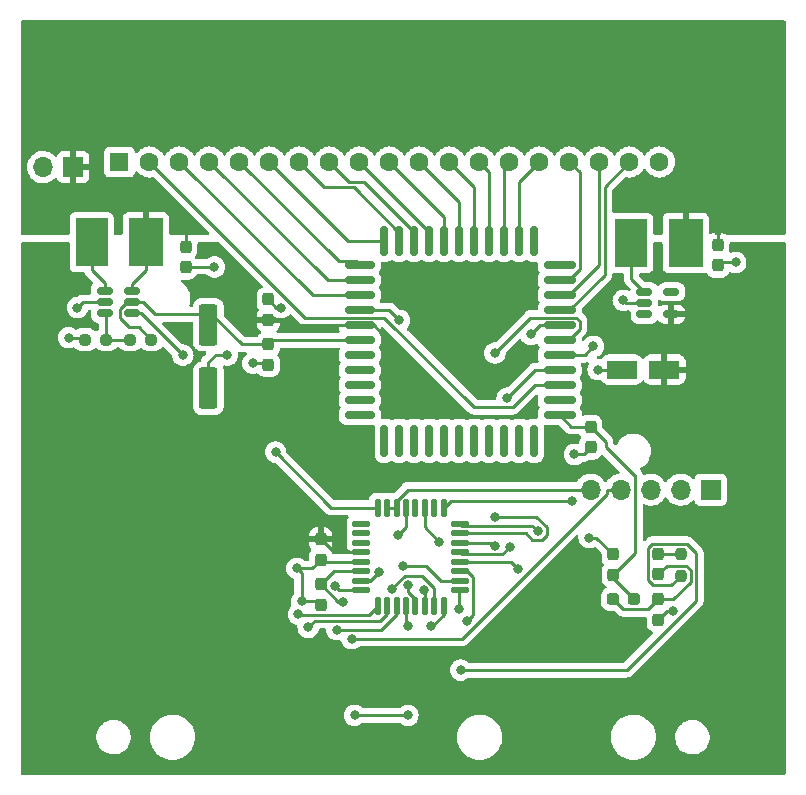
<source format=gtl>
%TF.GenerationSoftware,KiCad,Pcbnew,6.0.2+dfsg-1*%
%TF.CreationDate,2023-02-12T21:56:36+09:00*%
%TF.ProjectId,EL-210-MOD,454c2d32-3130-42d4-9d4f-442e6b696361,1.0.2*%
%TF.SameCoordinates,Original*%
%TF.FileFunction,Copper,L1,Top*%
%TF.FilePolarity,Positive*%
%FSLAX46Y46*%
G04 Gerber Fmt 4.6, Leading zero omitted, Abs format (unit mm)*
G04 Created by KiCad (PCBNEW 6.0.2+dfsg-1) date 2023-02-12 21:56:36*
%MOMM*%
%LPD*%
G01*
G04 APERTURE LIST*
G04 Aperture macros list*
%AMRoundRect*
0 Rectangle with rounded corners*
0 $1 Rounding radius*
0 $2 $3 $4 $5 $6 $7 $8 $9 X,Y pos of 4 corners*
0 Add a 4 corners polygon primitive as box body*
4,1,4,$2,$3,$4,$5,$6,$7,$8,$9,$2,$3,0*
0 Add four circle primitives for the rounded corners*
1,1,$1+$1,$2,$3*
1,1,$1+$1,$4,$5*
1,1,$1+$1,$6,$7*
1,1,$1+$1,$8,$9*
0 Add four rect primitives between the rounded corners*
20,1,$1+$1,$2,$3,$4,$5,0*
20,1,$1+$1,$4,$5,$6,$7,0*
20,1,$1+$1,$6,$7,$8,$9,0*
20,1,$1+$1,$8,$9,$2,$3,0*%
G04 Aperture macros list end*
%TA.AperFunction,ComponentPad*%
%ADD10R,1.600000X1.600000*%
%TD*%
%TA.AperFunction,ComponentPad*%
%ADD11C,1.600000*%
%TD*%
%TA.AperFunction,SMDPad,CuDef*%
%ADD12RoundRect,0.150000X-0.512500X-0.150000X0.512500X-0.150000X0.512500X0.150000X-0.512500X0.150000X0*%
%TD*%
%TA.AperFunction,SMDPad,CuDef*%
%ADD13R,2.698300X4.089400*%
%TD*%
%TA.AperFunction,SMDPad,CuDef*%
%ADD14R,2.898300X4.089400*%
%TD*%
%TA.AperFunction,SMDPad,CuDef*%
%ADD15RoundRect,0.237500X0.237500X-0.300000X0.237500X0.300000X-0.237500X0.300000X-0.237500X-0.300000X0*%
%TD*%
%TA.AperFunction,SMDPad,CuDef*%
%ADD16RoundRect,0.237500X0.237500X-0.287500X0.237500X0.287500X-0.237500X0.287500X-0.237500X-0.287500X0*%
%TD*%
%TA.AperFunction,SMDPad,CuDef*%
%ADD17RoundRect,0.237500X-0.237500X0.300000X-0.237500X-0.300000X0.237500X-0.300000X0.237500X0.300000X0*%
%TD*%
%TA.AperFunction,SMDPad,CuDef*%
%ADD18RoundRect,0.237500X-0.287500X-0.237500X0.287500X-0.237500X0.287500X0.237500X-0.287500X0.237500X0*%
%TD*%
%TA.AperFunction,SMDPad,CuDef*%
%ADD19RoundRect,0.149500X1.122500X-0.149500X1.122500X0.149500X-1.122500X0.149500X-1.122500X-0.149500X0*%
%TD*%
%TA.AperFunction,SMDPad,CuDef*%
%ADD20RoundRect,0.150000X1.122000X-0.150000X1.122000X0.150000X-1.122000X0.150000X-1.122000X-0.150000X0*%
%TD*%
%TA.AperFunction,SMDPad,CuDef*%
%ADD21RoundRect,0.149000X0.149000X-1.207000X0.149000X1.207000X-0.149000X1.207000X-0.149000X-1.207000X0*%
%TD*%
%TA.AperFunction,SMDPad,CuDef*%
%ADD22RoundRect,0.150000X0.150000X-1.206000X0.150000X1.206000X-0.150000X1.206000X-0.150000X-1.206000X0*%
%TD*%
%TA.AperFunction,SMDPad,CuDef*%
%ADD23RoundRect,0.150000X1.207000X-0.150000X1.207000X0.150000X-1.207000X0.150000X-1.207000X-0.150000X0*%
%TD*%
%TA.AperFunction,SMDPad,CuDef*%
%ADD24RoundRect,0.150000X0.150000X-1.123000X0.150000X1.123000X-0.150000X1.123000X-0.150000X-1.123000X0*%
%TD*%
%TA.AperFunction,SMDPad,CuDef*%
%ADD25RoundRect,0.149000X0.149000X-1.124000X0.149000X1.124000X-0.149000X1.124000X-0.149000X-1.124000X0*%
%TD*%
%TA.AperFunction,SMDPad,CuDef*%
%ADD26RoundRect,0.237500X0.250000X0.237500X-0.250000X0.237500X-0.250000X-0.237500X0.250000X-0.237500X0*%
%TD*%
%TA.AperFunction,SMDPad,CuDef*%
%ADD27RoundRect,0.237500X0.237500X-0.250000X0.237500X0.250000X-0.237500X0.250000X-0.237500X-0.250000X0*%
%TD*%
%TA.AperFunction,SMDPad,CuDef*%
%ADD28RoundRect,0.250000X-0.550000X1.500000X-0.550000X-1.500000X0.550000X-1.500000X0.550000X1.500000X0*%
%TD*%
%TA.AperFunction,SMDPad,CuDef*%
%ADD29RoundRect,0.125000X-0.625000X-0.125000X0.625000X-0.125000X0.625000X0.125000X-0.625000X0.125000X0*%
%TD*%
%TA.AperFunction,SMDPad,CuDef*%
%ADD30RoundRect,0.125000X-0.125000X-0.625000X0.125000X-0.625000X0.125000X0.625000X-0.125000X0.625000X0*%
%TD*%
%TA.AperFunction,SMDPad,CuDef*%
%ADD31RoundRect,0.250000X1.050000X0.550000X-1.050000X0.550000X-1.050000X-0.550000X1.050000X-0.550000X0*%
%TD*%
%TA.AperFunction,ComponentPad*%
%ADD32R,1.700000X1.700000*%
%TD*%
%TA.AperFunction,ComponentPad*%
%ADD33O,1.700000X1.700000*%
%TD*%
%TA.AperFunction,ViaPad*%
%ADD34C,0.800000*%
%TD*%
%TA.AperFunction,Conductor*%
%ADD35C,0.250000*%
%TD*%
G04 APERTURE END LIST*
D10*
%TO.P,U1,1,H1*%
%TO.N,/H1*%
X128000000Y-85500000D03*
D11*
%TO.P,U1,2,Seg_a*%
%TO.N,/SEG_A*%
X130540000Y-85500000D03*
%TO.P,U1,3,D8*%
%TO.N,Net-(U1-Pad3)*%
X133080000Y-85500000D03*
%TO.P,U1,4,Seg_g*%
%TO.N,Net-(U1-Pad4)*%
X135620000Y-85500000D03*
%TO.P,U1,5,D7*%
%TO.N,Net-(U1-Pad5)*%
X138160000Y-85500000D03*
%TO.P,U1,6,Seg_f*%
%TO.N,Net-(U1-Pad6)*%
X140700000Y-85500000D03*
%TO.P,U1,7,D6*%
%TO.N,Net-(U1-Pad7)*%
X143240000Y-85500000D03*
%TO.P,U1,8,Seg_e*%
%TO.N,Net-(U1-Pad8)*%
X145780000Y-85500000D03*
%TO.P,U1,9,D5*%
%TO.N,Net-(U1-Pad9)*%
X148320000Y-85500000D03*
%TO.P,U1,10,D4*%
%TO.N,Net-(U1-Pad10)*%
X150860000Y-85500000D03*
%TO.P,U1,11,Seg_d*%
%TO.N,Net-(U1-Pad11)*%
X153400000Y-85500000D03*
%TO.P,U1,12,D3*%
%TO.N,Net-(U1-Pad12)*%
X155940000Y-85500000D03*
%TO.P,U1,13,DP*%
%TO.N,Net-(U1-Pad13)*%
X158480000Y-85500000D03*
%TO.P,U1,14,D2*%
%TO.N,Net-(U1-Pad14)*%
X161020000Y-85500000D03*
%TO.P,U1,15,Seg_c*%
%TO.N,Net-(U1-Pad15)*%
X163560000Y-85500000D03*
%TO.P,U1,16,D1*%
%TO.N,Net-(U1-Pad16)*%
X166100000Y-85500000D03*
%TO.P,U1,17,Seg_b*%
%TO.N,Net-(U1-Pad17)*%
X168640000Y-85500000D03*
%TO.P,U1,18,D0*%
%TO.N,Net-(U1-Pad18)*%
X171180000Y-85500000D03*
%TO.P,U1,19,H2*%
%TO.N,/H2*%
X173720000Y-85500000D03*
%TD*%
D12*
%TO.P,U6,1,SW*%
%TO.N,Net-(L2-Pad1)*%
X126752500Y-96410000D03*
%TO.P,U6,2,GND*%
%TO.N,GND*%
X126752500Y-97360000D03*
%TO.P,U6,3,FB*%
%TO.N,Net-(R4-Pad2)*%
X126752500Y-98310000D03*
%TO.P,U6,4,EN*%
%TO.N,/EN24V*%
X129027500Y-98310000D03*
%TO.P,U6,5,VOUT*%
%TO.N,+24V*%
X129027500Y-97360000D03*
%TO.P,U6,6,VI*%
%TO.N,+BATT*%
X129027500Y-96410000D03*
%TD*%
D13*
%TO.P,L1,1,1*%
%TO.N,Net-(L1-Pad1)*%
X171332050Y-92356000D03*
D14*
%TO.P,L1,2,2*%
%TO.N,+BATT*%
X175933750Y-92356000D03*
%TD*%
D13*
%TO.P,L2,1,1*%
%TO.N,Net-(L2-Pad1)*%
X125639150Y-92280000D03*
D14*
%TO.P,L2,2,2*%
%TO.N,+BATT*%
X130240850Y-92280000D03*
%TD*%
D15*
%TO.P,C3,1*%
%TO.N,GND*%
X145035000Y-119177500D03*
%TO.P,C3,2*%
%TO.N,+3V3*%
X145035000Y-117452500D03*
%TD*%
%TO.P,C5,1*%
%TO.N,-2V5*%
X169800000Y-120447500D03*
%TO.P,C5,2*%
%TO.N,GND*%
X169800000Y-118722500D03*
%TD*%
D16*
%TO.P,D1,1,K*%
%TO.N,GND*%
X173610000Y-124256000D03*
%TO.P,D1,2,A*%
%TO.N,Net-(C1-Pad2)*%
X173610000Y-122506000D03*
%TD*%
D17*
%TO.P,C8,1*%
%TO.N,+24V*%
X140590000Y-100942500D03*
%TO.P,C8,2*%
%TO.N,GND*%
X140590000Y-102667500D03*
%TD*%
D18*
%TO.P,D2,1,K*%
%TO.N,Net-(C1-Pad2)*%
X169800000Y-122506000D03*
%TO.P,D2,2,A*%
%TO.N,-2V5*%
X171550000Y-122506000D03*
%TD*%
D19*
%TO.P,U3,1,VBB*%
%TO.N,+24V*%
X148339000Y-100580000D03*
%TO.P,U3,2,DOUT*%
%TO.N,unconnected-(U3-Pad2)*%
X148339000Y-101850000D03*
D20*
%TO.P,U3,3,OUT31*%
%TO.N,unconnected-(U3-Pad3)*%
X148339000Y-103119000D03*
D19*
%TO.P,U3,4,OUT30*%
%TO.N,unconnected-(U3-Pad4)*%
X148339000Y-104390000D03*
%TO.P,U3,5,OUT29*%
%TO.N,unconnected-(U3-Pad5)*%
X148339000Y-105660000D03*
D20*
%TO.P,U3,6,NC*%
%TO.N,unconnected-(U3-Pad6)*%
X148339000Y-106929000D03*
D21*
%TO.P,U3,7,OUT28*%
%TO.N,unconnected-(U3-Pad7)*%
X150413000Y-109085000D03*
%TO.P,U3,8,OUT27*%
%TO.N,unconnected-(U3-Pad8)*%
X151683000Y-109085000D03*
D22*
%TO.P,U3,9,OUT26*%
%TO.N,unconnected-(U3-Pad9)*%
X152951000Y-109085000D03*
%TO.P,U3,10,OUT25*%
%TO.N,unconnected-(U3-Pad10)*%
X154221000Y-109085000D03*
D21*
%TO.P,U3,11,OUT24*%
%TO.N,unconnected-(U3-Pad11)*%
X155493000Y-109085000D03*
%TO.P,U3,12,OUT23*%
%TO.N,unconnected-(U3-Pad12)*%
X156763000Y-109085000D03*
D22*
%TO.P,U3,13,OUT22*%
%TO.N,unconnected-(U3-Pad13)*%
X158031000Y-109085000D03*
%TO.P,U3,14,OUT21*%
%TO.N,unconnected-(U3-Pad14)*%
X159301000Y-109085000D03*
%TO.P,U3,15,OUT20*%
%TO.N,unconnected-(U3-Pad15)*%
X160571000Y-109085000D03*
D21*
%TO.P,U3,16,OUT19*%
%TO.N,unconnected-(U3-Pad16)*%
X161843000Y-109085000D03*
D22*
%TO.P,U3,17,OUT18*%
%TO.N,unconnected-(U3-Pad17)*%
X163111000Y-109085000D03*
D23*
%TO.P,U3,18,VSS*%
%TO.N,-2V5*%
X165268000Y-106929000D03*
%TO.P,U3,19,OUT17*%
%TO.N,unconnected-(U3-Pad19)*%
X165268000Y-105659000D03*
%TO.P,U3,20,OUT16*%
%TO.N,/SEG_A*%
X165268000Y-104389000D03*
%TO.P,U3,21,BLANK*%
%TO.N,/BLANK*%
X165268000Y-103119000D03*
%TO.P,U3,22,GND*%
%TO.N,GND*%
X165268000Y-101849000D03*
%TO.P,U3,23,CLK*%
%TO.N,/SPI1_SCK*%
X165268000Y-100579000D03*
%TO.P,U3,24,LOAD*%
%TO.N,/LOAD*%
X165268000Y-99309000D03*
%TO.P,U3,25,OUT15*%
%TO.N,Net-(U1-Pad18)*%
X165268000Y-98039000D03*
%TO.P,U3,26,OUT14*%
%TO.N,Net-(U1-Pad17)*%
X165268000Y-96769000D03*
%TO.P,U3,27,OUT13*%
%TO.N,Net-(U1-Pad16)*%
X165268000Y-95499000D03*
%TO.P,U3,28,NC*%
%TO.N,unconnected-(U3-Pad28)*%
X165268000Y-94229000D03*
D24*
%TO.P,U3,29,NC*%
%TO.N,unconnected-(U3-Pad29)*%
X163111000Y-92156000D03*
%TO.P,U3,30,OUT12*%
%TO.N,Net-(U1-Pad15)*%
X161841000Y-92156000D03*
%TO.P,U3,31,OUT11*%
%TO.N,Net-(U1-Pad14)*%
X160571000Y-92156000D03*
%TO.P,U3,32,OUT10*%
%TO.N,Net-(U1-Pad13)*%
X159301000Y-92156000D03*
%TO.P,U3,33,OUT9*%
%TO.N,Net-(U1-Pad12)*%
X158031000Y-92156000D03*
%TO.P,U3,34,OUT8*%
%TO.N,Net-(U1-Pad11)*%
X156761000Y-92156000D03*
%TO.P,U3,35,OUT7*%
%TO.N,Net-(U1-Pad10)*%
X155491000Y-92156000D03*
%TO.P,U3,36,OUT6*%
%TO.N,Net-(U1-Pad9)*%
X154221000Y-92156000D03*
%TO.P,U3,37,OUT5*%
%TO.N,Net-(U1-Pad8)*%
X152951000Y-92156000D03*
%TO.P,U3,38,OUT4*%
%TO.N,Net-(U1-Pad7)*%
X151681000Y-92156000D03*
D25*
%TO.P,U3,39,OUT3*%
%TO.N,Net-(U1-Pad6)*%
X150413000Y-92156000D03*
D19*
%TO.P,U3,40,OUT2*%
%TO.N,Net-(U1-Pad5)*%
X148339000Y-94230000D03*
%TO.P,U3,41,OUT1*%
%TO.N,Net-(U1-Pad4)*%
X148339000Y-95500000D03*
%TO.P,U3,42,OUT0*%
%TO.N,Net-(U1-Pad3)*%
X148339000Y-96770000D03*
D20*
%TO.P,U3,43,DIN*%
%TO.N,/SPI1_MOSI*%
X148339000Y-98039000D03*
D19*
%TO.P,U3,44,VCC*%
%TO.N,+3V3*%
X148339000Y-99310000D03*
%TD*%
D26*
%TO.P,R4,1*%
%TO.N,+24V*%
X130707500Y-100535000D03*
%TO.P,R4,2*%
%TO.N,Net-(R4-Pad2)*%
X128882500Y-100535000D03*
%TD*%
D12*
%TO.P,U4,1,SW*%
%TO.N,Net-(L1-Pad1)*%
X172445400Y-96486000D03*
%TO.P,U4,2,GND*%
%TO.N,GND*%
X172445400Y-97436000D03*
%TO.P,U4,3,NC*%
%TO.N,unconnected-(U4-Pad3)*%
X172445400Y-98386000D03*
%TO.P,U4,4,VOUT*%
%TO.N,+3V3*%
X174720400Y-98386000D03*
%TO.P,U4,5,NC*%
%TO.N,unconnected-(U4-Pad5)*%
X174720400Y-96486000D03*
%TD*%
D17*
%TO.P,C1,1*%
%TO.N,Net-(C1-Pad1)*%
X173610000Y-118696000D03*
%TO.P,C1,2*%
%TO.N,Net-(C1-Pad2)*%
X173610000Y-120421000D03*
%TD*%
D27*
%TO.P,R1,1*%
%TO.N,/TIM1_CH2*%
X175515000Y-120521000D03*
%TO.P,R1,2*%
%TO.N,Net-(C1-Pad1)*%
X175515000Y-118696000D03*
%TD*%
D17*
%TO.P,C7,1*%
%TO.N,-2V5*%
X167895000Y-107927500D03*
%TO.P,C7,2*%
%TO.N,GND*%
X167895000Y-109652500D03*
%TD*%
D28*
%TO.P,C11,1*%
%TO.N,+24V*%
X135510000Y-99265000D03*
%TO.P,C11,2*%
%TO.N,GND*%
X135510000Y-104665000D03*
%TD*%
D29*
%TO.P,U2,1,PB9*%
%TO.N,unconnected-(U2-Pad1)*%
X148480000Y-116150000D03*
%TO.P,U2,2,PC14-OSC32_IN*%
%TO.N,unconnected-(U2-Pad2)*%
X148480000Y-116950000D03*
%TO.P,U2,3,PC15-OSC32_OUT*%
%TO.N,unconnected-(U2-Pad3)*%
X148480000Y-117750000D03*
%TO.P,U2,4,VDD/VDDA*%
%TO.N,+3V3*%
X148480000Y-118550000D03*
%TO.P,U2,5,VSS/VSSA*%
%TO.N,GND*%
X148480000Y-119350000D03*
%TO.P,U2,6,PF2-NRST*%
%TO.N,/NRST*%
X148480000Y-120150000D03*
%TO.P,U2,7,PA0*%
%TO.N,/KC0*%
X148480000Y-120950000D03*
%TO.P,U2,8,PA1*%
%TO.N,/KC1*%
X148480000Y-121750000D03*
D30*
%TO.P,U2,9,PA2*%
%TO.N,/KC2*%
X149855000Y-123125000D03*
%TO.P,U2,10,PA3*%
%TO.N,/KR0*%
X150655000Y-123125000D03*
%TO.P,U2,11,PA4*%
%TO.N,/KR1*%
X151455000Y-123125000D03*
%TO.P,U2,12,PA5*%
%TO.N,/KR2*%
X152255000Y-123125000D03*
%TO.P,U2,13,PA6*%
%TO.N,/KR3*%
X153055000Y-123125000D03*
%TO.P,U2,14,PA7*%
%TO.N,/TIM1_CH1N*%
X153855000Y-123125000D03*
%TO.P,U2,15,PB0*%
%TO.N,/KR4*%
X154655000Y-123125000D03*
%TO.P,U2,16,PB1*%
%TO.N,/KR5*%
X155455000Y-123125000D03*
D29*
%TO.P,U2,17,PB2*%
%TO.N,/KR6*%
X156830000Y-121750000D03*
%TO.P,U2,18,PA8*%
%TO.N,/TIM1_CH1*%
X156830000Y-120950000D03*
%TO.P,U2,19,PA9*%
%TO.N,/TIM1_CH2*%
X156830000Y-120150000D03*
%TO.P,U2,20,PC6*%
%TO.N,/KR7*%
X156830000Y-119350000D03*
%TO.P,U2,21,PA10*%
%TO.N,/KR8*%
X156830000Y-118550000D03*
%TO.P,U2,22,PA11_PA9*%
%TO.N,/LOAD*%
X156830000Y-117750000D03*
%TO.P,U2,23,PA12_PA10*%
%TO.N,/BLANK*%
X156830000Y-116950000D03*
%TO.P,U2,24,PA13*%
%TO.N,/SWDIO*%
X156830000Y-116150000D03*
D30*
%TO.P,U2,25,PA14-BOOT0*%
%TO.N,/SWCLK*%
X155455000Y-114775000D03*
%TO.P,U2,26,PA15*%
%TO.N,unconnected-(U2-Pad26)*%
X154655000Y-114775000D03*
%TO.P,U2,27,PB3*%
%TO.N,/SPI1_SCK*%
X153855000Y-114775000D03*
%TO.P,U2,28,PB4*%
%TO.N,unconnected-(U2-Pad28)*%
X153055000Y-114775000D03*
%TO.P,U2,29,PB5*%
%TO.N,/SPI1_MOSI*%
X152255000Y-114775000D03*
%TO.P,U2,30,PB6*%
%TO.N,/LPUART2_TX*%
X151455000Y-114775000D03*
%TO.P,U2,31,PB7*%
X150655000Y-114775000D03*
%TO.P,U2,32,PB8*%
%TO.N,/EN24V*%
X149855000Y-114775000D03*
%TD*%
D31*
%TO.P,C6,1*%
%TO.N,+3V3*%
X174140000Y-103075000D03*
%TO.P,C6,2*%
%TO.N,GND*%
X170540000Y-103075000D03*
%TD*%
D17*
%TO.P,C2,1*%
%TO.N,/NRST*%
X145035000Y-121262500D03*
%TO.P,C2,2*%
%TO.N,GND*%
X145035000Y-122987500D03*
%TD*%
%TO.P,C4,1*%
%TO.N,+BATT*%
X178662900Y-92536000D03*
%TO.P,C4,2*%
%TO.N,GND*%
X178662900Y-94261000D03*
%TD*%
D26*
%TO.P,R5,1*%
%TO.N,Net-(R4-Pad2)*%
X126897500Y-100535000D03*
%TO.P,R5,2*%
%TO.N,GND*%
X125072500Y-100535000D03*
%TD*%
D15*
%TO.P,C10,1*%
%TO.N,+3V3*%
X140590000Y-98857500D03*
%TO.P,C10,2*%
%TO.N,GND*%
X140590000Y-97132500D03*
%TD*%
D17*
%TO.P,C9,1*%
%TO.N,+BATT*%
X133605000Y-92687500D03*
%TO.P,C9,2*%
%TO.N,GND*%
X133605000Y-94412500D03*
%TD*%
D32*
%TO.P,J2,1,Pin_1*%
%TO.N,+BATT*%
X124080000Y-85930000D03*
D33*
%TO.P,J2,2,Pin_2*%
%TO.N,GND*%
X121540000Y-85930000D03*
%TD*%
D32*
%TO.P,J1,1,Pin_1*%
%TO.N,/SWCLK*%
X178055000Y-113235000D03*
D33*
%TO.P,J1,2,Pin_2*%
%TO.N,GND*%
X175515000Y-113235000D03*
%TO.P,J1,3,Pin_3*%
%TO.N,/SWDIO*%
X172975000Y-113235000D03*
%TO.P,J1,4,Pin_4*%
%TO.N,/NRST*%
X170435000Y-113235000D03*
%TO.P,J1,5,Pin_5*%
%TO.N,/LPUART2_TX*%
X167895000Y-113235000D03*
%TD*%
D34*
%TO.N,GND*%
X137140800Y-101829700D03*
X139295800Y-102531600D03*
X168530000Y-103075000D03*
X124441800Y-97829300D03*
X141665600Y-97833100D03*
X180173000Y-93994000D03*
X143020000Y-119906900D03*
X170653500Y-97211200D03*
X143412200Y-122673700D03*
X167767000Y-117295600D03*
X166524800Y-110253300D03*
X136033000Y-94385000D03*
X123689200Y-100378900D03*
X168126500Y-101099900D03*
X174893100Y-123548500D03*
%TO.N,/BLANK*%
X160825200Y-105499900D03*
X159789700Y-115556600D03*
%TO.N,/SPI1_SCK*%
X159789100Y-101664600D03*
X155092500Y-117662000D03*
%TO.N,/LOAD*%
X159789100Y-117999200D03*
X162823300Y-100100500D03*
%TO.N,/SPI1_MOSI*%
X151702500Y-98903200D03*
X151561800Y-117111100D03*
%TO.N,+3V3*%
X156381000Y-101586000D03*
X155830000Y-105615000D03*
X145670000Y-101805000D03*
X157735000Y-103710000D03*
X150620100Y-100843800D03*
%TO.N,/NRST*%
X147657900Y-125852100D03*
X146940000Y-122760000D03*
%TO.N,/TIM1_CH1N*%
X153776200Y-121724700D03*
%TO.N,/TIM1_CH1*%
X151997500Y-119679300D03*
%TO.N,/SWDIO*%
X163449700Y-116772300D03*
%TO.N,/SWCLK*%
X166337700Y-114167800D03*
%TO.N,/EN24V*%
X133359800Y-101848900D03*
X141225000Y-110060000D03*
%TO.N,/KC0*%
X149980100Y-120200700D03*
%TO.N,/KC1*%
X146216000Y-121382600D03*
%TO.N,/KC2*%
X143146300Y-123786400D03*
%TO.N,/KR0*%
X143975500Y-124899200D03*
%TO.N,/KR1*%
X146407200Y-125084900D03*
%TO.N,/KR2*%
X152464900Y-124801300D03*
X147908000Y-132347000D03*
X152420000Y-132347000D03*
%TO.N,/KR3*%
X152448600Y-121285200D03*
%TO.N,/KR4*%
X151113900Y-121636300D03*
%TO.N,/KR5*%
X154363900Y-124801300D03*
%TO.N,/KR6*%
X156726000Y-123375500D03*
%TO.N,/KR7*%
X161713900Y-119933600D03*
%TO.N,/KR8*%
X161050300Y-118086900D03*
%TO.N,/TIM1_CH2*%
X156885500Y-128511700D03*
X157399100Y-124355900D03*
%TD*%
D35*
%TO.N,GND*%
X168126500Y-101099900D02*
X167377400Y-101849000D01*
X140454100Y-102531600D02*
X140590000Y-102667500D01*
X170878300Y-97436000D02*
X170653500Y-97211200D01*
X124911100Y-97360000D02*
X126752500Y-97360000D01*
X172445400Y-97436000D02*
X170878300Y-97436000D01*
X167767000Y-117295600D02*
X168373100Y-117295600D01*
X136145000Y-101805000D02*
X137116100Y-101805000D01*
X167377400Y-101849000D02*
X165268000Y-101849000D01*
X174893100Y-123548500D02*
X174317500Y-123548500D01*
X143412200Y-120299100D02*
X143020000Y-119906900D01*
X124441800Y-97829300D02*
X124911100Y-97360000D01*
X141290600Y-97833100D02*
X140590000Y-97132500D01*
X145207500Y-119350000D02*
X145035000Y-119177500D01*
X143020000Y-119906900D02*
X144305600Y-119906900D01*
X136033000Y-94385000D02*
X133632500Y-94385000D01*
X124916400Y-100378900D02*
X125072500Y-100535000D01*
X178929900Y-93994000D02*
X178662900Y-94261000D01*
X123689200Y-100378900D02*
X124916400Y-100378900D01*
X133632500Y-94385000D02*
X133605000Y-94412500D01*
X139295800Y-102531600D02*
X140454100Y-102531600D01*
X166524800Y-110253300D02*
X167294200Y-110253300D01*
X144721200Y-122673700D02*
X145035000Y-122987500D01*
X180173000Y-93994000D02*
X178929900Y-93994000D01*
X148480000Y-119350000D02*
X145207500Y-119350000D01*
X144305600Y-119906900D02*
X145035000Y-119177500D01*
X137116100Y-101805000D02*
X137140800Y-101829700D01*
X168373100Y-117295600D02*
X169800000Y-118722500D01*
X143412200Y-122673700D02*
X143412200Y-120299100D01*
X170504700Y-103039700D02*
X170540000Y-103075000D01*
X135510000Y-102440000D02*
X136145000Y-101805000D01*
X143412200Y-122673700D02*
X144721200Y-122673700D01*
X135510000Y-104505000D02*
X135510000Y-102440000D01*
X141665600Y-97833100D02*
X141290600Y-97833100D01*
X168530000Y-103075000D02*
X170504700Y-103039700D01*
X167294200Y-110253300D02*
X167895000Y-109652500D01*
X174317500Y-123548500D02*
X173610000Y-124256000D01*
%TO.N,/SEG_A*%
X161297000Y-106253300D02*
X158012600Y-106253300D01*
X163161300Y-104389000D02*
X161297000Y-106253300D01*
X165268000Y-104389000D02*
X163161300Y-104389000D01*
X158012600Y-106253300D02*
X150434300Y-98675000D01*
X150434300Y-98675000D02*
X143715000Y-98675000D01*
X143715000Y-98675000D02*
X130540000Y-85500000D01*
%TO.N,Net-(U1-Pad3)*%
X148339000Y-96770000D02*
X144350000Y-96770000D01*
X144350000Y-96770000D02*
X133080000Y-85500000D01*
%TO.N,Net-(U1-Pad4)*%
X145620000Y-95500000D02*
X135620000Y-85500000D01*
X148339000Y-95500000D02*
X145620000Y-95500000D01*
%TO.N,Net-(U1-Pad5)*%
X146552900Y-93892900D02*
X138160000Y-85500000D01*
X148002000Y-93892900D02*
X146552900Y-93892900D01*
X148339000Y-94230000D02*
X148002000Y-93893000D01*
X148002000Y-93893000D02*
X148002000Y-93892900D01*
%TO.N,Net-(U1-Pad6)*%
X150413000Y-92156000D02*
X147356000Y-92156000D01*
X147356000Y-92156000D02*
X140700000Y-85500000D01*
%TO.N,Net-(U1-Pad7)*%
X151681000Y-92156000D02*
X151681000Y-91468900D01*
X151681000Y-91468900D02*
X147829300Y-87617200D01*
X145357200Y-87617200D02*
X143240000Y-85500000D01*
X147829300Y-87617200D02*
X145357200Y-87617200D01*
%TO.N,Net-(U1-Pad8)*%
X152951000Y-91430800D02*
X148687200Y-87167000D01*
X147447000Y-87167000D02*
X145780000Y-85500000D01*
X152951000Y-92156000D02*
X152951000Y-91430800D01*
X148687200Y-87167000D02*
X147447000Y-87167000D01*
%TO.N,Net-(U1-Pad9)*%
X154221000Y-92156000D02*
X154221000Y-91401000D01*
X154221000Y-91401000D02*
X148320000Y-85500000D01*
%TO.N,Net-(U1-Pad10)*%
X155491000Y-92156000D02*
X155491000Y-90131000D01*
X155491000Y-90131000D02*
X150860000Y-85500000D01*
%TO.N,Net-(U1-Pad11)*%
X156761000Y-92156000D02*
X156761000Y-88861000D01*
X156761000Y-88861000D02*
X153400000Y-85500000D01*
%TO.N,Net-(U1-Pad12)*%
X158031000Y-87591000D02*
X155940000Y-85500000D01*
X158031000Y-92156000D02*
X158031000Y-87591000D01*
%TO.N,Net-(U1-Pad13)*%
X159301000Y-92156000D02*
X159301000Y-86321000D01*
X159301000Y-86321000D02*
X158480000Y-85500000D01*
%TO.N,Net-(U1-Pad14)*%
X160571000Y-92156000D02*
X160571000Y-85949000D01*
X160571000Y-85949000D02*
X161020000Y-85500000D01*
%TO.N,Net-(U1-Pad15)*%
X161841000Y-87219000D02*
X163560000Y-85500000D01*
X161841000Y-92156000D02*
X161841000Y-87219000D01*
%TO.N,Net-(U1-Pad16)*%
X166039000Y-95499000D02*
X166984200Y-94553800D01*
X166984200Y-86384200D02*
X166100000Y-85500000D01*
X166984200Y-94553800D02*
X166984200Y-86384200D01*
X165268000Y-95499000D02*
X166039000Y-95499000D01*
%TO.N,Net-(U1-Pad17)*%
X165268000Y-96769000D02*
X166080500Y-96769000D01*
X166080500Y-96769000D02*
X168640000Y-94209500D01*
X168640000Y-94209500D02*
X168640000Y-85500000D01*
%TO.N,Net-(U1-Pad18)*%
X166087500Y-98039000D02*
X169090200Y-95036300D01*
X169090200Y-95036300D02*
X169090200Y-87589800D01*
X169090200Y-87589800D02*
X171180000Y-85500000D01*
X165268000Y-98039000D02*
X166087500Y-98039000D01*
%TO.N,+24V*%
X140952500Y-100580000D02*
X140590000Y-100942500D01*
X128023500Y-98684200D02*
X128023500Y-97975500D01*
X135784521Y-98374521D02*
X138352500Y-100942500D01*
X130707500Y-100535000D02*
X129666600Y-99494100D01*
X148339000Y-100580000D02*
X140952500Y-100580000D01*
X131036121Y-98374521D02*
X135784521Y-98374521D01*
X129027500Y-97360000D02*
X130021600Y-97360000D01*
X128833400Y-99494100D02*
X128023500Y-98684200D01*
X130021600Y-97360000D02*
X131036121Y-98374521D01*
X138352500Y-100942500D02*
X140590000Y-100942500D01*
X129666600Y-99494100D02*
X128833400Y-99494100D01*
X128023500Y-97975500D02*
X128639000Y-97360000D01*
X128639000Y-97360000D02*
X129027500Y-97360000D01*
%TO.N,-2V5*%
X169165000Y-109197500D02*
X167895000Y-107927500D01*
X171652200Y-112026200D02*
X171582333Y-112026200D01*
X171652200Y-112026200D02*
X171652200Y-118595300D01*
X169800000Y-120756000D02*
X171550000Y-122506000D01*
X171582333Y-112026200D02*
X169165000Y-109608867D01*
X171652200Y-118595300D02*
X169800000Y-120447500D01*
X165268000Y-106929000D02*
X166266500Y-107927500D01*
X169800000Y-120447500D02*
X169800000Y-120756000D01*
X166266500Y-107927500D02*
X167895000Y-107927500D01*
X169165000Y-109608867D02*
X169165000Y-109197500D01*
%TO.N,/BLANK*%
X164174900Y-116433500D02*
X163298000Y-115556600D01*
X163206100Y-103119000D02*
X165268000Y-103119000D01*
X162949700Y-117497500D02*
X163792100Y-117497500D01*
X163298000Y-115556600D02*
X159789700Y-115556600D01*
X156830000Y-116950000D02*
X162402200Y-116950000D01*
X163792100Y-117497500D02*
X164174900Y-117114700D01*
X162402200Y-116950000D02*
X162949700Y-117497500D01*
X160825200Y-105499900D02*
X163206100Y-103119000D01*
X164174900Y-117114700D02*
X164174900Y-116433500D01*
%TO.N,/SPI1_SCK*%
X166027700Y-100579000D02*
X166950700Y-99656000D01*
X153855000Y-116424500D02*
X155092500Y-117662000D01*
X166950700Y-99656000D02*
X166950700Y-98962000D01*
X166672000Y-98683300D02*
X162770400Y-98683300D01*
X153855000Y-114775000D02*
X153855000Y-116424500D01*
X165268000Y-100579000D02*
X166027700Y-100579000D01*
X162770400Y-98683300D02*
X159789100Y-101664600D01*
X166950700Y-98962000D02*
X166672000Y-98683300D01*
%TO.N,/LOAD*%
X163614800Y-99309000D02*
X165268000Y-99309000D01*
X162823300Y-100100500D02*
X163614800Y-99309000D01*
X156830000Y-117750000D02*
X159539900Y-117750000D01*
X159539900Y-117750000D02*
X159789100Y-117999200D01*
%TO.N,/SPI1_MOSI*%
X152255000Y-114775000D02*
X152255000Y-116417900D01*
X152255000Y-116417900D02*
X151561800Y-117111100D01*
X150838300Y-98039000D02*
X148339000Y-98039000D01*
X151702500Y-98903200D02*
X150838300Y-98039000D01*
%TO.N,Net-(L1-Pad1)*%
X171332100Y-95372700D02*
X171332100Y-92356000D01*
X172445400Y-96486000D02*
X171332100Y-95372700D01*
%TO.N,+3V3*%
X148339000Y-99310000D02*
X149525000Y-99310000D01*
X148480000Y-118550000D02*
X146132500Y-118550000D01*
X148339000Y-99310000D02*
X142540000Y-99310000D01*
X146132500Y-118550000D02*
X145035000Y-117452500D01*
X149525000Y-99310000D02*
X150750000Y-100535000D01*
%TO.N,/NRST*%
X146532500Y-122760000D02*
X145035000Y-121262500D01*
X157008000Y-125852100D02*
X169259900Y-113600200D01*
X148480000Y-120150000D02*
X146147500Y-120150000D01*
X146147500Y-120150000D02*
X145035000Y-121262500D01*
X169259900Y-113235000D02*
X170435000Y-113235000D01*
X169259900Y-113600200D02*
X169259900Y-113235000D01*
X146940000Y-122760000D02*
X146532500Y-122760000D01*
X147657900Y-125852100D02*
X157008000Y-125852100D01*
%TO.N,/TIM1_CH1N*%
X153776200Y-121724700D02*
X153855000Y-121803500D01*
X153855000Y-121803500D02*
X153855000Y-123125000D01*
%TO.N,/TIM1_CH1*%
X153958900Y-119679300D02*
X155229600Y-120950000D01*
X151997500Y-119679300D02*
X153958900Y-119679300D01*
X155229600Y-120950000D02*
X156830000Y-120950000D01*
%TO.N,/SWDIO*%
X156830000Y-116150000D02*
X156961700Y-116281700D01*
X162959100Y-116281700D02*
X163449700Y-116772300D01*
X156961700Y-116281700D02*
X162959100Y-116281700D01*
%TO.N,/SWCLK*%
X156062200Y-114167800D02*
X155455000Y-114775000D01*
X166337700Y-114167800D02*
X156062200Y-114167800D01*
%TO.N,/LPUART2_TX*%
X150655000Y-114775000D02*
X151455000Y-114775000D01*
X167895000Y-113235000D02*
X152385700Y-113235000D01*
X151455000Y-114165700D02*
X151455000Y-114775000D01*
X152385700Y-113235000D02*
X151455000Y-114165700D01*
%TO.N,/EN24V*%
X145940000Y-114775000D02*
X141225000Y-110060000D01*
X146144800Y-114775000D02*
X145940000Y-114775000D01*
X133359800Y-101848900D02*
X129820900Y-98310000D01*
X149855000Y-114775000D02*
X146144800Y-114775000D01*
X129820900Y-98310000D02*
X129027500Y-98310000D01*
%TO.N,/KC0*%
X148480000Y-120950000D02*
X149230800Y-120950000D01*
X149230800Y-120950000D02*
X149980100Y-120200700D01*
%TO.N,/KC1*%
X146583400Y-121750000D02*
X146216000Y-121382600D01*
X148480000Y-121750000D02*
X146583400Y-121750000D01*
%TO.N,/KC2*%
X149128900Y-123851100D02*
X143211000Y-123851100D01*
X149855000Y-123125000D02*
X149128900Y-123851100D01*
X143211000Y-123851100D02*
X143146300Y-123786400D01*
%TO.N,/KR0*%
X150076400Y-124354300D02*
X144520400Y-124354300D01*
X150655000Y-123775700D02*
X150076400Y-124354300D01*
X150655000Y-123125000D02*
X150655000Y-123775700D01*
X144520400Y-124354300D02*
X143975500Y-124899200D01*
%TO.N,/KR1*%
X150105300Y-125084900D02*
X146407200Y-125084900D01*
X151455000Y-123125000D02*
X151455000Y-123735200D01*
X151455000Y-123735200D02*
X150105300Y-125084900D01*
%TO.N,/KR2*%
X152464900Y-124801300D02*
X152255000Y-124591400D01*
X147908000Y-132347000D02*
X152420000Y-132347000D01*
X152255000Y-124591400D02*
X152255000Y-123125000D01*
%TO.N,/KR3*%
X153055000Y-122498900D02*
X152448600Y-121892500D01*
X153055000Y-123125000D02*
X153055000Y-122498900D01*
X152448600Y-121892500D02*
X152448600Y-121285200D01*
%TO.N,/KR4*%
X154655000Y-123125000D02*
X154655000Y-121574900D01*
X152148300Y-120560100D02*
X151113900Y-121594500D01*
X153640200Y-120560100D02*
X152148300Y-120560100D01*
X151113900Y-121594500D02*
X151113900Y-121636300D01*
X154655000Y-121574900D02*
X153640200Y-120560100D01*
%TO.N,/KR5*%
X155455000Y-123818700D02*
X155455000Y-123125000D01*
X154363900Y-124801300D02*
X154472400Y-124801300D01*
X154472400Y-124801300D02*
X155455000Y-123818700D01*
%TO.N,/KR6*%
X156726100Y-123375500D02*
X156726000Y-123375500D01*
X156726100Y-121853900D02*
X156726100Y-123375500D01*
X156830000Y-121750000D02*
X156726100Y-121853900D01*
%TO.N,/KR7*%
X156830000Y-119350000D02*
X161130300Y-119350000D01*
X161130300Y-119350000D02*
X161713900Y-119933600D01*
%TO.N,/KR8*%
X157004400Y-118724400D02*
X160412800Y-118724400D01*
X156830000Y-118550000D02*
X157004400Y-118724400D01*
X160412800Y-118724400D02*
X161050300Y-118086900D01*
%TO.N,Net-(L2-Pad1)*%
X125639200Y-92280000D02*
X125639200Y-94649800D01*
X125639200Y-94649800D02*
X126752500Y-95763100D01*
X126752500Y-95763100D02*
X126752500Y-96410000D01*
%TO.N,Net-(R4-Pad2)*%
X126897500Y-100535000D02*
X128882500Y-100535000D01*
X126897500Y-98455000D02*
X126752500Y-98310000D01*
X126897500Y-100535000D02*
X126897500Y-98455000D01*
%TO.N,+BATT*%
X130240900Y-94649800D02*
X129027500Y-95863200D01*
X130240900Y-92280000D02*
X130240900Y-94649800D01*
X133605000Y-90993800D02*
X133605000Y-92687500D01*
X129027500Y-95863200D02*
X129027500Y-96410000D01*
X178662900Y-91072400D02*
X178662900Y-92536000D01*
X130240900Y-90456900D02*
X130240900Y-92280000D01*
X175933800Y-89782700D02*
X175933800Y-92356000D01*
%TO.N,Net-(C1-Pad1)*%
X175515000Y-118696000D02*
X173610000Y-118696000D01*
%TO.N,Net-(C1-Pad2)*%
X176357700Y-121017300D02*
X174869000Y-122506000D01*
X174869000Y-122506000D02*
X173610000Y-122506000D01*
X172767300Y-123348700D02*
X173610000Y-122506000D01*
X170642700Y-123348700D02*
X172767300Y-123348700D01*
X174355200Y-119675800D02*
X175982000Y-119675800D01*
X169800000Y-122506000D02*
X170642700Y-123348700D01*
X175982000Y-119675800D02*
X176357700Y-120051500D01*
X173610000Y-120421000D02*
X174355200Y-119675800D01*
X176357700Y-120051500D02*
X176357700Y-121017300D01*
%TO.N,/TIM1_CH2*%
X156830000Y-120150000D02*
X157424600Y-120150000D01*
X176818100Y-118628600D02*
X176013300Y-117823800D01*
X172763900Y-118181200D02*
X172763900Y-120914500D01*
X173180300Y-121330900D02*
X174705100Y-121330900D01*
X157905700Y-120631100D02*
X157905700Y-123849300D01*
X156885500Y-128511700D02*
X170955400Y-128511700D01*
X173121300Y-117823800D02*
X172763900Y-118181200D01*
X174705100Y-121330900D02*
X175515000Y-120521000D01*
X170955400Y-128511700D02*
X176818100Y-122649000D01*
X172763900Y-120914500D02*
X173180300Y-121330900D01*
X176013300Y-117823800D02*
X173121300Y-117823800D01*
X176818100Y-122649000D02*
X176818100Y-118628600D01*
X157424600Y-120150000D02*
X157905700Y-120631100D01*
X157905700Y-123849300D02*
X157399100Y-124355900D01*
%TD*%
%TA.AperFunction,Conductor*%
%TO.N,+3V3*%
G36*
X123723621Y-92300002D02*
G01*
X123770114Y-92353658D01*
X123781500Y-92406000D01*
X123781500Y-94372834D01*
X123788255Y-94435016D01*
X123839385Y-94571405D01*
X123926739Y-94687961D01*
X124043295Y-94775315D01*
X124179684Y-94826445D01*
X124241866Y-94833200D01*
X124941123Y-94833200D01*
X125009244Y-94853202D01*
X125052304Y-94903911D01*
X125053181Y-94903392D01*
X125053182Y-94903393D01*
X125057219Y-94910219D01*
X125063493Y-94920828D01*
X125072188Y-94938576D01*
X125079648Y-94957417D01*
X125084310Y-94963833D01*
X125084310Y-94963834D01*
X125105636Y-94993187D01*
X125112152Y-95003107D01*
X125129656Y-95032704D01*
X125134658Y-95041162D01*
X125148979Y-95055483D01*
X125161819Y-95070516D01*
X125173728Y-95086907D01*
X125199710Y-95108401D01*
X125207805Y-95115098D01*
X125216584Y-95123088D01*
X125742023Y-95648527D01*
X125776049Y-95710839D01*
X125770984Y-95781654D01*
X125742023Y-95826717D01*
X125715547Y-95853193D01*
X125711511Y-95860017D01*
X125711509Y-95860020D01*
X125666563Y-95936020D01*
X125630855Y-95996399D01*
X125584438Y-96156169D01*
X125583934Y-96162574D01*
X125583933Y-96162579D01*
X125581693Y-96191042D01*
X125581500Y-96193498D01*
X125581500Y-96600500D01*
X125561498Y-96668621D01*
X125507842Y-96715114D01*
X125455500Y-96726500D01*
X124989863Y-96726500D01*
X124978679Y-96725973D01*
X124971191Y-96724299D01*
X124963268Y-96724548D01*
X124903133Y-96726438D01*
X124899175Y-96726500D01*
X124871244Y-96726500D01*
X124867329Y-96726995D01*
X124867325Y-96726995D01*
X124867267Y-96727003D01*
X124867238Y-96727006D01*
X124855396Y-96727939D01*
X124811210Y-96729327D01*
X124797118Y-96733421D01*
X124791758Y-96734978D01*
X124772406Y-96738986D01*
X124760168Y-96740532D01*
X124760166Y-96740533D01*
X124752303Y-96741526D01*
X124711186Y-96757806D01*
X124699985Y-96761641D01*
X124657506Y-96773982D01*
X124650687Y-96778015D01*
X124650682Y-96778017D01*
X124640071Y-96784293D01*
X124622321Y-96792990D01*
X124603483Y-96800448D01*
X124597067Y-96805109D01*
X124597066Y-96805110D01*
X124567725Y-96826428D01*
X124557801Y-96832947D01*
X124526560Y-96851422D01*
X124526555Y-96851426D01*
X124519737Y-96855458D01*
X124505413Y-96869782D01*
X124490381Y-96882621D01*
X124473993Y-96894528D01*
X124473992Y-96894529D01*
X124472451Y-96892408D01*
X124420491Y-96918700D01*
X124397581Y-96920800D01*
X124346313Y-96920800D01*
X124339861Y-96922172D01*
X124339856Y-96922172D01*
X124252912Y-96940653D01*
X124159512Y-96960506D01*
X124153482Y-96963191D01*
X124153481Y-96963191D01*
X123991078Y-97035497D01*
X123991076Y-97035498D01*
X123985048Y-97038182D01*
X123830547Y-97150434D01*
X123826126Y-97155344D01*
X123826125Y-97155345D01*
X123730482Y-97261568D01*
X123702760Y-97292356D01*
X123661572Y-97363695D01*
X123612252Y-97449121D01*
X123607273Y-97457744D01*
X123548258Y-97639372D01*
X123547568Y-97645933D01*
X123547568Y-97645935D01*
X123532934Y-97785169D01*
X123528296Y-97829300D01*
X123528986Y-97835865D01*
X123544516Y-97983621D01*
X123548258Y-98019228D01*
X123607273Y-98200856D01*
X123702760Y-98366244D01*
X123707178Y-98371151D01*
X123707179Y-98371152D01*
X123816827Y-98492928D01*
X123830547Y-98508166D01*
X123929643Y-98580164D01*
X123959463Y-98601829D01*
X123985048Y-98620418D01*
X123991076Y-98623102D01*
X123991078Y-98623103D01*
X124153481Y-98695409D01*
X124159512Y-98698094D01*
X124243696Y-98715988D01*
X124339856Y-98736428D01*
X124339861Y-98736428D01*
X124346313Y-98737800D01*
X124537287Y-98737800D01*
X124543739Y-98736428D01*
X124543744Y-98736428D01*
X124639904Y-98715988D01*
X124724088Y-98698094D01*
X124730119Y-98695409D01*
X124892522Y-98623103D01*
X124892524Y-98623102D01*
X124898552Y-98620418D01*
X124924138Y-98601829D01*
X124953957Y-98580164D01*
X125053053Y-98508166D01*
X125066773Y-98492928D01*
X125176421Y-98371152D01*
X125176422Y-98371151D01*
X125180840Y-98366244D01*
X125276327Y-98200856D01*
X125304586Y-98113885D01*
X125315413Y-98080563D01*
X125355487Y-98021958D01*
X125420884Y-97994321D01*
X125435246Y-97993500D01*
X125455500Y-97993500D01*
X125523621Y-98013502D01*
X125570114Y-98067158D01*
X125581500Y-98119500D01*
X125581500Y-98526502D01*
X125581693Y-98528950D01*
X125581693Y-98528958D01*
X125581905Y-98531644D01*
X125584438Y-98563831D01*
X125600867Y-98620381D01*
X125624549Y-98701894D01*
X125630855Y-98723601D01*
X125634892Y-98730427D01*
X125711509Y-98859980D01*
X125711511Y-98859983D01*
X125715547Y-98866807D01*
X125833193Y-98984453D01*
X125840017Y-98988489D01*
X125840020Y-98988491D01*
X125915540Y-99033153D01*
X125976399Y-99069145D01*
X125984010Y-99071356D01*
X125984012Y-99071357D01*
X126036231Y-99086528D01*
X126136169Y-99115562D01*
X126142576Y-99116066D01*
X126142580Y-99116067D01*
X126147884Y-99116484D01*
X126214226Y-99141769D01*
X126256367Y-99198906D01*
X126264000Y-99242096D01*
X126264000Y-99587301D01*
X126243998Y-99655422D01*
X126204302Y-99694445D01*
X126180969Y-99708884D01*
X126175796Y-99714066D01*
X126074253Y-99815786D01*
X126011970Y-99849865D01*
X125941150Y-99844862D01*
X125896063Y-99815941D01*
X125793188Y-99713246D01*
X125793183Y-99713242D01*
X125788003Y-99708071D01*
X125771165Y-99697692D01*
X125646150Y-99620631D01*
X125646148Y-99620630D01*
X125639920Y-99616791D01*
X125474809Y-99562026D01*
X125467973Y-99561326D01*
X125467970Y-99561325D01*
X125416474Y-99556049D01*
X125372072Y-99551500D01*
X124772928Y-99551500D01*
X124769682Y-99551837D01*
X124769678Y-99551837D01*
X124675765Y-99561581D01*
X124675761Y-99561582D01*
X124668907Y-99562293D01*
X124662371Y-99564474D01*
X124662369Y-99564474D01*
X124593949Y-99587301D01*
X124503893Y-99617346D01*
X124459937Y-99644547D01*
X124404497Y-99678854D01*
X124336045Y-99697692D01*
X124264133Y-99673646D01*
X124151294Y-99591663D01*
X124151293Y-99591662D01*
X124145952Y-99587782D01*
X124139924Y-99585098D01*
X124139922Y-99585097D01*
X123977519Y-99512791D01*
X123977518Y-99512791D01*
X123971488Y-99510106D01*
X123878088Y-99490253D01*
X123791144Y-99471772D01*
X123791139Y-99471772D01*
X123784687Y-99470400D01*
X123593713Y-99470400D01*
X123587261Y-99471772D01*
X123587256Y-99471772D01*
X123500312Y-99490253D01*
X123406912Y-99510106D01*
X123400882Y-99512791D01*
X123400881Y-99512791D01*
X123238478Y-99585097D01*
X123238476Y-99585098D01*
X123232448Y-99587782D01*
X123227107Y-99591662D01*
X123227106Y-99591663D01*
X123179674Y-99626125D01*
X123077947Y-99700034D01*
X123073526Y-99704944D01*
X123073525Y-99704945D01*
X122964711Y-99825796D01*
X122950160Y-99841956D01*
X122854673Y-100007344D01*
X122795658Y-100188972D01*
X122794968Y-100195533D01*
X122794968Y-100195535D01*
X122785145Y-100288998D01*
X122775696Y-100378900D01*
X122795658Y-100568828D01*
X122854673Y-100750456D01*
X122950160Y-100915844D01*
X122954578Y-100920751D01*
X122954579Y-100920752D01*
X123073525Y-101052855D01*
X123077947Y-101057766D01*
X123232448Y-101170018D01*
X123238476Y-101172702D01*
X123238478Y-101172703D01*
X123399073Y-101244204D01*
X123406912Y-101247694D01*
X123500312Y-101267547D01*
X123587256Y-101286028D01*
X123587261Y-101286028D01*
X123593713Y-101287400D01*
X123784687Y-101287400D01*
X123791139Y-101286028D01*
X123791144Y-101286028D01*
X123878088Y-101267547D01*
X123971488Y-101247694D01*
X123977515Y-101245011D01*
X123977523Y-101245008D01*
X124082031Y-101198478D01*
X124152398Y-101189044D01*
X124216695Y-101219151D01*
X124230767Y-101233994D01*
X124233884Y-101239031D01*
X124239063Y-101244201D01*
X124351816Y-101356758D01*
X124351821Y-101356762D01*
X124356997Y-101361929D01*
X124363227Y-101365769D01*
X124363228Y-101365770D01*
X124467881Y-101430279D01*
X124505080Y-101453209D01*
X124670191Y-101507974D01*
X124677027Y-101508674D01*
X124677030Y-101508675D01*
X124724107Y-101513498D01*
X124772928Y-101518500D01*
X125372072Y-101518500D01*
X125375318Y-101518163D01*
X125375322Y-101518163D01*
X125469235Y-101508419D01*
X125469239Y-101508418D01*
X125476093Y-101507707D01*
X125482629Y-101505526D01*
X125482631Y-101505526D01*
X125629870Y-101456403D01*
X125641107Y-101452654D01*
X125789031Y-101361116D01*
X125849216Y-101300826D01*
X125895747Y-101254214D01*
X125958030Y-101220135D01*
X126028850Y-101225138D01*
X126073937Y-101254059D01*
X126176812Y-101356754D01*
X126176817Y-101356758D01*
X126181997Y-101361929D01*
X126188227Y-101365769D01*
X126188228Y-101365770D01*
X126292881Y-101430279D01*
X126330080Y-101453209D01*
X126495191Y-101507974D01*
X126502027Y-101508674D01*
X126502030Y-101508675D01*
X126549107Y-101513498D01*
X126597928Y-101518500D01*
X127197072Y-101518500D01*
X127200318Y-101518163D01*
X127200322Y-101518163D01*
X127294235Y-101508419D01*
X127294239Y-101508418D01*
X127301093Y-101507707D01*
X127307629Y-101505526D01*
X127307631Y-101505526D01*
X127454870Y-101456403D01*
X127466107Y-101452654D01*
X127614031Y-101361116D01*
X127657397Y-101317674D01*
X127731758Y-101243184D01*
X127731762Y-101243179D01*
X127736929Y-101238003D01*
X127742857Y-101228386D01*
X127744886Y-101226559D01*
X127745307Y-101226027D01*
X127745398Y-101226099D01*
X127795628Y-101180892D01*
X127850118Y-101168500D01*
X127930036Y-101168500D01*
X127998157Y-101188502D01*
X128037179Y-101228196D01*
X128043884Y-101239031D01*
X128049066Y-101244204D01*
X128161816Y-101356758D01*
X128161821Y-101356762D01*
X128166997Y-101361929D01*
X128173227Y-101365769D01*
X128173228Y-101365770D01*
X128277881Y-101430279D01*
X128315080Y-101453209D01*
X128480191Y-101507974D01*
X128487027Y-101508674D01*
X128487030Y-101508675D01*
X128534107Y-101513498D01*
X128582928Y-101518500D01*
X129182072Y-101518500D01*
X129185318Y-101518163D01*
X129185322Y-101518163D01*
X129279235Y-101508419D01*
X129279239Y-101508418D01*
X129286093Y-101507707D01*
X129292629Y-101505526D01*
X129292631Y-101505526D01*
X129439870Y-101456403D01*
X129451107Y-101452654D01*
X129599031Y-101361116D01*
X129659216Y-101300826D01*
X129705747Y-101254214D01*
X129768030Y-101220135D01*
X129838850Y-101225138D01*
X129883937Y-101254059D01*
X129986812Y-101356754D01*
X129986817Y-101356758D01*
X129991997Y-101361929D01*
X129998227Y-101365769D01*
X129998228Y-101365770D01*
X130102881Y-101430279D01*
X130140080Y-101453209D01*
X130305191Y-101507974D01*
X130312027Y-101508674D01*
X130312030Y-101508675D01*
X130359107Y-101513498D01*
X130407928Y-101518500D01*
X131007072Y-101518500D01*
X131010318Y-101518163D01*
X131010322Y-101518163D01*
X131104235Y-101508419D01*
X131104239Y-101508418D01*
X131111093Y-101507707D01*
X131117629Y-101505526D01*
X131117631Y-101505526D01*
X131264870Y-101456403D01*
X131276107Y-101452654D01*
X131424031Y-101361116D01*
X131467397Y-101317674D01*
X131541758Y-101243184D01*
X131541762Y-101243179D01*
X131546929Y-101238003D01*
X131552973Y-101228199D01*
X131580005Y-101184344D01*
X131632776Y-101136850D01*
X131702848Y-101125426D01*
X131767972Y-101153700D01*
X131776360Y-101161364D01*
X132412678Y-101797682D01*
X132446704Y-101859994D01*
X132448892Y-101873603D01*
X132456143Y-101942593D01*
X132465317Y-102029871D01*
X132466258Y-102038828D01*
X132525273Y-102220456D01*
X132528576Y-102226178D01*
X132528577Y-102226179D01*
X132561892Y-102283882D01*
X132620760Y-102385844D01*
X132625178Y-102390751D01*
X132625179Y-102390752D01*
X132738677Y-102516804D01*
X132748547Y-102527766D01*
X132809022Y-102571704D01*
X132876622Y-102620818D01*
X132903048Y-102640018D01*
X132909076Y-102642702D01*
X132909078Y-102642703D01*
X133071481Y-102715009D01*
X133077512Y-102717694D01*
X133167530Y-102736828D01*
X133257856Y-102756028D01*
X133257861Y-102756028D01*
X133264313Y-102757400D01*
X133455287Y-102757400D01*
X133461739Y-102756028D01*
X133461744Y-102756028D01*
X133552070Y-102736828D01*
X133642088Y-102717694D01*
X133648119Y-102715009D01*
X133810522Y-102642703D01*
X133810524Y-102642702D01*
X133816552Y-102640018D01*
X133842979Y-102620818D01*
X133910578Y-102571704D01*
X133971053Y-102527766D01*
X133980923Y-102516804D01*
X134094421Y-102390752D01*
X134094422Y-102390751D01*
X134098840Y-102385844D01*
X134157708Y-102283882D01*
X134191023Y-102226179D01*
X134191024Y-102226178D01*
X134194327Y-102220456D01*
X134253342Y-102038828D01*
X134254284Y-102029871D01*
X134272614Y-101855465D01*
X134273304Y-101848900D01*
X134265774Y-101777257D01*
X134254032Y-101665535D01*
X134254032Y-101665533D01*
X134253342Y-101658972D01*
X134194327Y-101477344D01*
X134181411Y-101454972D01*
X134131281Y-101368146D01*
X134098840Y-101311956D01*
X134081046Y-101292193D01*
X133975475Y-101174945D01*
X133975474Y-101174944D01*
X133971053Y-101170034D01*
X133816552Y-101057782D01*
X133810524Y-101055098D01*
X133810522Y-101055097D01*
X133648119Y-100982791D01*
X133648118Y-100982791D01*
X133642088Y-100980106D01*
X133548687Y-100960253D01*
X133461744Y-100941772D01*
X133461739Y-100941772D01*
X133455287Y-100940400D01*
X133399395Y-100940400D01*
X133331274Y-100920398D01*
X133310300Y-100903495D01*
X131629921Y-99223116D01*
X131595895Y-99160804D01*
X131600960Y-99089989D01*
X131643507Y-99033153D01*
X131710027Y-99008342D01*
X131719016Y-99008021D01*
X134075500Y-99008021D01*
X134143621Y-99028023D01*
X134190114Y-99081679D01*
X134201500Y-99134021D01*
X134201500Y-100815400D01*
X134201837Y-100818646D01*
X134201837Y-100818650D01*
X134211329Y-100910126D01*
X134212474Y-100921166D01*
X134214655Y-100927702D01*
X134214655Y-100927704D01*
X134234016Y-100985734D01*
X134268450Y-101088946D01*
X134361522Y-101239348D01*
X134366704Y-101244521D01*
X134414338Y-101292072D01*
X134486697Y-101364305D01*
X134492927Y-101368145D01*
X134492928Y-101368146D01*
X134624696Y-101449369D01*
X134637262Y-101457115D01*
X134698251Y-101477344D01*
X134798611Y-101510632D01*
X134798613Y-101510632D01*
X134805139Y-101512797D01*
X134811975Y-101513497D01*
X134811978Y-101513498D01*
X134855031Y-101517909D01*
X134909600Y-101523500D01*
X135226404Y-101523500D01*
X135294525Y-101543502D01*
X135341018Y-101597158D01*
X135351122Y-101667432D01*
X135321628Y-101732012D01*
X135315499Y-101738595D01*
X135117742Y-101936352D01*
X135109462Y-101943887D01*
X135102982Y-101948000D01*
X135056357Y-101997651D01*
X135053602Y-102000493D01*
X135033865Y-102020230D01*
X135031385Y-102023427D01*
X135023682Y-102032447D01*
X134993414Y-102064679D01*
X134989595Y-102071625D01*
X134989593Y-102071628D01*
X134983652Y-102082434D01*
X134972801Y-102098953D01*
X134960386Y-102114959D01*
X134957241Y-102122228D01*
X134957238Y-102122232D01*
X134942826Y-102155537D01*
X134937609Y-102166187D01*
X134916305Y-102204940D01*
X134914334Y-102212615D01*
X134914334Y-102212616D01*
X134911267Y-102224562D01*
X134904863Y-102243266D01*
X134896819Y-102261855D01*
X134895580Y-102269678D01*
X134895577Y-102269688D01*
X134889901Y-102305524D01*
X134887496Y-102317139D01*
X134884228Y-102329870D01*
X134847917Y-102390878D01*
X134802063Y-102418065D01*
X134636054Y-102473450D01*
X134485652Y-102566522D01*
X134360695Y-102691697D01*
X134356855Y-102697927D01*
X134356854Y-102697928D01*
X134283750Y-102816525D01*
X134267885Y-102842262D01*
X134212203Y-103010139D01*
X134211503Y-103016975D01*
X134211502Y-103016978D01*
X134211165Y-103020271D01*
X134201500Y-103114600D01*
X134201500Y-106215400D01*
X134201837Y-106218646D01*
X134201837Y-106218650D01*
X134209671Y-106294147D01*
X134212474Y-106321166D01*
X134214655Y-106327702D01*
X134214655Y-106327704D01*
X134222974Y-106352638D01*
X134268450Y-106488946D01*
X134361522Y-106639348D01*
X134486697Y-106764305D01*
X134492927Y-106768145D01*
X134492928Y-106768146D01*
X134630090Y-106852694D01*
X134637262Y-106857115D01*
X134710781Y-106881500D01*
X134798611Y-106910632D01*
X134798613Y-106910632D01*
X134805139Y-106912797D01*
X134811975Y-106913497D01*
X134811978Y-106913498D01*
X134855031Y-106917909D01*
X134909600Y-106923500D01*
X136110400Y-106923500D01*
X136113646Y-106923163D01*
X136113650Y-106923163D01*
X136209308Y-106913238D01*
X136209312Y-106913237D01*
X136216166Y-106912526D01*
X136222702Y-106910345D01*
X136222704Y-106910345D01*
X136363615Y-106863333D01*
X136383946Y-106856550D01*
X136534348Y-106763478D01*
X136659305Y-106638303D01*
X136730372Y-106523012D01*
X136748275Y-106493968D01*
X136748276Y-106493966D01*
X136752115Y-106487738D01*
X136790707Y-106371385D01*
X136805632Y-106326389D01*
X136805632Y-106326387D01*
X136807797Y-106319861D01*
X136809289Y-106305304D01*
X136818172Y-106218598D01*
X136818500Y-106215400D01*
X136818500Y-103114600D01*
X136818163Y-103111350D01*
X136808238Y-103015692D01*
X136808237Y-103015688D01*
X136807526Y-103008834D01*
X136774179Y-102908879D01*
X136761893Y-102872055D01*
X136759308Y-102801105D01*
X136795491Y-102740021D01*
X136858955Y-102708196D01*
X136907613Y-102708931D01*
X137038856Y-102736828D01*
X137038861Y-102736828D01*
X137045313Y-102738200D01*
X137236287Y-102738200D01*
X137242739Y-102736828D01*
X137242744Y-102736828D01*
X137345598Y-102714965D01*
X137423088Y-102698494D01*
X137429119Y-102695809D01*
X137591522Y-102623503D01*
X137591524Y-102623502D01*
X137597552Y-102620818D01*
X137637283Y-102591952D01*
X137673422Y-102565695D01*
X137752053Y-102508566D01*
X137766949Y-102492022D01*
X137875421Y-102371552D01*
X137875422Y-102371551D01*
X137879840Y-102366644D01*
X137944540Y-102254580D01*
X137972023Y-102206979D01*
X137972024Y-102206978D01*
X137975327Y-102201256D01*
X138034342Y-102019628D01*
X138037483Y-101989748D01*
X138053614Y-101836265D01*
X138054304Y-101829700D01*
X138040148Y-101695013D01*
X138052920Y-101625175D01*
X138101422Y-101573328D01*
X138170255Y-101555934D01*
X138185171Y-101557395D01*
X138218024Y-101562599D01*
X138229644Y-101565005D01*
X138264789Y-101574028D01*
X138272470Y-101576000D01*
X138292724Y-101576000D01*
X138312434Y-101577551D01*
X138332443Y-101580720D01*
X138340335Y-101579974D01*
X138376461Y-101576559D01*
X138388319Y-101576000D01*
X138677650Y-101576000D01*
X138745771Y-101596002D01*
X138792264Y-101649658D01*
X138802368Y-101719932D01*
X138772874Y-101784512D01*
X138751711Y-101803936D01*
X138684547Y-101852734D01*
X138680126Y-101857644D01*
X138680125Y-101857645D01*
X138613087Y-101932099D01*
X138556760Y-101994656D01*
X138461273Y-102160044D01*
X138402258Y-102341672D01*
X138401568Y-102348233D01*
X138401568Y-102348235D01*
X138387299Y-102484000D01*
X138382296Y-102531600D01*
X138382986Y-102538165D01*
X138399778Y-102697928D01*
X138402258Y-102721528D01*
X138461273Y-102903156D01*
X138556760Y-103068544D01*
X138561178Y-103073451D01*
X138561179Y-103073452D01*
X138601170Y-103117866D01*
X138684547Y-103210466D01*
X138750474Y-103258365D01*
X138795599Y-103291150D01*
X138839048Y-103322718D01*
X138845076Y-103325402D01*
X138845078Y-103325403D01*
X139007481Y-103397709D01*
X139013512Y-103400394D01*
X139106913Y-103420247D01*
X139193856Y-103438728D01*
X139193861Y-103438728D01*
X139200313Y-103440100D01*
X139391287Y-103440100D01*
X139397739Y-103438728D01*
X139397744Y-103438728D01*
X139484687Y-103420247D01*
X139578088Y-103400394D01*
X139584121Y-103397708D01*
X139584127Y-103397706D01*
X139607231Y-103387420D01*
X139677598Y-103377986D01*
X139741894Y-103408093D01*
X139757224Y-103424264D01*
X139760034Y-103427810D01*
X139763884Y-103434031D01*
X139769061Y-103439199D01*
X139881816Y-103551758D01*
X139881821Y-103551762D01*
X139886997Y-103556929D01*
X139893227Y-103560769D01*
X139893228Y-103560770D01*
X139984210Y-103616852D01*
X140035080Y-103648209D01*
X140200191Y-103702974D01*
X140207027Y-103703674D01*
X140207030Y-103703675D01*
X140258526Y-103708951D01*
X140302928Y-103713500D01*
X140877072Y-103713500D01*
X140880318Y-103713163D01*
X140880322Y-103713163D01*
X140974235Y-103703419D01*
X140974239Y-103703418D01*
X140981093Y-103702707D01*
X140987629Y-103700526D01*
X140987631Y-103700526D01*
X141120395Y-103656232D01*
X141146107Y-103647654D01*
X141294031Y-103556116D01*
X141325105Y-103524988D01*
X141411758Y-103438184D01*
X141411762Y-103438179D01*
X141416929Y-103433003D01*
X141438685Y-103397709D01*
X141504369Y-103291150D01*
X141504370Y-103291148D01*
X141508209Y-103284920D01*
X141562974Y-103119809D01*
X141563836Y-103111402D01*
X141573172Y-103020271D01*
X141573500Y-103017072D01*
X141573500Y-102317928D01*
X141573163Y-102314678D01*
X141563419Y-102220765D01*
X141563418Y-102220761D01*
X141562707Y-102213907D01*
X141559716Y-102204940D01*
X141509972Y-102055841D01*
X141507654Y-102048893D01*
X141435380Y-101932099D01*
X141419969Y-101907195D01*
X141419968Y-101907194D01*
X141416116Y-101900969D01*
X141409212Y-101894077D01*
X141408411Y-101892613D01*
X141406389Y-101890062D01*
X141406826Y-101889716D01*
X141375134Y-101831796D01*
X141380137Y-101760976D01*
X141409056Y-101715890D01*
X141411757Y-101713184D01*
X141416929Y-101708003D01*
X141424936Y-101695013D01*
X141504369Y-101566150D01*
X141504370Y-101566148D01*
X141508209Y-101559920D01*
X141562974Y-101394809D01*
X141569956Y-101326658D01*
X141596797Y-101260931D01*
X141654911Y-101220149D01*
X141695300Y-101213500D01*
X146519153Y-101213500D01*
X146587274Y-101233502D01*
X146633767Y-101287158D01*
X146643871Y-101357432D01*
X146627606Y-101403640D01*
X146607818Y-101437100D01*
X146605607Y-101444710D01*
X146566092Y-101580720D01*
X146561435Y-101596748D01*
X146560930Y-101603167D01*
X146558693Y-101631584D01*
X146558692Y-101631597D01*
X146558500Y-101634043D01*
X146558501Y-102065956D01*
X146558695Y-102068416D01*
X146558695Y-102068420D01*
X146560898Y-102096421D01*
X146561435Y-102103252D01*
X146563230Y-102109429D01*
X146563230Y-102109431D01*
X146597149Y-102226179D01*
X146607818Y-102262900D01*
X146692445Y-102405998D01*
X146695105Y-102408658D01*
X146720376Y-102473015D01*
X146706478Y-102542638D01*
X146696366Y-102558374D01*
X146692547Y-102562193D01*
X146688512Y-102569015D01*
X146688511Y-102569017D01*
X146646521Y-102640018D01*
X146607855Y-102705399D01*
X146605644Y-102713010D01*
X146605643Y-102713012D01*
X146597796Y-102740021D01*
X146561438Y-102865169D01*
X146560934Y-102871574D01*
X146560933Y-102871579D01*
X146559355Y-102891635D01*
X146558500Y-102902498D01*
X146558500Y-103335502D01*
X146558693Y-103337950D01*
X146558693Y-103337958D01*
X146559055Y-103342548D01*
X146561438Y-103372831D01*
X146607855Y-103532601D01*
X146621762Y-103556116D01*
X146676226Y-103648209D01*
X146692547Y-103675807D01*
X146695757Y-103679017D01*
X146721152Y-103743694D01*
X146707253Y-103813317D01*
X146696684Y-103829763D01*
X146692445Y-103834002D01*
X146607818Y-103977100D01*
X146605607Y-103984710D01*
X146571100Y-104103483D01*
X146561435Y-104136748D01*
X146560930Y-104143167D01*
X146558693Y-104171584D01*
X146558692Y-104171597D01*
X146558500Y-104174043D01*
X146558501Y-104605956D01*
X146558695Y-104608416D01*
X146558695Y-104608420D01*
X146560898Y-104636421D01*
X146561435Y-104643252D01*
X146563230Y-104649429D01*
X146563230Y-104649431D01*
X146581601Y-104712663D01*
X146607818Y-104802900D01*
X146692445Y-104945998D01*
X146695634Y-104949187D01*
X146721027Y-105013853D01*
X146707130Y-105083477D01*
X146696626Y-105099821D01*
X146692445Y-105104002D01*
X146607818Y-105247100D01*
X146605607Y-105254710D01*
X146589552Y-105309972D01*
X146561435Y-105406748D01*
X146560930Y-105413167D01*
X146558693Y-105441584D01*
X146558692Y-105441597D01*
X146558500Y-105444043D01*
X146558501Y-105875956D01*
X146558695Y-105878416D01*
X146558695Y-105878420D01*
X146560898Y-105906421D01*
X146561435Y-105913252D01*
X146607818Y-106072900D01*
X146692445Y-106215998D01*
X146695105Y-106218658D01*
X146720376Y-106283015D01*
X146706478Y-106352638D01*
X146696366Y-106368374D01*
X146692547Y-106372193D01*
X146607855Y-106515399D01*
X146561438Y-106675169D01*
X146558500Y-106712498D01*
X146558500Y-107145502D01*
X146558693Y-107147950D01*
X146558693Y-107147958D01*
X146560208Y-107167197D01*
X146561438Y-107182831D01*
X146573755Y-107225227D01*
X146600081Y-107315841D01*
X146607855Y-107342601D01*
X146611892Y-107349427D01*
X146688509Y-107478980D01*
X146688511Y-107478983D01*
X146692547Y-107485807D01*
X146810193Y-107603453D01*
X146817017Y-107607489D01*
X146817020Y-107607491D01*
X146924589Y-107671107D01*
X146953399Y-107688145D01*
X146961010Y-107690356D01*
X146961012Y-107690357D01*
X147013231Y-107705528D01*
X147113169Y-107734562D01*
X147119574Y-107735066D01*
X147119579Y-107735067D01*
X147148042Y-107737307D01*
X147148050Y-107737307D01*
X147150498Y-107737500D01*
X149480500Y-107737500D01*
X149548621Y-107757502D01*
X149595114Y-107811158D01*
X149606500Y-107863500D01*
X149606501Y-109132372D01*
X149606501Y-110358404D01*
X149609433Y-110395673D01*
X149611228Y-110401853D01*
X149611229Y-110401856D01*
X149651688Y-110541116D01*
X149655780Y-110555200D01*
X149683370Y-110601852D01*
X149736081Y-110690980D01*
X149740344Y-110698189D01*
X149857811Y-110815656D01*
X149864634Y-110819691D01*
X149864638Y-110819694D01*
X149925176Y-110855496D01*
X150000800Y-110900220D01*
X150008412Y-110902431D01*
X150008413Y-110902432D01*
X150154150Y-110944773D01*
X150154155Y-110944774D01*
X150160327Y-110946567D01*
X150182672Y-110948326D01*
X150195138Y-110949307D01*
X150195147Y-110949307D01*
X150197595Y-110949500D01*
X150412825Y-110949500D01*
X150628404Y-110949499D01*
X150651482Y-110947683D01*
X150659255Y-110947072D01*
X150659256Y-110947072D01*
X150665673Y-110946567D01*
X150671853Y-110944772D01*
X150671856Y-110944771D01*
X150817587Y-110902432D01*
X150817588Y-110902431D01*
X150825200Y-110900220D01*
X150968189Y-110815656D01*
X150971890Y-110811955D01*
X151036857Y-110786447D01*
X151106480Y-110800346D01*
X151123328Y-110811173D01*
X151127811Y-110815656D01*
X151270800Y-110900220D01*
X151278412Y-110902431D01*
X151278413Y-110902432D01*
X151424150Y-110944773D01*
X151424155Y-110944774D01*
X151430327Y-110946567D01*
X151452672Y-110948326D01*
X151465138Y-110949307D01*
X151465147Y-110949307D01*
X151467595Y-110949500D01*
X151682825Y-110949500D01*
X151898404Y-110949499D01*
X151921482Y-110947683D01*
X151929255Y-110947072D01*
X151929256Y-110947072D01*
X151935673Y-110946567D01*
X151941853Y-110944772D01*
X151941856Y-110944771D01*
X152087587Y-110902432D01*
X152087588Y-110902431D01*
X152095200Y-110900220D01*
X152184789Y-110847237D01*
X152231365Y-110819692D01*
X152231366Y-110819691D01*
X152238189Y-110815656D01*
X152240831Y-110813014D01*
X152305182Y-110787748D01*
X152374804Y-110801649D01*
X152390433Y-110811693D01*
X152394193Y-110815453D01*
X152537399Y-110900145D01*
X152545010Y-110902356D01*
X152545012Y-110902357D01*
X152597231Y-110917528D01*
X152697169Y-110946562D01*
X152703574Y-110947066D01*
X152703579Y-110947067D01*
X152732042Y-110949307D01*
X152732050Y-110949307D01*
X152734498Y-110949500D01*
X153167502Y-110949500D01*
X153169950Y-110949307D01*
X153169958Y-110949307D01*
X153198421Y-110947067D01*
X153198426Y-110947066D01*
X153204831Y-110946562D01*
X153304769Y-110917528D01*
X153356988Y-110902357D01*
X153356990Y-110902356D01*
X153364601Y-110900145D01*
X153507807Y-110815453D01*
X153510489Y-110812771D01*
X153574861Y-110787498D01*
X153644484Y-110801400D01*
X153660312Y-110811572D01*
X153664193Y-110815453D01*
X153807399Y-110900145D01*
X153815010Y-110902356D01*
X153815012Y-110902357D01*
X153867231Y-110917528D01*
X153967169Y-110946562D01*
X153973574Y-110947066D01*
X153973579Y-110947067D01*
X154002042Y-110949307D01*
X154002050Y-110949307D01*
X154004498Y-110949500D01*
X154437502Y-110949500D01*
X154439950Y-110949307D01*
X154439958Y-110949307D01*
X154468421Y-110947067D01*
X154468426Y-110947066D01*
X154474831Y-110946562D01*
X154574769Y-110917528D01*
X154626988Y-110902357D01*
X154626990Y-110902356D01*
X154634601Y-110900145D01*
X154777807Y-110815453D01*
X154781547Y-110811713D01*
X154846537Y-110786197D01*
X154916160Y-110800097D01*
X154933210Y-110811055D01*
X154937811Y-110815656D01*
X155080800Y-110900220D01*
X155088412Y-110902431D01*
X155088413Y-110902432D01*
X155234150Y-110944773D01*
X155234155Y-110944774D01*
X155240327Y-110946567D01*
X155262672Y-110948326D01*
X155275138Y-110949307D01*
X155275147Y-110949307D01*
X155277595Y-110949500D01*
X155492825Y-110949500D01*
X155708404Y-110949499D01*
X155731482Y-110947683D01*
X155739255Y-110947072D01*
X155739256Y-110947072D01*
X155745673Y-110946567D01*
X155751853Y-110944772D01*
X155751856Y-110944771D01*
X155897587Y-110902432D01*
X155897588Y-110902431D01*
X155905200Y-110900220D01*
X156048189Y-110815656D01*
X156051890Y-110811955D01*
X156116857Y-110786447D01*
X156186480Y-110800346D01*
X156203328Y-110811173D01*
X156207811Y-110815656D01*
X156350800Y-110900220D01*
X156358412Y-110902431D01*
X156358413Y-110902432D01*
X156504150Y-110944773D01*
X156504155Y-110944774D01*
X156510327Y-110946567D01*
X156532672Y-110948326D01*
X156545138Y-110949307D01*
X156545147Y-110949307D01*
X156547595Y-110949500D01*
X156762825Y-110949500D01*
X156978404Y-110949499D01*
X157001482Y-110947683D01*
X157009255Y-110947072D01*
X157009256Y-110947072D01*
X157015673Y-110946567D01*
X157021853Y-110944772D01*
X157021856Y-110944771D01*
X157167587Y-110902432D01*
X157167588Y-110902431D01*
X157175200Y-110900220D01*
X157264789Y-110847237D01*
X157311365Y-110819692D01*
X157311366Y-110819691D01*
X157318189Y-110815656D01*
X157320831Y-110813014D01*
X157385182Y-110787748D01*
X157454804Y-110801649D01*
X157470433Y-110811693D01*
X157474193Y-110815453D01*
X157617399Y-110900145D01*
X157625010Y-110902356D01*
X157625012Y-110902357D01*
X157677231Y-110917528D01*
X157777169Y-110946562D01*
X157783574Y-110947066D01*
X157783579Y-110947067D01*
X157812042Y-110949307D01*
X157812050Y-110949307D01*
X157814498Y-110949500D01*
X158247502Y-110949500D01*
X158249950Y-110949307D01*
X158249958Y-110949307D01*
X158278421Y-110947067D01*
X158278426Y-110947066D01*
X158284831Y-110946562D01*
X158384769Y-110917528D01*
X158436988Y-110902357D01*
X158436990Y-110902356D01*
X158444601Y-110900145D01*
X158587807Y-110815453D01*
X158590489Y-110812771D01*
X158654861Y-110787498D01*
X158724484Y-110801400D01*
X158740312Y-110811572D01*
X158744193Y-110815453D01*
X158887399Y-110900145D01*
X158895010Y-110902356D01*
X158895012Y-110902357D01*
X158947231Y-110917528D01*
X159047169Y-110946562D01*
X159053574Y-110947066D01*
X159053579Y-110947067D01*
X159082042Y-110949307D01*
X159082050Y-110949307D01*
X159084498Y-110949500D01*
X159517502Y-110949500D01*
X159519950Y-110949307D01*
X159519958Y-110949307D01*
X159548421Y-110947067D01*
X159548426Y-110947066D01*
X159554831Y-110946562D01*
X159654769Y-110917528D01*
X159706988Y-110902357D01*
X159706990Y-110902356D01*
X159714601Y-110900145D01*
X159857807Y-110815453D01*
X159860489Y-110812771D01*
X159924861Y-110787498D01*
X159994484Y-110801400D01*
X160010312Y-110811572D01*
X160014193Y-110815453D01*
X160157399Y-110900145D01*
X160165010Y-110902356D01*
X160165012Y-110902357D01*
X160217231Y-110917528D01*
X160317169Y-110946562D01*
X160323574Y-110947066D01*
X160323579Y-110947067D01*
X160352042Y-110949307D01*
X160352050Y-110949307D01*
X160354498Y-110949500D01*
X160787502Y-110949500D01*
X160789950Y-110949307D01*
X160789958Y-110949307D01*
X160818421Y-110947067D01*
X160818426Y-110947066D01*
X160824831Y-110946562D01*
X160924769Y-110917528D01*
X160976988Y-110902357D01*
X160976990Y-110902356D01*
X160984601Y-110900145D01*
X161127807Y-110815453D01*
X161131547Y-110811713D01*
X161196537Y-110786197D01*
X161266160Y-110800097D01*
X161283210Y-110811055D01*
X161287811Y-110815656D01*
X161430800Y-110900220D01*
X161438412Y-110902431D01*
X161438413Y-110902432D01*
X161584150Y-110944773D01*
X161584155Y-110944774D01*
X161590327Y-110946567D01*
X161612672Y-110948326D01*
X161625138Y-110949307D01*
X161625147Y-110949307D01*
X161627595Y-110949500D01*
X161842825Y-110949500D01*
X162058404Y-110949499D01*
X162081482Y-110947683D01*
X162089255Y-110947072D01*
X162089256Y-110947072D01*
X162095673Y-110946567D01*
X162101853Y-110944772D01*
X162101856Y-110944771D01*
X162247587Y-110902432D01*
X162247588Y-110902431D01*
X162255200Y-110900220D01*
X162344789Y-110847237D01*
X162391365Y-110819692D01*
X162391366Y-110819691D01*
X162398189Y-110815656D01*
X162400831Y-110813014D01*
X162465182Y-110787748D01*
X162534804Y-110801649D01*
X162550433Y-110811693D01*
X162554193Y-110815453D01*
X162697399Y-110900145D01*
X162705010Y-110902356D01*
X162705012Y-110902357D01*
X162757231Y-110917528D01*
X162857169Y-110946562D01*
X162863574Y-110947066D01*
X162863579Y-110947067D01*
X162892042Y-110949307D01*
X162892050Y-110949307D01*
X162894498Y-110949500D01*
X163327502Y-110949500D01*
X163329950Y-110949307D01*
X163329958Y-110949307D01*
X163358421Y-110947067D01*
X163358426Y-110947066D01*
X163364831Y-110946562D01*
X163464769Y-110917528D01*
X163516988Y-110902357D01*
X163516990Y-110902356D01*
X163524601Y-110900145D01*
X163566179Y-110875556D01*
X163660980Y-110819491D01*
X163660983Y-110819489D01*
X163667807Y-110815453D01*
X163785453Y-110697807D01*
X163789489Y-110690983D01*
X163789491Y-110690980D01*
X163866108Y-110561427D01*
X163870145Y-110554601D01*
X163916562Y-110394831D01*
X163919500Y-110357502D01*
X163919500Y-107863500D01*
X163939502Y-107795379D01*
X163993158Y-107748886D01*
X164045500Y-107737500D01*
X165128406Y-107737500D01*
X165196527Y-107757502D01*
X165217501Y-107774405D01*
X165762843Y-108319747D01*
X165770387Y-108328037D01*
X165774500Y-108334518D01*
X165780277Y-108339943D01*
X165824167Y-108381158D01*
X165827009Y-108383913D01*
X165846730Y-108403634D01*
X165849925Y-108406112D01*
X165858947Y-108413818D01*
X165891179Y-108444086D01*
X165898128Y-108447906D01*
X165908932Y-108453846D01*
X165925456Y-108464699D01*
X165941459Y-108477113D01*
X165982043Y-108494676D01*
X165992673Y-108499883D01*
X166031440Y-108521195D01*
X166039117Y-108523166D01*
X166039122Y-108523168D01*
X166051058Y-108526232D01*
X166069766Y-108532637D01*
X166088355Y-108540681D01*
X166096183Y-108541921D01*
X166096190Y-108541923D01*
X166132024Y-108547599D01*
X166143644Y-108550005D01*
X166178789Y-108559028D01*
X166186470Y-108561000D01*
X166206724Y-108561000D01*
X166226434Y-108562551D01*
X166246443Y-108565720D01*
X166254335Y-108564974D01*
X166265763Y-108563894D01*
X166290462Y-108561559D01*
X166302319Y-108561000D01*
X166916360Y-108561000D01*
X166984481Y-108581002D01*
X167023503Y-108620696D01*
X167068884Y-108694031D01*
X167075788Y-108700923D01*
X167076589Y-108702387D01*
X167078611Y-108704938D01*
X167078174Y-108705284D01*
X167109866Y-108763204D01*
X167104863Y-108834024D01*
X167075944Y-108879110D01*
X167068071Y-108886997D01*
X167064231Y-108893227D01*
X167064230Y-108893228D01*
X167032102Y-108945350D01*
X166976791Y-109035080D01*
X166922026Y-109200191D01*
X166921326Y-109207027D01*
X166921325Y-109207030D01*
X166915395Y-109264911D01*
X166888554Y-109330639D01*
X166830439Y-109371421D01*
X166763854Y-109375316D01*
X166626744Y-109346172D01*
X166626739Y-109346172D01*
X166620287Y-109344800D01*
X166429313Y-109344800D01*
X166422861Y-109346172D01*
X166422856Y-109346172D01*
X166335912Y-109364653D01*
X166242512Y-109384506D01*
X166236482Y-109387191D01*
X166236481Y-109387191D01*
X166074078Y-109459497D01*
X166074076Y-109459498D01*
X166068048Y-109462182D01*
X166062707Y-109466062D01*
X166062706Y-109466063D01*
X166052678Y-109473349D01*
X165913547Y-109574434D01*
X165909126Y-109579344D01*
X165909125Y-109579345D01*
X165790519Y-109711071D01*
X165785760Y-109716356D01*
X165690273Y-109881744D01*
X165631258Y-110063372D01*
X165630568Y-110069933D01*
X165630568Y-110069935D01*
X165626229Y-110111217D01*
X165611296Y-110253300D01*
X165611986Y-110259865D01*
X165629371Y-110425271D01*
X165631258Y-110443228D01*
X165690273Y-110624856D01*
X165785760Y-110790244D01*
X165790178Y-110795151D01*
X165790179Y-110795152D01*
X165872252Y-110886303D01*
X165913547Y-110932166D01*
X166068048Y-111044418D01*
X166074076Y-111047102D01*
X166074078Y-111047103D01*
X166236481Y-111119409D01*
X166242512Y-111122094D01*
X166335913Y-111141947D01*
X166422856Y-111160428D01*
X166422861Y-111160428D01*
X166429313Y-111161800D01*
X166620287Y-111161800D01*
X166626739Y-111160428D01*
X166626744Y-111160428D01*
X166713687Y-111141947D01*
X166807088Y-111122094D01*
X166813119Y-111119409D01*
X166975522Y-111047103D01*
X166975524Y-111047102D01*
X166981552Y-111044418D01*
X167058514Y-110988502D01*
X167118709Y-110944767D01*
X167136053Y-110932166D01*
X167140468Y-110927263D01*
X167145380Y-110922840D01*
X167146897Y-110924525D01*
X167198455Y-110892775D01*
X167234131Y-110889696D01*
X167234109Y-110889002D01*
X167302185Y-110886862D01*
X167306145Y-110886800D01*
X167334056Y-110886800D01*
X167337991Y-110886303D01*
X167338056Y-110886295D01*
X167349893Y-110885362D01*
X167382151Y-110884348D01*
X167386170Y-110884222D01*
X167394089Y-110883973D01*
X167413543Y-110878321D01*
X167432900Y-110874313D01*
X167445130Y-110872768D01*
X167445131Y-110872768D01*
X167452997Y-110871774D01*
X167460368Y-110868855D01*
X167460370Y-110868855D01*
X167494112Y-110855496D01*
X167505342Y-110851651D01*
X167540183Y-110841529D01*
X167540184Y-110841529D01*
X167547793Y-110839318D01*
X167554612Y-110835285D01*
X167554617Y-110835283D01*
X167565228Y-110829007D01*
X167582976Y-110820312D01*
X167601817Y-110812852D01*
X167637587Y-110786864D01*
X167647507Y-110780348D01*
X167678735Y-110761880D01*
X167678738Y-110761878D01*
X167685562Y-110757842D01*
X167699883Y-110743521D01*
X167714915Y-110730681D01*
X167726089Y-110722563D01*
X167800149Y-110698500D01*
X168182072Y-110698500D01*
X168185318Y-110698163D01*
X168185322Y-110698163D01*
X168279235Y-110688419D01*
X168279239Y-110688418D01*
X168286093Y-110687707D01*
X168292629Y-110685526D01*
X168292631Y-110685526D01*
X168444159Y-110634972D01*
X168451107Y-110632654D01*
X168599031Y-110541116D01*
X168604204Y-110535934D01*
X168716758Y-110423184D01*
X168716762Y-110423179D01*
X168721929Y-110418003D01*
X168735694Y-110395673D01*
X168757148Y-110360867D01*
X168774161Y-110333267D01*
X168826933Y-110285774D01*
X168897005Y-110274350D01*
X168962129Y-110302624D01*
X168970516Y-110310288D01*
X170333453Y-111673225D01*
X170367479Y-111735537D01*
X170362414Y-111806352D01*
X170319867Y-111863188D01*
X170263417Y-111886870D01*
X170224177Y-111892875D01*
X170119091Y-111908955D01*
X169906756Y-111978357D01*
X169708607Y-112081507D01*
X169704474Y-112084610D01*
X169704471Y-112084612D01*
X169534100Y-112212530D01*
X169529965Y-112215635D01*
X169490525Y-112256907D01*
X169436280Y-112313671D01*
X169375629Y-112377138D01*
X169268201Y-112534621D01*
X169213293Y-112579621D01*
X169142768Y-112587792D01*
X169079021Y-112556538D01*
X169058324Y-112532054D01*
X168977822Y-112407617D01*
X168977820Y-112407614D01*
X168975014Y-112403277D01*
X168824670Y-112238051D01*
X168820619Y-112234852D01*
X168820615Y-112234848D01*
X168653414Y-112102800D01*
X168653410Y-112102798D01*
X168649359Y-112099598D01*
X168453789Y-111991638D01*
X168448920Y-111989914D01*
X168448916Y-111989912D01*
X168248087Y-111918795D01*
X168248083Y-111918794D01*
X168243212Y-111917069D01*
X168238119Y-111916162D01*
X168238116Y-111916161D01*
X168028373Y-111878800D01*
X168028367Y-111878799D01*
X168023284Y-111877894D01*
X167949452Y-111876992D01*
X167805081Y-111875228D01*
X167805079Y-111875228D01*
X167799911Y-111875165D01*
X167579091Y-111908955D01*
X167366756Y-111978357D01*
X167168607Y-112081507D01*
X167164474Y-112084610D01*
X167164471Y-112084612D01*
X166994100Y-112212530D01*
X166989965Y-112215635D01*
X166950525Y-112256907D01*
X166896280Y-112313671D01*
X166835629Y-112377138D01*
X166832720Y-112381403D01*
X166832714Y-112381411D01*
X166720095Y-112546504D01*
X166665184Y-112591507D01*
X166616007Y-112601500D01*
X152464468Y-112601500D01*
X152453285Y-112600973D01*
X152445792Y-112599298D01*
X152437866Y-112599547D01*
X152437865Y-112599547D01*
X152377702Y-112601438D01*
X152373744Y-112601500D01*
X152345844Y-112601500D01*
X152341854Y-112602004D01*
X152330020Y-112602936D01*
X152285811Y-112604326D01*
X152278195Y-112606539D01*
X152278193Y-112606539D01*
X152266352Y-112609979D01*
X152246993Y-112613988D01*
X152245683Y-112614154D01*
X152226903Y-112616526D01*
X152219537Y-112619442D01*
X152219531Y-112619444D01*
X152185798Y-112632800D01*
X152174568Y-112636645D01*
X152139717Y-112646770D01*
X152132107Y-112648981D01*
X152125284Y-112653016D01*
X152114666Y-112659295D01*
X152096913Y-112667992D01*
X152089268Y-112671019D01*
X152078083Y-112675448D01*
X152071668Y-112680109D01*
X152042312Y-112701437D01*
X152032395Y-112707951D01*
X151994338Y-112730458D01*
X151980017Y-112744779D01*
X151964984Y-112757619D01*
X151948593Y-112769528D01*
X151943542Y-112775633D01*
X151943537Y-112775638D01*
X151920401Y-112803604D01*
X151912413Y-112812382D01*
X151218255Y-113506540D01*
X151164314Y-113538442D01*
X151090154Y-113559988D01*
X151019847Y-113559988D01*
X150886075Y-113521123D01*
X150886073Y-113521123D01*
X150879889Y-113519326D01*
X150867238Y-113518330D01*
X150846438Y-113516693D01*
X150846425Y-113516692D01*
X150843979Y-113516500D01*
X150655115Y-113516500D01*
X150466022Y-113516501D01*
X150458234Y-113517114D01*
X150436526Y-113518821D01*
X150436523Y-113518822D01*
X150430111Y-113519326D01*
X150423937Y-113521120D01*
X150423930Y-113521121D01*
X150290153Y-113559988D01*
X150219847Y-113559988D01*
X150086075Y-113521123D01*
X150086073Y-113521123D01*
X150079889Y-113519326D01*
X150067238Y-113518330D01*
X150046438Y-113516693D01*
X150046425Y-113516692D01*
X150043979Y-113516500D01*
X149855115Y-113516500D01*
X149666022Y-113516501D01*
X149658234Y-113517114D01*
X149636526Y-113518821D01*
X149636523Y-113518822D01*
X149630111Y-113519326D01*
X149476407Y-113563982D01*
X149469585Y-113568016D01*
X149469586Y-113568016D01*
X149345457Y-113641424D01*
X149345453Y-113641427D01*
X149338637Y-113645458D01*
X149225458Y-113758637D01*
X149221427Y-113765453D01*
X149221424Y-113765457D01*
X149171654Y-113849616D01*
X149143982Y-113896407D01*
X149099326Y-114050111D01*
X149096552Y-114049305D01*
X149070291Y-114101528D01*
X149009166Y-114137643D01*
X148978230Y-114141500D01*
X146254594Y-114141500D01*
X146186473Y-114121498D01*
X146165499Y-114104595D01*
X142172122Y-110111217D01*
X142138096Y-110048905D01*
X142135907Y-110035292D01*
X142119232Y-109876635D01*
X142119232Y-109876633D01*
X142118542Y-109870072D01*
X142059527Y-109688444D01*
X141964040Y-109523056D01*
X141918491Y-109472468D01*
X141840675Y-109386045D01*
X141840674Y-109386044D01*
X141836253Y-109381134D01*
X141681752Y-109268882D01*
X141675724Y-109266198D01*
X141675722Y-109266197D01*
X141513319Y-109193891D01*
X141513318Y-109193891D01*
X141507288Y-109191206D01*
X141413887Y-109171353D01*
X141326944Y-109152872D01*
X141326939Y-109152872D01*
X141320487Y-109151500D01*
X141129513Y-109151500D01*
X141123061Y-109152872D01*
X141123056Y-109152872D01*
X141036113Y-109171353D01*
X140942712Y-109191206D01*
X140936682Y-109193891D01*
X140936681Y-109193891D01*
X140774278Y-109266197D01*
X140774276Y-109266198D01*
X140768248Y-109268882D01*
X140613747Y-109381134D01*
X140609326Y-109386044D01*
X140609325Y-109386045D01*
X140531510Y-109472468D01*
X140485960Y-109523056D01*
X140390473Y-109688444D01*
X140331458Y-109870072D01*
X140330768Y-109876633D01*
X140330768Y-109876635D01*
X140323881Y-109942159D01*
X140311496Y-110060000D01*
X140331458Y-110249928D01*
X140390473Y-110431556D01*
X140485960Y-110596944D01*
X140490378Y-110601851D01*
X140490379Y-110601852D01*
X140567683Y-110687707D01*
X140613747Y-110738866D01*
X140768248Y-110851118D01*
X140774276Y-110853802D01*
X140774278Y-110853803D01*
X140936681Y-110926109D01*
X140942712Y-110928794D01*
X141026327Y-110946567D01*
X141123056Y-110967128D01*
X141123061Y-110967128D01*
X141129513Y-110968500D01*
X141185406Y-110968500D01*
X141253527Y-110988502D01*
X141274501Y-111005405D01*
X145436348Y-115167253D01*
X145443888Y-115175539D01*
X145448000Y-115182018D01*
X145453777Y-115187443D01*
X145497651Y-115228643D01*
X145500493Y-115231398D01*
X145520230Y-115251135D01*
X145523427Y-115253615D01*
X145532447Y-115261318D01*
X145564679Y-115291586D01*
X145571625Y-115295405D01*
X145571628Y-115295407D01*
X145582434Y-115301348D01*
X145598953Y-115312199D01*
X145614959Y-115324614D01*
X145622228Y-115327759D01*
X145622232Y-115327762D01*
X145655537Y-115342174D01*
X145666187Y-115347391D01*
X145704940Y-115368695D01*
X145712615Y-115370666D01*
X145712616Y-115370666D01*
X145724562Y-115373733D01*
X145743267Y-115380137D01*
X145761855Y-115388181D01*
X145769678Y-115389420D01*
X145769688Y-115389423D01*
X145805524Y-115395099D01*
X145817144Y-115397505D01*
X145852289Y-115406528D01*
X145859970Y-115408500D01*
X145880224Y-115408500D01*
X145899934Y-115410051D01*
X145919943Y-115413220D01*
X145927835Y-115412474D01*
X145963961Y-115409059D01*
X145975819Y-115408500D01*
X147271405Y-115408500D01*
X147339526Y-115428502D01*
X147386019Y-115482158D01*
X147396123Y-115552432D01*
X147366629Y-115617012D01*
X147360500Y-115623595D01*
X147350458Y-115633637D01*
X147346427Y-115640453D01*
X147346424Y-115640457D01*
X147283544Y-115746784D01*
X147268982Y-115771407D01*
X147224326Y-115925111D01*
X147223821Y-115931530D01*
X147221693Y-115958562D01*
X147221692Y-115958575D01*
X147221500Y-115961021D01*
X147221501Y-116338978D01*
X147221695Y-116341438D01*
X147221695Y-116341443D01*
X147223502Y-116364409D01*
X147224326Y-116374889D01*
X147226120Y-116381063D01*
X147226121Y-116381070D01*
X147264988Y-116514847D01*
X147264988Y-116585153D01*
X147231068Y-116701905D01*
X147224326Y-116725111D01*
X147223821Y-116731530D01*
X147221693Y-116758562D01*
X147221692Y-116758575D01*
X147221500Y-116761021D01*
X147221501Y-117138978D01*
X147224326Y-117174889D01*
X147226120Y-117181063D01*
X147226121Y-117181070D01*
X147264988Y-117314847D01*
X147264988Y-117385153D01*
X147235826Y-117485528D01*
X147224326Y-117525111D01*
X147223330Y-117537762D01*
X147221693Y-117558562D01*
X147221692Y-117558575D01*
X147221500Y-117561021D01*
X147221501Y-117938978D01*
X147221695Y-117941438D01*
X147221695Y-117941443D01*
X147223328Y-117962197D01*
X147224326Y-117974889D01*
X147226120Y-117981063D01*
X147226121Y-117981070D01*
X147265248Y-118115743D01*
X147265248Y-118186049D01*
X147237196Y-118282605D01*
X147237236Y-118296705D01*
X147244506Y-118300000D01*
X147331905Y-118300000D01*
X147400026Y-118320002D01*
X147421000Y-118336905D01*
X147463637Y-118379542D01*
X147470457Y-118383575D01*
X147470458Y-118383576D01*
X147568481Y-118441546D01*
X147616934Y-118493439D01*
X147629639Y-118563289D01*
X147602564Y-118628921D01*
X147568481Y-118658454D01*
X147499999Y-118698954D01*
X147435860Y-118716500D01*
X146096027Y-118716500D01*
X146027906Y-118696498D01*
X145981413Y-118642842D01*
X145976504Y-118630377D01*
X145954974Y-118565846D01*
X145954973Y-118565844D01*
X145952654Y-118558893D01*
X145861116Y-118410969D01*
X145853861Y-118403726D01*
X145852895Y-118401962D01*
X145851387Y-118400059D01*
X145851713Y-118399801D01*
X145819781Y-118341446D01*
X145824782Y-118270625D01*
X145853708Y-118225530D01*
X145856364Y-118222869D01*
X145865375Y-118211460D01*
X145948912Y-118075937D01*
X145955056Y-118062759D01*
X146005315Y-117911234D01*
X146008181Y-117897868D01*
X146017672Y-117805230D01*
X146018000Y-117798815D01*
X146018000Y-117724615D01*
X146013525Y-117709376D01*
X146012135Y-117708171D01*
X146004452Y-117706500D01*
X144070115Y-117706500D01*
X144054876Y-117710975D01*
X144053671Y-117712365D01*
X144052000Y-117720048D01*
X144052000Y-117798766D01*
X144052337Y-117805282D01*
X144062075Y-117899132D01*
X144064968Y-117912528D01*
X144115488Y-118063953D01*
X144121653Y-118077115D01*
X144205426Y-118212492D01*
X144214464Y-118223894D01*
X144216139Y-118225567D01*
X144216919Y-118226993D01*
X144219007Y-118229627D01*
X144218556Y-118229984D01*
X144250219Y-118287849D01*
X144245216Y-118358669D01*
X144216299Y-118403754D01*
X144214260Y-118405797D01*
X144208071Y-118411997D01*
X144204231Y-118418227D01*
X144204230Y-118418228D01*
X144121364Y-118552662D01*
X144116791Y-118560080D01*
X144062026Y-118725191D01*
X144061326Y-118732027D01*
X144061325Y-118732030D01*
X144057146Y-118772822D01*
X144051500Y-118827928D01*
X144051500Y-119147400D01*
X144031498Y-119215521D01*
X143977842Y-119262014D01*
X143925500Y-119273400D01*
X143728200Y-119273400D01*
X143660079Y-119253398D01*
X143640853Y-119237057D01*
X143640580Y-119237360D01*
X143635668Y-119232937D01*
X143631253Y-119228034D01*
X143591481Y-119199138D01*
X143482094Y-119119663D01*
X143482093Y-119119662D01*
X143476752Y-119115782D01*
X143470724Y-119113098D01*
X143470722Y-119113097D01*
X143308319Y-119040791D01*
X143308318Y-119040791D01*
X143302288Y-119038106D01*
X143193913Y-119015070D01*
X143121944Y-118999772D01*
X143121939Y-118999772D01*
X143115487Y-118998400D01*
X142924513Y-118998400D01*
X142918061Y-118999772D01*
X142918056Y-118999772D01*
X142846087Y-119015070D01*
X142737712Y-119038106D01*
X142731682Y-119040791D01*
X142731681Y-119040791D01*
X142569278Y-119113097D01*
X142569276Y-119113098D01*
X142563248Y-119115782D01*
X142557907Y-119119662D01*
X142557906Y-119119663D01*
X142512088Y-119152952D01*
X142408747Y-119228034D01*
X142404326Y-119232944D01*
X142404325Y-119232945D01*
X142349690Y-119293624D01*
X142280960Y-119369956D01*
X142277659Y-119375674D01*
X142190438Y-119526745D01*
X142185473Y-119535344D01*
X142126458Y-119716972D01*
X142125768Y-119723533D01*
X142125768Y-119723535D01*
X142120737Y-119771407D01*
X142106496Y-119906900D01*
X142107186Y-119913465D01*
X142122289Y-120057158D01*
X142126458Y-120096828D01*
X142185473Y-120278456D01*
X142188776Y-120284178D01*
X142188777Y-120284179D01*
X142211190Y-120322999D01*
X142280960Y-120443844D01*
X142285378Y-120448751D01*
X142285379Y-120448752D01*
X142396823Y-120572523D01*
X142408747Y-120585766D01*
X142490385Y-120645080D01*
X142555582Y-120692448D01*
X142563248Y-120698018D01*
X142569276Y-120700702D01*
X142569278Y-120700703D01*
X142703949Y-120760662D01*
X142758045Y-120806642D01*
X142778700Y-120875769D01*
X142778700Y-121971176D01*
X142758698Y-122039297D01*
X142746342Y-122055479D01*
X142673160Y-122136756D01*
X142577673Y-122302144D01*
X142518658Y-122483772D01*
X142517968Y-122490333D01*
X142517968Y-122490335D01*
X142508772Y-122577832D01*
X142498696Y-122673700D01*
X142499386Y-122680265D01*
X142514824Y-122827145D01*
X142518658Y-122863628D01*
X142558760Y-122987048D01*
X142560788Y-123058014D01*
X142532563Y-123110292D01*
X142407260Y-123249456D01*
X142311773Y-123414844D01*
X142252758Y-123596472D01*
X142232796Y-123786400D01*
X142233486Y-123792965D01*
X142251967Y-123968799D01*
X142252758Y-123976328D01*
X142311773Y-124157956D01*
X142407260Y-124323344D01*
X142411678Y-124328251D01*
X142411679Y-124328252D01*
X142442485Y-124362465D01*
X142535047Y-124465266D01*
X142634143Y-124537264D01*
X142654572Y-124552106D01*
X142689548Y-124577518D01*
X142695576Y-124580202D01*
X142695578Y-124580203D01*
X142857981Y-124652509D01*
X142864012Y-124655194D01*
X142870473Y-124656567D01*
X142870478Y-124656569D01*
X142971783Y-124678103D01*
X143034257Y-124711831D01*
X143068578Y-124773981D01*
X143070896Y-124814519D01*
X143065240Y-124868338D01*
X143061996Y-124899200D01*
X143062686Y-124905765D01*
X143078231Y-125053663D01*
X143081958Y-125089128D01*
X143140973Y-125270756D01*
X143144276Y-125276478D01*
X143144277Y-125276479D01*
X143149582Y-125285668D01*
X143236460Y-125436144D01*
X143364247Y-125578066D01*
X143518748Y-125690318D01*
X143524776Y-125693002D01*
X143524778Y-125693003D01*
X143687181Y-125765309D01*
X143693212Y-125767994D01*
X143786613Y-125787847D01*
X143873556Y-125806328D01*
X143873561Y-125806328D01*
X143880013Y-125807700D01*
X144070987Y-125807700D01*
X144077439Y-125806328D01*
X144077444Y-125806328D01*
X144164387Y-125787847D01*
X144257788Y-125767994D01*
X144263819Y-125765309D01*
X144426222Y-125693003D01*
X144426224Y-125693002D01*
X144432252Y-125690318D01*
X144586753Y-125578066D01*
X144714540Y-125436144D01*
X144801418Y-125285668D01*
X144806723Y-125276479D01*
X144806724Y-125276478D01*
X144810027Y-125270756D01*
X144869042Y-125089128D01*
X144869333Y-125086357D01*
X144902389Y-125025129D01*
X144964539Y-124990808D01*
X144991907Y-124987800D01*
X145370039Y-124987800D01*
X145438160Y-125007802D01*
X145484653Y-125061458D01*
X145495349Y-125100629D01*
X145505508Y-125197282D01*
X145513658Y-125274828D01*
X145572673Y-125456456D01*
X145668160Y-125621844D01*
X145795947Y-125763766D01*
X145950448Y-125876018D01*
X145956476Y-125878702D01*
X145956478Y-125878703D01*
X146062258Y-125925799D01*
X146124912Y-125953694D01*
X146192701Y-125968103D01*
X146305256Y-125992028D01*
X146305261Y-125992028D01*
X146311713Y-125993400D01*
X146502687Y-125993400D01*
X146509140Y-125992028D01*
X146509153Y-125992027D01*
X146621702Y-125968103D01*
X146692492Y-125973504D01*
X146749125Y-126016321D01*
X146767732Y-126052412D01*
X146823373Y-126223656D01*
X146918860Y-126389044D01*
X146923278Y-126393951D01*
X146923279Y-126393952D01*
X147005352Y-126485103D01*
X147046647Y-126530966D01*
X147201148Y-126643218D01*
X147207176Y-126645902D01*
X147207178Y-126645903D01*
X147369581Y-126718209D01*
X147375612Y-126720894D01*
X147469013Y-126740747D01*
X147555956Y-126759228D01*
X147555961Y-126759228D01*
X147562413Y-126760600D01*
X147753387Y-126760600D01*
X147759839Y-126759228D01*
X147759844Y-126759228D01*
X147846787Y-126740747D01*
X147940188Y-126720894D01*
X147946219Y-126718209D01*
X148108622Y-126645903D01*
X148108624Y-126645902D01*
X148114652Y-126643218D01*
X148269153Y-126530966D01*
X148273568Y-126526063D01*
X148278480Y-126521640D01*
X148279605Y-126522889D01*
X148332914Y-126490049D01*
X148366100Y-126485600D01*
X156929233Y-126485600D01*
X156940416Y-126486127D01*
X156947909Y-126487802D01*
X156955835Y-126487553D01*
X156955836Y-126487553D01*
X157015986Y-126485662D01*
X157019945Y-126485600D01*
X157047856Y-126485600D01*
X157051791Y-126485103D01*
X157051856Y-126485095D01*
X157063693Y-126484162D01*
X157095951Y-126483148D01*
X157099970Y-126483022D01*
X157107889Y-126482773D01*
X157127343Y-126477121D01*
X157146700Y-126473113D01*
X157158930Y-126471568D01*
X157158931Y-126471568D01*
X157166797Y-126470574D01*
X157174168Y-126467655D01*
X157174170Y-126467655D01*
X157207912Y-126454296D01*
X157219142Y-126450451D01*
X157253983Y-126440329D01*
X157253984Y-126440329D01*
X157261593Y-126438118D01*
X157268412Y-126434085D01*
X157268417Y-126434083D01*
X157279028Y-126427807D01*
X157296776Y-126419112D01*
X157315617Y-126411652D01*
X157351387Y-126385664D01*
X157361307Y-126379148D01*
X157392535Y-126360680D01*
X157392538Y-126360678D01*
X157399362Y-126356642D01*
X157413683Y-126342321D01*
X157428717Y-126329480D01*
X157438694Y-126322231D01*
X157445107Y-126317572D01*
X157473298Y-126283495D01*
X157481288Y-126274716D01*
X166648067Y-117107937D01*
X166710379Y-117073911D01*
X166781194Y-117078976D01*
X166838030Y-117121523D01*
X166862841Y-117188043D01*
X166862472Y-117210197D01*
X166853496Y-117295600D01*
X166854186Y-117302165D01*
X166872496Y-117476371D01*
X166873458Y-117485528D01*
X166932473Y-117667156D01*
X167027960Y-117832544D01*
X167032378Y-117837451D01*
X167032379Y-117837452D01*
X167139092Y-117955969D01*
X167155747Y-117974466D01*
X167223715Y-118023848D01*
X167301463Y-118080335D01*
X167310248Y-118086718D01*
X167316276Y-118089402D01*
X167316278Y-118089403D01*
X167478679Y-118161708D01*
X167484712Y-118164394D01*
X167578112Y-118184247D01*
X167665056Y-118202728D01*
X167665061Y-118202728D01*
X167671513Y-118204100D01*
X167862487Y-118204100D01*
X167868939Y-118202728D01*
X167868944Y-118202728D01*
X167955888Y-118184247D01*
X168049288Y-118164394D01*
X168055315Y-118161711D01*
X168055323Y-118161708D01*
X168175477Y-118108212D01*
X168245844Y-118098778D01*
X168310141Y-118128885D01*
X168315820Y-118134224D01*
X168779595Y-118597999D01*
X168813621Y-118660311D01*
X168816500Y-118687094D01*
X168816500Y-119072072D01*
X168816837Y-119075318D01*
X168816837Y-119075322D01*
X168826486Y-119168314D01*
X168827293Y-119176093D01*
X168829474Y-119182629D01*
X168829474Y-119182631D01*
X168846062Y-119232350D01*
X168882346Y-119341107D01*
X168886202Y-119347338D01*
X168961680Y-119469309D01*
X168973884Y-119489031D01*
X168980788Y-119495923D01*
X168981589Y-119497387D01*
X168983611Y-119499938D01*
X168983174Y-119500284D01*
X169014866Y-119558204D01*
X169009863Y-119629024D01*
X168980944Y-119674110D01*
X168973071Y-119681997D01*
X168969231Y-119688227D01*
X168969230Y-119688228D01*
X168885896Y-119823421D01*
X168881791Y-119830080D01*
X168827026Y-119995191D01*
X168826326Y-120002027D01*
X168826325Y-120002030D01*
X168824757Y-120017335D01*
X168816500Y-120097928D01*
X168816500Y-120797072D01*
X168816837Y-120800318D01*
X168816837Y-120800322D01*
X168823272Y-120862336D01*
X168827293Y-120901093D01*
X168829474Y-120907629D01*
X168829474Y-120907631D01*
X168867630Y-121021997D01*
X168882346Y-121066107D01*
X168973884Y-121214031D01*
X168979066Y-121219204D01*
X169091816Y-121331758D01*
X169091821Y-121331762D01*
X169096997Y-121336929D01*
X169103227Y-121340769D01*
X169103228Y-121340770D01*
X169175410Y-121385264D01*
X169222904Y-121438037D01*
X169234326Y-121508108D01*
X169206052Y-121573232D01*
X169175597Y-121599668D01*
X169045969Y-121679884D01*
X169040796Y-121685066D01*
X168928242Y-121797816D01*
X168928238Y-121797821D01*
X168923071Y-121802997D01*
X168919231Y-121809227D01*
X168919230Y-121809228D01*
X168838414Y-121940336D01*
X168831791Y-121951080D01*
X168777026Y-122116191D01*
X168766500Y-122218928D01*
X168766500Y-122793072D01*
X168766837Y-122796318D01*
X168766837Y-122796322D01*
X168775941Y-122884060D01*
X168777293Y-122897093D01*
X168779474Y-122903629D01*
X168779474Y-122903631D01*
X168800538Y-122966768D01*
X168832346Y-123062107D01*
X168923884Y-123210031D01*
X168929066Y-123215204D01*
X169041816Y-123327758D01*
X169041821Y-123327762D01*
X169046997Y-123332929D01*
X169053227Y-123336769D01*
X169053228Y-123336770D01*
X169170603Y-123409121D01*
X169195080Y-123424209D01*
X169360191Y-123478974D01*
X169367027Y-123479674D01*
X169367030Y-123479675D01*
X169418526Y-123484951D01*
X169462928Y-123489500D01*
X169835405Y-123489500D01*
X169903526Y-123509502D01*
X169924500Y-123526405D01*
X170139048Y-123740953D01*
X170146588Y-123749239D01*
X170150700Y-123755718D01*
X170156477Y-123761143D01*
X170200351Y-123802343D01*
X170203193Y-123805098D01*
X170222930Y-123824835D01*
X170226127Y-123827315D01*
X170235147Y-123835018D01*
X170267379Y-123865286D01*
X170274325Y-123869105D01*
X170274328Y-123869107D01*
X170285134Y-123875048D01*
X170301653Y-123885899D01*
X170317659Y-123898314D01*
X170324928Y-123901459D01*
X170324932Y-123901462D01*
X170358237Y-123915874D01*
X170368887Y-123921091D01*
X170407640Y-123942395D01*
X170415315Y-123944366D01*
X170415316Y-123944366D01*
X170427262Y-123947433D01*
X170445967Y-123953837D01*
X170464555Y-123961881D01*
X170472378Y-123963120D01*
X170472388Y-123963123D01*
X170508224Y-123968799D01*
X170519844Y-123971205D01*
X170554989Y-123980228D01*
X170562670Y-123982200D01*
X170582924Y-123982200D01*
X170602634Y-123983751D01*
X170622643Y-123986920D01*
X170630535Y-123986174D01*
X170666661Y-123982759D01*
X170678519Y-123982200D01*
X172500500Y-123982200D01*
X172568621Y-124002202D01*
X172615114Y-124055858D01*
X172626500Y-124108200D01*
X172626500Y-124593072D01*
X172626837Y-124596318D01*
X172626837Y-124596322D01*
X172635323Y-124678103D01*
X172637293Y-124697093D01*
X172639474Y-124703629D01*
X172639474Y-124703631D01*
X172644233Y-124717896D01*
X172692346Y-124862107D01*
X172783884Y-125010031D01*
X172789066Y-125015204D01*
X172901816Y-125127758D01*
X172901821Y-125127762D01*
X172906997Y-125132929D01*
X172913227Y-125136769D01*
X172913228Y-125136770D01*
X173045981Y-125218600D01*
X173055080Y-125224209D01*
X173073486Y-125230314D01*
X173080453Y-125232625D01*
X173138814Y-125273055D01*
X173166051Y-125338619D01*
X173153518Y-125408501D01*
X173129882Y-125441313D01*
X170729900Y-127841295D01*
X170667588Y-127875321D01*
X170640805Y-127878200D01*
X157593700Y-127878200D01*
X157525579Y-127858198D01*
X157506353Y-127841857D01*
X157506080Y-127842160D01*
X157501168Y-127837737D01*
X157496753Y-127832834D01*
X157342252Y-127720582D01*
X157336224Y-127717898D01*
X157336222Y-127717897D01*
X157173819Y-127645591D01*
X157173818Y-127645591D01*
X157167788Y-127642906D01*
X157074387Y-127623053D01*
X156987444Y-127604572D01*
X156987439Y-127604572D01*
X156980987Y-127603200D01*
X156790013Y-127603200D01*
X156783561Y-127604572D01*
X156783556Y-127604572D01*
X156696613Y-127623053D01*
X156603212Y-127642906D01*
X156597182Y-127645591D01*
X156597181Y-127645591D01*
X156434778Y-127717897D01*
X156434776Y-127717898D01*
X156428748Y-127720582D01*
X156274247Y-127832834D01*
X156269826Y-127837744D01*
X156269825Y-127837745D01*
X156235992Y-127875321D01*
X156146460Y-127974756D01*
X156050973Y-128140144D01*
X155991958Y-128321772D01*
X155971996Y-128511700D01*
X155991958Y-128701628D01*
X156050973Y-128883256D01*
X156146460Y-129048644D01*
X156150878Y-129053551D01*
X156150879Y-129053552D01*
X156232952Y-129144703D01*
X156274247Y-129190566D01*
X156428748Y-129302818D01*
X156434776Y-129305502D01*
X156434778Y-129305503D01*
X156597181Y-129377809D01*
X156603212Y-129380494D01*
X156696612Y-129400347D01*
X156783556Y-129418828D01*
X156783561Y-129418828D01*
X156790013Y-129420200D01*
X156980987Y-129420200D01*
X156987439Y-129418828D01*
X156987444Y-129418828D01*
X157074388Y-129400347D01*
X157167788Y-129380494D01*
X157173819Y-129377809D01*
X157336222Y-129305503D01*
X157336224Y-129305502D01*
X157342252Y-129302818D01*
X157496753Y-129190566D01*
X157501168Y-129185663D01*
X157506080Y-129181240D01*
X157507205Y-129182489D01*
X157560514Y-129149649D01*
X157593700Y-129145200D01*
X170876633Y-129145200D01*
X170887816Y-129145727D01*
X170895309Y-129147402D01*
X170903235Y-129147153D01*
X170903236Y-129147153D01*
X170963386Y-129145262D01*
X170967345Y-129145200D01*
X170995256Y-129145200D01*
X170999191Y-129144703D01*
X170999256Y-129144695D01*
X171011093Y-129143762D01*
X171043351Y-129142748D01*
X171047370Y-129142622D01*
X171055289Y-129142373D01*
X171074743Y-129136721D01*
X171094100Y-129132713D01*
X171106330Y-129131168D01*
X171106331Y-129131168D01*
X171114197Y-129130174D01*
X171121568Y-129127255D01*
X171121570Y-129127255D01*
X171155312Y-129113896D01*
X171166542Y-129110051D01*
X171201383Y-129099929D01*
X171201384Y-129099929D01*
X171208993Y-129097718D01*
X171215812Y-129093685D01*
X171215817Y-129093683D01*
X171226428Y-129087407D01*
X171244176Y-129078712D01*
X171263017Y-129071252D01*
X171298787Y-129045264D01*
X171308707Y-129038748D01*
X171339935Y-129020280D01*
X171339938Y-129020278D01*
X171346762Y-129016242D01*
X171361083Y-129001921D01*
X171376117Y-128989080D01*
X171386094Y-128981831D01*
X171392507Y-128977172D01*
X171420698Y-128943095D01*
X171428688Y-128934316D01*
X177210353Y-123152652D01*
X177218639Y-123145112D01*
X177225118Y-123141000D01*
X177233987Y-123131556D01*
X177271743Y-123091349D01*
X177274498Y-123088507D01*
X177294235Y-123068770D01*
X177296715Y-123065573D01*
X177304420Y-123056551D01*
X177329259Y-123030100D01*
X177334686Y-123024321D01*
X177338505Y-123017375D01*
X177338507Y-123017372D01*
X177344448Y-123006566D01*
X177355299Y-122990047D01*
X177362858Y-122980301D01*
X177367714Y-122974041D01*
X177370859Y-122966772D01*
X177370862Y-122966768D01*
X177385274Y-122933463D01*
X177390491Y-122922813D01*
X177411795Y-122884060D01*
X177416833Y-122864437D01*
X177423237Y-122845734D01*
X177428133Y-122834420D01*
X177428133Y-122834419D01*
X177431281Y-122827145D01*
X177432520Y-122819322D01*
X177432523Y-122819312D01*
X177438199Y-122783476D01*
X177440605Y-122771856D01*
X177449628Y-122736711D01*
X177449628Y-122736710D01*
X177451600Y-122729030D01*
X177451600Y-122708776D01*
X177453151Y-122689065D01*
X177455080Y-122676886D01*
X177456320Y-122669057D01*
X177452159Y-122625038D01*
X177451600Y-122613181D01*
X177451600Y-118707367D01*
X177452127Y-118696184D01*
X177453802Y-118688691D01*
X177452852Y-118658454D01*
X177451662Y-118620614D01*
X177451600Y-118616655D01*
X177451600Y-118588744D01*
X177451095Y-118584744D01*
X177450162Y-118572901D01*
X177450044Y-118569128D01*
X177448773Y-118528711D01*
X177443121Y-118509257D01*
X177439113Y-118489900D01*
X177437568Y-118477670D01*
X177437568Y-118477669D01*
X177436574Y-118469803D01*
X177433096Y-118461018D01*
X177420296Y-118428688D01*
X177416451Y-118417458D01*
X177406329Y-118382617D01*
X177406329Y-118382616D01*
X177404118Y-118375007D01*
X177400085Y-118368188D01*
X177400083Y-118368183D01*
X177393807Y-118357572D01*
X177385112Y-118339824D01*
X177377652Y-118320983D01*
X177351664Y-118285213D01*
X177345148Y-118275293D01*
X177326680Y-118244065D01*
X177326678Y-118244062D01*
X177322642Y-118237238D01*
X177308321Y-118222917D01*
X177295480Y-118207883D01*
X177293137Y-118204658D01*
X177283572Y-118191493D01*
X177277467Y-118186442D01*
X177277462Y-118186437D01*
X177249496Y-118163301D01*
X177240718Y-118155313D01*
X176516952Y-117431547D01*
X176509412Y-117423261D01*
X176505300Y-117416782D01*
X176455648Y-117370156D01*
X176452807Y-117367402D01*
X176433070Y-117347665D01*
X176429873Y-117345185D01*
X176420851Y-117337480D01*
X176411387Y-117328593D01*
X176388621Y-117307214D01*
X176381675Y-117303395D01*
X176381672Y-117303393D01*
X176370866Y-117297452D01*
X176354347Y-117286601D01*
X176353883Y-117286241D01*
X176338341Y-117274186D01*
X176331072Y-117271041D01*
X176331068Y-117271038D01*
X176297763Y-117256626D01*
X176287113Y-117251409D01*
X176248360Y-117230105D01*
X176228737Y-117225067D01*
X176210034Y-117218663D01*
X176198720Y-117213767D01*
X176198719Y-117213767D01*
X176191445Y-117210619D01*
X176183622Y-117209380D01*
X176183612Y-117209377D01*
X176147776Y-117203701D01*
X176136156Y-117201295D01*
X176101011Y-117192272D01*
X176101010Y-117192272D01*
X176093330Y-117190300D01*
X176073076Y-117190300D01*
X176053365Y-117188749D01*
X176041186Y-117186820D01*
X176033357Y-117185580D01*
X176004086Y-117188347D01*
X175989339Y-117189741D01*
X175977481Y-117190300D01*
X173200067Y-117190300D01*
X173188884Y-117189773D01*
X173181391Y-117188098D01*
X173173465Y-117188347D01*
X173173464Y-117188347D01*
X173113301Y-117190238D01*
X173109343Y-117190300D01*
X173081444Y-117190300D01*
X173077454Y-117190804D01*
X173065620Y-117191736D01*
X173021411Y-117193126D01*
X173013797Y-117195338D01*
X173013792Y-117195339D01*
X173001959Y-117198777D01*
X172982596Y-117202788D01*
X172962503Y-117205326D01*
X172955136Y-117208243D01*
X172955131Y-117208244D01*
X172921392Y-117221602D01*
X172910165Y-117225446D01*
X172867707Y-117237782D01*
X172860881Y-117241819D01*
X172850272Y-117248093D01*
X172832524Y-117256788D01*
X172813683Y-117264248D01*
X172807267Y-117268910D01*
X172807266Y-117268910D01*
X172777913Y-117290236D01*
X172767992Y-117296752D01*
X172729938Y-117319258D01*
X172724331Y-117324864D01*
X172715615Y-117333580D01*
X172700582Y-117346420D01*
X172684193Y-117358328D01*
X172679141Y-117364435D01*
X172656012Y-117392393D01*
X172648022Y-117401174D01*
X172500795Y-117548400D01*
X172438483Y-117582425D01*
X172367667Y-117577360D01*
X172310832Y-117534813D01*
X172286021Y-117468292D01*
X172285700Y-117459304D01*
X172285700Y-114609026D01*
X172305702Y-114540905D01*
X172359358Y-114494412D01*
X172429632Y-114484308D01*
X172456646Y-114491315D01*
X172594692Y-114544030D01*
X172599760Y-114545061D01*
X172599763Y-114545062D01*
X172707017Y-114566883D01*
X172813597Y-114588567D01*
X172818772Y-114588757D01*
X172818774Y-114588757D01*
X173031673Y-114596564D01*
X173031677Y-114596564D01*
X173036837Y-114596753D01*
X173041957Y-114596097D01*
X173041959Y-114596097D01*
X173253288Y-114569025D01*
X173253289Y-114569025D01*
X173258416Y-114568368D01*
X173271112Y-114564559D01*
X173467429Y-114505661D01*
X173467434Y-114505659D01*
X173472384Y-114504174D01*
X173672994Y-114405896D01*
X173854860Y-114276173D01*
X174013096Y-114118489D01*
X174036427Y-114086021D01*
X174143453Y-113937077D01*
X174144776Y-113938028D01*
X174191645Y-113894857D01*
X174261580Y-113882625D01*
X174327026Y-113910144D01*
X174354875Y-113941994D01*
X174414987Y-114040088D01*
X174561250Y-114208938D01*
X174733126Y-114351632D01*
X174926000Y-114464338D01*
X175134692Y-114544030D01*
X175139760Y-114545061D01*
X175139763Y-114545062D01*
X175247017Y-114566883D01*
X175353597Y-114588567D01*
X175358772Y-114588757D01*
X175358774Y-114588757D01*
X175571673Y-114596564D01*
X175571677Y-114596564D01*
X175576837Y-114596753D01*
X175581957Y-114596097D01*
X175581959Y-114596097D01*
X175793288Y-114569025D01*
X175793289Y-114569025D01*
X175798416Y-114568368D01*
X175811112Y-114564559D01*
X176007429Y-114505661D01*
X176007434Y-114505659D01*
X176012384Y-114504174D01*
X176212994Y-114405896D01*
X176394860Y-114276173D01*
X176503091Y-114168319D01*
X176565462Y-114134404D01*
X176636268Y-114139592D01*
X176693030Y-114182238D01*
X176710012Y-114213341D01*
X176754385Y-114331705D01*
X176841739Y-114448261D01*
X176958295Y-114535615D01*
X177094684Y-114586745D01*
X177156866Y-114593500D01*
X178953134Y-114593500D01*
X179015316Y-114586745D01*
X179151705Y-114535615D01*
X179268261Y-114448261D01*
X179355615Y-114331705D01*
X179406745Y-114195316D01*
X179413500Y-114133134D01*
X179413500Y-112336866D01*
X179406745Y-112274684D01*
X179355615Y-112138295D01*
X179268261Y-112021739D01*
X179151705Y-111934385D01*
X179015316Y-111883255D01*
X178953134Y-111876500D01*
X177156866Y-111876500D01*
X177094684Y-111883255D01*
X176958295Y-111934385D01*
X176841739Y-112021739D01*
X176754385Y-112138295D01*
X176751233Y-112146703D01*
X176709919Y-112256907D01*
X176667277Y-112313671D01*
X176600716Y-112338371D01*
X176531367Y-112323163D01*
X176498743Y-112297476D01*
X176448151Y-112241875D01*
X176448142Y-112241866D01*
X176444670Y-112238051D01*
X176440619Y-112234852D01*
X176440615Y-112234848D01*
X176273414Y-112102800D01*
X176273410Y-112102798D01*
X176269359Y-112099598D01*
X176073789Y-111991638D01*
X176068920Y-111989914D01*
X176068916Y-111989912D01*
X175868087Y-111918795D01*
X175868083Y-111918794D01*
X175863212Y-111917069D01*
X175858119Y-111916162D01*
X175858116Y-111916161D01*
X175648373Y-111878800D01*
X175648367Y-111878799D01*
X175643284Y-111877894D01*
X175569452Y-111876992D01*
X175425081Y-111875228D01*
X175425079Y-111875228D01*
X175419911Y-111875165D01*
X175199091Y-111908955D01*
X174986756Y-111978357D01*
X174788607Y-112081507D01*
X174784474Y-112084610D01*
X174784471Y-112084612D01*
X174614100Y-112212530D01*
X174609965Y-112215635D01*
X174570525Y-112256907D01*
X174516280Y-112313671D01*
X174455629Y-112377138D01*
X174348201Y-112534621D01*
X174293293Y-112579621D01*
X174222768Y-112587792D01*
X174159021Y-112556538D01*
X174138324Y-112532054D01*
X174057822Y-112407617D01*
X174057820Y-112407614D01*
X174055014Y-112403277D01*
X173904670Y-112238051D01*
X173900619Y-112234852D01*
X173900615Y-112234848D01*
X173733414Y-112102800D01*
X173733410Y-112102798D01*
X173729359Y-112099598D01*
X173533789Y-111991638D01*
X173528920Y-111989914D01*
X173528916Y-111989912D01*
X173328087Y-111918795D01*
X173328083Y-111918794D01*
X173323212Y-111917069D01*
X173318119Y-111916162D01*
X173318116Y-111916161D01*
X173108373Y-111878800D01*
X173108367Y-111878799D01*
X173103284Y-111877894D01*
X173029452Y-111876992D01*
X172885081Y-111875228D01*
X172885079Y-111875228D01*
X172879911Y-111875165D01*
X172659091Y-111908955D01*
X172446756Y-111978357D01*
X172445442Y-111979041D01*
X172375957Y-111986878D01*
X172312306Y-111955429D01*
X172277852Y-111901706D01*
X172276881Y-111898718D01*
X172271706Y-111875569D01*
X172271668Y-111875265D01*
X172271667Y-111875260D01*
X172270674Y-111867403D01*
X172267758Y-111860038D01*
X172267757Y-111860034D01*
X172250001Y-111815189D01*
X172247329Y-111807770D01*
X172229964Y-111754325D01*
X172225714Y-111747628D01*
X172225550Y-111747369D01*
X172214785Y-111726242D01*
X172214671Y-111725954D01*
X172214668Y-111725949D01*
X172211752Y-111718583D01*
X172207096Y-111712175D01*
X172207093Y-111712169D01*
X172178742Y-111673148D01*
X172174292Y-111666601D01*
X172144200Y-111619182D01*
X172138193Y-111613541D01*
X172122512Y-111595754D01*
X172122334Y-111595509D01*
X172122332Y-111595507D01*
X172117672Y-111589093D01*
X172107607Y-111580766D01*
X172067872Y-111521930D01*
X172066253Y-111450952D01*
X172103265Y-111390366D01*
X172138695Y-111367701D01*
X172196498Y-111343165D01*
X172201156Y-111341188D01*
X172277646Y-111293019D01*
X172402288Y-111214528D01*
X172402291Y-111214526D01*
X172406567Y-111211833D01*
X172464875Y-111160428D01*
X172584858Y-111054650D01*
X172584861Y-111054647D01*
X172588655Y-111051302D01*
X172594310Y-111044418D01*
X172739526Y-110867628D01*
X172739528Y-110867625D01*
X172742734Y-110863722D01*
X172816775Y-110736507D01*
X172862299Y-110658290D01*
X172862300Y-110658288D01*
X172864841Y-110653922D01*
X172873005Y-110632654D01*
X172950020Y-110432022D01*
X172950021Y-110432018D01*
X172951833Y-110427298D01*
X172957148Y-110401856D01*
X173000440Y-110194631D01*
X173000440Y-110194627D01*
X173001474Y-110189680D01*
X173012486Y-109947183D01*
X173005642Y-109888029D01*
X172985167Y-109711071D01*
X172985166Y-109711067D01*
X172984585Y-109706044D01*
X172918490Y-109472468D01*
X172916356Y-109467892D01*
X172916354Y-109467886D01*
X172818038Y-109257046D01*
X172818036Y-109257042D01*
X172815901Y-109252464D01*
X172776095Y-109193891D01*
X172710661Y-109097610D01*
X172679456Y-109051693D01*
X172512668Y-108875319D01*
X172508641Y-108872240D01*
X172323846Y-108730953D01*
X172323842Y-108730950D01*
X172319826Y-108727880D01*
X172277040Y-108704938D01*
X172158089Y-108641157D01*
X172105891Y-108613169D01*
X171876369Y-108534138D01*
X171777022Y-108516978D01*
X171641074Y-108493496D01*
X171641068Y-108493495D01*
X171637164Y-108492821D01*
X171633203Y-108492641D01*
X171633202Y-108492641D01*
X171609494Y-108491564D01*
X171609475Y-108491564D01*
X171608075Y-108491500D01*
X171438999Y-108491500D01*
X171436491Y-108491702D01*
X171436486Y-108491702D01*
X171263076Y-108505654D01*
X171263071Y-108505655D01*
X171258035Y-108506060D01*
X171253127Y-108507266D01*
X171253124Y-108507266D01*
X171079121Y-108550005D01*
X171022294Y-108563963D01*
X171017642Y-108565938D01*
X171017638Y-108565939D01*
X170910252Y-108611522D01*
X170798844Y-108658812D01*
X170725598Y-108704938D01*
X170597712Y-108785472D01*
X170597709Y-108785474D01*
X170593433Y-108788167D01*
X170579409Y-108800531D01*
X170415142Y-108945350D01*
X170415139Y-108945353D01*
X170411345Y-108948698D01*
X170408135Y-108952606D01*
X170408134Y-108952607D01*
X170312827Y-109068637D01*
X170257266Y-109136278D01*
X170254724Y-109140646D01*
X170177830Y-109272763D01*
X170135159Y-109346078D01*
X170111199Y-109408497D01*
X170068115Y-109464923D01*
X170001362Y-109489100D01*
X169932135Y-109473349D01*
X169904474Y-109452436D01*
X169835405Y-109383367D01*
X169801379Y-109321055D01*
X169798500Y-109294272D01*
X169798500Y-109276267D01*
X169799027Y-109265084D01*
X169800702Y-109257591D01*
X169800410Y-109248282D01*
X169798562Y-109189514D01*
X169798500Y-109185555D01*
X169798500Y-109157644D01*
X169797995Y-109153644D01*
X169797062Y-109141801D01*
X169796889Y-109136278D01*
X169795673Y-109097610D01*
X169790022Y-109078158D01*
X169786014Y-109058806D01*
X169784467Y-109046563D01*
X169783474Y-109038703D01*
X169779573Y-109028850D01*
X169767200Y-108997597D01*
X169763355Y-108986370D01*
X169762721Y-108984187D01*
X169751018Y-108943907D01*
X169746984Y-108937085D01*
X169746981Y-108937079D01*
X169740706Y-108926468D01*
X169732010Y-108908718D01*
X169727472Y-108897256D01*
X169727469Y-108897251D01*
X169724552Y-108889883D01*
X169698573Y-108854125D01*
X169692057Y-108844207D01*
X169673575Y-108812957D01*
X169669542Y-108806137D01*
X169655218Y-108791813D01*
X169642376Y-108776778D01*
X169630472Y-108760393D01*
X169596406Y-108732211D01*
X169587627Y-108724222D01*
X168915405Y-108052000D01*
X168881379Y-107989688D01*
X168878500Y-107962905D01*
X168878500Y-107577928D01*
X168867707Y-107473907D01*
X168854543Y-107434448D01*
X168814972Y-107315841D01*
X168812654Y-107308893D01*
X168721116Y-107160969D01*
X168703149Y-107143033D01*
X168603184Y-107043242D01*
X168603179Y-107043238D01*
X168598003Y-107038071D01*
X168494522Y-106974284D01*
X168456150Y-106950631D01*
X168456148Y-106950630D01*
X168449920Y-106946791D01*
X168284809Y-106892026D01*
X168277973Y-106891326D01*
X168277970Y-106891325D01*
X168214554Y-106884828D01*
X168182072Y-106881500D01*
X167607928Y-106881500D01*
X167604682Y-106881837D01*
X167604678Y-106881837D01*
X167510765Y-106891581D01*
X167510761Y-106891582D01*
X167503907Y-106892293D01*
X167497371Y-106894474D01*
X167497369Y-106894474D01*
X167411378Y-106923163D01*
X167338893Y-106947346D01*
X167325800Y-106955448D01*
X167257349Y-106974284D01*
X167189579Y-106953121D01*
X167144009Y-106898680D01*
X167133500Y-106848302D01*
X167133500Y-106712498D01*
X167130562Y-106675169D01*
X167084145Y-106515399D01*
X166999453Y-106372193D01*
X166996771Y-106369511D01*
X166971498Y-106305139D01*
X166985400Y-106235516D01*
X166995572Y-106219688D01*
X166999453Y-106215807D01*
X167084145Y-106072601D01*
X167130562Y-105912831D01*
X167133271Y-105878420D01*
X167133307Y-105877958D01*
X167133307Y-105877950D01*
X167133500Y-105875502D01*
X167133500Y-105442498D01*
X167133307Y-105440042D01*
X167131067Y-105411579D01*
X167131066Y-105411574D01*
X167130562Y-105405169D01*
X167084145Y-105245399D01*
X166999453Y-105102193D01*
X166996771Y-105099511D01*
X166971498Y-105035139D01*
X166985400Y-104965516D01*
X166995572Y-104949688D01*
X166999453Y-104945807D01*
X167084145Y-104802601D01*
X167130562Y-104642831D01*
X167131274Y-104633791D01*
X167133307Y-104607958D01*
X167133307Y-104607950D01*
X167133500Y-104605502D01*
X167133500Y-104172498D01*
X167133307Y-104170042D01*
X167131067Y-104141579D01*
X167131066Y-104141574D01*
X167130562Y-104135169D01*
X167095255Y-104013640D01*
X167086357Y-103983012D01*
X167086356Y-103983010D01*
X167084145Y-103975399D01*
X166999453Y-103832193D01*
X166996771Y-103829511D01*
X166971498Y-103765139D01*
X166985400Y-103695516D01*
X166995572Y-103679688D01*
X166999453Y-103675807D01*
X167084145Y-103532601D01*
X167130562Y-103372831D01*
X167132946Y-103342548D01*
X167133307Y-103337958D01*
X167133307Y-103337950D01*
X167133500Y-103335502D01*
X167133500Y-102902498D01*
X167132645Y-102891635D01*
X167131067Y-102871579D01*
X167131066Y-102871574D01*
X167130562Y-102865169D01*
X167094204Y-102740021D01*
X167086357Y-102713012D01*
X167086356Y-102713010D01*
X167084145Y-102705399D01*
X167064769Y-102672637D01*
X167047311Y-102603822D01*
X167069828Y-102536491D01*
X167125173Y-102492022D01*
X167173224Y-102482500D01*
X167298633Y-102482500D01*
X167309816Y-102483027D01*
X167317309Y-102484702D01*
X167325235Y-102484453D01*
X167325236Y-102484453D01*
X167385386Y-102482562D01*
X167389345Y-102482500D01*
X167417256Y-102482500D01*
X167421191Y-102482003D01*
X167421256Y-102481995D01*
X167433093Y-102481062D01*
X167465351Y-102480048D01*
X167469370Y-102479922D01*
X167477289Y-102479673D01*
X167496743Y-102474021D01*
X167516100Y-102470013D01*
X167528330Y-102468468D01*
X167528331Y-102468468D01*
X167536197Y-102467474D01*
X167543568Y-102464555D01*
X167543570Y-102464555D01*
X167577312Y-102451196D01*
X167588528Y-102447355D01*
X167589190Y-102447163D01*
X167593677Y-102445859D01*
X167664671Y-102446054D01*
X167724292Y-102484601D01*
X167753608Y-102549262D01*
X167743312Y-102619508D01*
X167737961Y-102629852D01*
X167702858Y-102690652D01*
X167695473Y-102703444D01*
X167636458Y-102885072D01*
X167635768Y-102891633D01*
X167635768Y-102891635D01*
X167622729Y-103015692D01*
X167616496Y-103075000D01*
X167636458Y-103264928D01*
X167695473Y-103446556D01*
X167790960Y-103611944D01*
X167795378Y-103616851D01*
X167795379Y-103616852D01*
X167870974Y-103700809D01*
X167918747Y-103753866D01*
X167954526Y-103779861D01*
X168038433Y-103840823D01*
X168073248Y-103866118D01*
X168079276Y-103868802D01*
X168079278Y-103868803D01*
X168240484Y-103940576D01*
X168247712Y-103943794D01*
X168341112Y-103963647D01*
X168428056Y-103982128D01*
X168428061Y-103982128D01*
X168434513Y-103983500D01*
X168625487Y-103983500D01*
X168631940Y-103982128D01*
X168631944Y-103982128D01*
X168710542Y-103965421D01*
X168781333Y-103970823D01*
X168837965Y-104013640D01*
X168843883Y-104022365D01*
X168891522Y-104099348D01*
X169016697Y-104224305D01*
X169022927Y-104228145D01*
X169022928Y-104228146D01*
X169160288Y-104312816D01*
X169167262Y-104317115D01*
X169247005Y-104343564D01*
X169328611Y-104370632D01*
X169328613Y-104370632D01*
X169335139Y-104372797D01*
X169341975Y-104373497D01*
X169341978Y-104373498D01*
X169385031Y-104377909D01*
X169439600Y-104383500D01*
X171640400Y-104383500D01*
X171643646Y-104383163D01*
X171643650Y-104383163D01*
X171739308Y-104373238D01*
X171739312Y-104373237D01*
X171746166Y-104372526D01*
X171752702Y-104370345D01*
X171752704Y-104370345D01*
X171884806Y-104326272D01*
X171913946Y-104316550D01*
X172064348Y-104223478D01*
X172189305Y-104098303D01*
X172233040Y-104027352D01*
X172285811Y-103979860D01*
X172355883Y-103968436D01*
X172421006Y-103996710D01*
X172447443Y-104027166D01*
X172488063Y-104092807D01*
X172497099Y-104104208D01*
X172611829Y-104218739D01*
X172623240Y-104227751D01*
X172761243Y-104312816D01*
X172774424Y-104318963D01*
X172928710Y-104370138D01*
X172942086Y-104373005D01*
X173036438Y-104382672D01*
X173042854Y-104383000D01*
X173867885Y-104383000D01*
X173883124Y-104378525D01*
X173884329Y-104377135D01*
X173886000Y-104369452D01*
X173886000Y-104364884D01*
X174394000Y-104364884D01*
X174398475Y-104380123D01*
X174399865Y-104381328D01*
X174407548Y-104382999D01*
X175237095Y-104382999D01*
X175243614Y-104382662D01*
X175339206Y-104372743D01*
X175352600Y-104369851D01*
X175506784Y-104318412D01*
X175519962Y-104312239D01*
X175657807Y-104226937D01*
X175669208Y-104217901D01*
X175783739Y-104103171D01*
X175792751Y-104091760D01*
X175877816Y-103953757D01*
X175883963Y-103940576D01*
X175935138Y-103786290D01*
X175938005Y-103772914D01*
X175947672Y-103678562D01*
X175948000Y-103672146D01*
X175948000Y-103347115D01*
X175943525Y-103331876D01*
X175942135Y-103330671D01*
X175934452Y-103329000D01*
X174412115Y-103329000D01*
X174396876Y-103333475D01*
X174395671Y-103334865D01*
X174394000Y-103342548D01*
X174394000Y-104364884D01*
X173886000Y-104364884D01*
X173886000Y-102802885D01*
X174394000Y-102802885D01*
X174398475Y-102818124D01*
X174399865Y-102819329D01*
X174407548Y-102821000D01*
X175929884Y-102821000D01*
X175945123Y-102816525D01*
X175946328Y-102815135D01*
X175947999Y-102807452D01*
X175947999Y-102477905D01*
X175947662Y-102471386D01*
X175937743Y-102375794D01*
X175934851Y-102362400D01*
X175883412Y-102208216D01*
X175877239Y-102195038D01*
X175791937Y-102057193D01*
X175782901Y-102045792D01*
X175668171Y-101931261D01*
X175656760Y-101922249D01*
X175518757Y-101837184D01*
X175505576Y-101831037D01*
X175351290Y-101779862D01*
X175337914Y-101776995D01*
X175243562Y-101767328D01*
X175237145Y-101767000D01*
X174412115Y-101767000D01*
X174396876Y-101771475D01*
X174395671Y-101772865D01*
X174394000Y-101780548D01*
X174394000Y-102802885D01*
X173886000Y-102802885D01*
X173886000Y-101785116D01*
X173881525Y-101769877D01*
X173880135Y-101768672D01*
X173872452Y-101767001D01*
X173042905Y-101767001D01*
X173036386Y-101767338D01*
X172940794Y-101777257D01*
X172927400Y-101780149D01*
X172773216Y-101831588D01*
X172760038Y-101837761D01*
X172622193Y-101923063D01*
X172610792Y-101932099D01*
X172496261Y-102046829D01*
X172487249Y-102058240D01*
X172447549Y-102122646D01*
X172394777Y-102170139D01*
X172324706Y-102181563D01*
X172259582Y-102153289D01*
X172233145Y-102122833D01*
X172228273Y-102114959D01*
X172188478Y-102050652D01*
X172161198Y-102023419D01*
X172068483Y-101930866D01*
X172063303Y-101925695D01*
X172011403Y-101893703D01*
X171918968Y-101836725D01*
X171918966Y-101836724D01*
X171912738Y-101832885D01*
X171806604Y-101797682D01*
X171751389Y-101779368D01*
X171751387Y-101779368D01*
X171744861Y-101777203D01*
X171738025Y-101776503D01*
X171738022Y-101776502D01*
X171694969Y-101772091D01*
X171640400Y-101766500D01*
X169439600Y-101766500D01*
X169436354Y-101766837D01*
X169436350Y-101766837D01*
X169340692Y-101776762D01*
X169340688Y-101776763D01*
X169333834Y-101777474D01*
X169327298Y-101779655D01*
X169327296Y-101779655D01*
X169251146Y-101805061D01*
X169166054Y-101833450D01*
X169015652Y-101926522D01*
X168890695Y-102051697D01*
X168886855Y-102057927D01*
X168886854Y-102057928D01*
X168844001Y-102127448D01*
X168791228Y-102174942D01*
X168721157Y-102186365D01*
X168710545Y-102184579D01*
X168642607Y-102170139D01*
X168625487Y-102166500D01*
X168557293Y-102166500D01*
X168489172Y-102146498D01*
X168442679Y-102092842D01*
X168432575Y-102022568D01*
X168462069Y-101957988D01*
X168506044Y-101925393D01*
X168577222Y-101893703D01*
X168577224Y-101893702D01*
X168583252Y-101891018D01*
X168737753Y-101778766D01*
X168773923Y-101738595D01*
X168861121Y-101641752D01*
X168861122Y-101641751D01*
X168865540Y-101636844D01*
X168933866Y-101518500D01*
X168957723Y-101477179D01*
X168957724Y-101477178D01*
X168961027Y-101471456D01*
X169020042Y-101289828D01*
X169023802Y-101254059D01*
X169039314Y-101106465D01*
X169040004Y-101099900D01*
X169027958Y-100985290D01*
X169020732Y-100916535D01*
X169020732Y-100916533D01*
X169020042Y-100909972D01*
X168961027Y-100728344D01*
X168865540Y-100562956D01*
X168838199Y-100532590D01*
X168742175Y-100425945D01*
X168742174Y-100425944D01*
X168737753Y-100421034D01*
X168607980Y-100326748D01*
X168588594Y-100312663D01*
X168588593Y-100312662D01*
X168583252Y-100308782D01*
X168577224Y-100306098D01*
X168577222Y-100306097D01*
X168414819Y-100233791D01*
X168414818Y-100233791D01*
X168408788Y-100231106D01*
X168315388Y-100211253D01*
X168228444Y-100192772D01*
X168228439Y-100192772D01*
X168221987Y-100191400D01*
X168031013Y-100191400D01*
X168024561Y-100192772D01*
X168024556Y-100192772D01*
X167937613Y-100211253D01*
X167844212Y-100231106D01*
X167838182Y-100233791D01*
X167838181Y-100233791D01*
X167675778Y-100306097D01*
X167675776Y-100306098D01*
X167669748Y-100308782D01*
X167664407Y-100312662D01*
X167664406Y-100312663D01*
X167645020Y-100326748D01*
X167515247Y-100421034D01*
X167510826Y-100425944D01*
X167510825Y-100425945D01*
X167414802Y-100532590D01*
X167387460Y-100562956D01*
X167368618Y-100595591D01*
X167317237Y-100644583D01*
X167247524Y-100658020D01*
X167181613Y-100631633D01*
X167140430Y-100573801D01*
X167133500Y-100532590D01*
X167133500Y-100421295D01*
X167153502Y-100353174D01*
X167170405Y-100332200D01*
X167342953Y-100159652D01*
X167351239Y-100152112D01*
X167357718Y-100148000D01*
X167404344Y-100098348D01*
X167407098Y-100095507D01*
X167426835Y-100075770D01*
X167429315Y-100072573D01*
X167437020Y-100063551D01*
X167461859Y-100037100D01*
X167467286Y-100031321D01*
X167471105Y-100024375D01*
X167471107Y-100024372D01*
X167477048Y-100013566D01*
X167487899Y-99997047D01*
X167495458Y-99987301D01*
X167500314Y-99981041D01*
X167503459Y-99973772D01*
X167503462Y-99973768D01*
X167517874Y-99940463D01*
X167523091Y-99929813D01*
X167544395Y-99891060D01*
X167549433Y-99871437D01*
X167555837Y-99852734D01*
X167560733Y-99841420D01*
X167560733Y-99841419D01*
X167563881Y-99834145D01*
X167565120Y-99826322D01*
X167565123Y-99826312D01*
X167570799Y-99790476D01*
X167573205Y-99778856D01*
X167582228Y-99743711D01*
X167582228Y-99743710D01*
X167584200Y-99736030D01*
X167584200Y-99715776D01*
X167585751Y-99696065D01*
X167587680Y-99683886D01*
X167588920Y-99676057D01*
X167584759Y-99632038D01*
X167584200Y-99620181D01*
X167584200Y-99040763D01*
X167584727Y-99029579D01*
X167586401Y-99022091D01*
X167584262Y-98954032D01*
X167584200Y-98950075D01*
X167584200Y-98922144D01*
X167583694Y-98918138D01*
X167582761Y-98906292D01*
X167582499Y-98897934D01*
X167581373Y-98862110D01*
X167575722Y-98842658D01*
X167571714Y-98823306D01*
X167570167Y-98811063D01*
X167569174Y-98803203D01*
X167564734Y-98791988D01*
X167552900Y-98762097D01*
X167549055Y-98750870D01*
X167545963Y-98740228D01*
X167536718Y-98708407D01*
X167532684Y-98701585D01*
X167532681Y-98701579D01*
X167526406Y-98690968D01*
X167517710Y-98673218D01*
X167513172Y-98661756D01*
X167513169Y-98661751D01*
X167510252Y-98654383D01*
X167487526Y-98623103D01*
X167484273Y-98618625D01*
X167477757Y-98608707D01*
X167459275Y-98577457D01*
X167455242Y-98570637D01*
X167440918Y-98556313D01*
X167428076Y-98541278D01*
X167425643Y-98537929D01*
X167416172Y-98524893D01*
X167382106Y-98496711D01*
X167373327Y-98488722D01*
X167175652Y-98291047D01*
X167168111Y-98282760D01*
X167164000Y-98276282D01*
X167161605Y-98274033D01*
X167134406Y-98210693D01*
X167133500Y-98195610D01*
X167133500Y-97941094D01*
X167153502Y-97872973D01*
X167170405Y-97851999D01*
X168311334Y-96711071D01*
X169482453Y-95539952D01*
X169490739Y-95532412D01*
X169497218Y-95528300D01*
X169543844Y-95478648D01*
X169546598Y-95475807D01*
X169566335Y-95456070D01*
X169568815Y-95452873D01*
X169576520Y-95443851D01*
X169606786Y-95411621D01*
X169610605Y-95404675D01*
X169610607Y-95404672D01*
X169616548Y-95393866D01*
X169627399Y-95377347D01*
X169627759Y-95376883D01*
X169639814Y-95361341D01*
X169642959Y-95354072D01*
X169642962Y-95354068D01*
X169657374Y-95320763D01*
X169662591Y-95310113D01*
X169683895Y-95271360D01*
X169688933Y-95251737D01*
X169695337Y-95233034D01*
X169700233Y-95221720D01*
X169700233Y-95221719D01*
X169703381Y-95214445D01*
X169704620Y-95206622D01*
X169704623Y-95206612D01*
X169710299Y-95170776D01*
X169712705Y-95159156D01*
X169721728Y-95124011D01*
X169721728Y-95124010D01*
X169723700Y-95116330D01*
X169723700Y-95096076D01*
X169725251Y-95076365D01*
X169727180Y-95064186D01*
X169728420Y-95056357D01*
X169726984Y-95041162D01*
X169726679Y-95037934D01*
X169740183Y-94968233D01*
X169789226Y-94916898D01*
X169858237Y-94900227D01*
X169871805Y-94902153D01*
X169872584Y-94902445D01*
X169878035Y-94903037D01*
X169878048Y-94903039D01*
X169931369Y-94908831D01*
X169934766Y-94909200D01*
X170572600Y-94909200D01*
X170640721Y-94929202D01*
X170687214Y-94982858D01*
X170698600Y-95035200D01*
X170698600Y-95293933D01*
X170698073Y-95305116D01*
X170696398Y-95312609D01*
X170696647Y-95320535D01*
X170696647Y-95320536D01*
X170698538Y-95380686D01*
X170698600Y-95384645D01*
X170698600Y-95412556D01*
X170699097Y-95416490D01*
X170699097Y-95416491D01*
X170699105Y-95416556D01*
X170700038Y-95428393D01*
X170701427Y-95472589D01*
X170706921Y-95491500D01*
X170707078Y-95492039D01*
X170711087Y-95511400D01*
X170712446Y-95522153D01*
X170713626Y-95531497D01*
X170716545Y-95538868D01*
X170716545Y-95538870D01*
X170729904Y-95572612D01*
X170733749Y-95583842D01*
X170746082Y-95626293D01*
X170750115Y-95633112D01*
X170750117Y-95633117D01*
X170756393Y-95643728D01*
X170765088Y-95661476D01*
X170772548Y-95680317D01*
X170777210Y-95686733D01*
X170777210Y-95686734D01*
X170798536Y-95716087D01*
X170805052Y-95726007D01*
X170821165Y-95753252D01*
X170827558Y-95764062D01*
X170841879Y-95778383D01*
X170854719Y-95793416D01*
X170866628Y-95809807D01*
X170887069Y-95826717D01*
X170900705Y-95837998D01*
X170909484Y-95845988D01*
X171237737Y-96174241D01*
X171271763Y-96236553D01*
X171274519Y-96267985D01*
X171274400Y-96269498D01*
X171274400Y-96299142D01*
X171254398Y-96367263D01*
X171200742Y-96413756D01*
X171130468Y-96423860D01*
X171097151Y-96414249D01*
X170941819Y-96345091D01*
X170941818Y-96345091D01*
X170935788Y-96342406D01*
X170842388Y-96322553D01*
X170755444Y-96304072D01*
X170755439Y-96304072D01*
X170748987Y-96302700D01*
X170558013Y-96302700D01*
X170551561Y-96304072D01*
X170551556Y-96304072D01*
X170464613Y-96322553D01*
X170371212Y-96342406D01*
X170365182Y-96345091D01*
X170365181Y-96345091D01*
X170202778Y-96417397D01*
X170202776Y-96417398D01*
X170196748Y-96420082D01*
X170042247Y-96532334D01*
X170037826Y-96537244D01*
X170037825Y-96537245D01*
X170005900Y-96572702D01*
X169914460Y-96674256D01*
X169875622Y-96741526D01*
X169822840Y-96832947D01*
X169818973Y-96839644D01*
X169759958Y-97021272D01*
X169759268Y-97027833D01*
X169759268Y-97027835D01*
X169745639Y-97157513D01*
X169739996Y-97211200D01*
X169740686Y-97217765D01*
X169759052Y-97392505D01*
X169759958Y-97401128D01*
X169818973Y-97582756D01*
X169822276Y-97588478D01*
X169822277Y-97588479D01*
X169837989Y-97615692D01*
X169914460Y-97748144D01*
X169918878Y-97753051D01*
X169918879Y-97753052D01*
X169987533Y-97829300D01*
X170042247Y-97890066D01*
X170196748Y-98002318D01*
X170202776Y-98005002D01*
X170202778Y-98005003D01*
X170343698Y-98067744D01*
X170371212Y-98079994D01*
X170458464Y-98098540D01*
X170551556Y-98118328D01*
X170551561Y-98118328D01*
X170558013Y-98119700D01*
X170748987Y-98119700D01*
X170755439Y-98118328D01*
X170755444Y-98118328D01*
X170848536Y-98098540D01*
X170935788Y-98079994D01*
X170941820Y-98077308D01*
X170946872Y-98075667D01*
X170985809Y-98069500D01*
X171148400Y-98069500D01*
X171216521Y-98089502D01*
X171263014Y-98143158D01*
X171274400Y-98195500D01*
X171274400Y-98602502D01*
X171274593Y-98604950D01*
X171274593Y-98604958D01*
X171276321Y-98626904D01*
X171277338Y-98639831D01*
X171299472Y-98716016D01*
X171321486Y-98791790D01*
X171323755Y-98799601D01*
X171327792Y-98806427D01*
X171404409Y-98935980D01*
X171404411Y-98935983D01*
X171408447Y-98942807D01*
X171526093Y-99060453D01*
X171532917Y-99064489D01*
X171532920Y-99064491D01*
X171619277Y-99115562D01*
X171669299Y-99145145D01*
X171676910Y-99147356D01*
X171676912Y-99147357D01*
X171723198Y-99160804D01*
X171829069Y-99191562D01*
X171835474Y-99192066D01*
X171835479Y-99192067D01*
X171863942Y-99194307D01*
X171863950Y-99194307D01*
X171866398Y-99194500D01*
X173024402Y-99194500D01*
X173026850Y-99194307D01*
X173026858Y-99194307D01*
X173055321Y-99192067D01*
X173055326Y-99192066D01*
X173061731Y-99191562D01*
X173167602Y-99160804D01*
X173213888Y-99147357D01*
X173213890Y-99147356D01*
X173221501Y-99145145D01*
X173271523Y-99115562D01*
X173357880Y-99064491D01*
X173357883Y-99064489D01*
X173364707Y-99060453D01*
X173482353Y-98942807D01*
X173484793Y-98938681D01*
X173541220Y-98897934D01*
X173612112Y-98894086D01*
X173673831Y-98929175D01*
X173682777Y-98939500D01*
X173689452Y-98948105D01*
X173795796Y-99054449D01*
X173808222Y-99064089D01*
X173937679Y-99140648D01*
X173952110Y-99146893D01*
X174097965Y-99189269D01*
X174110567Y-99191570D01*
X174138984Y-99193807D01*
X174143914Y-99194000D01*
X174448285Y-99194000D01*
X174463524Y-99189525D01*
X174464729Y-99188135D01*
X174466400Y-99180452D01*
X174466400Y-99175884D01*
X174974400Y-99175884D01*
X174978875Y-99191123D01*
X174980265Y-99192328D01*
X174987948Y-99193999D01*
X175296884Y-99193999D01*
X175301820Y-99193805D01*
X175330236Y-99191570D01*
X175342831Y-99189270D01*
X175488690Y-99146893D01*
X175503121Y-99140648D01*
X175632578Y-99064089D01*
X175645004Y-99054449D01*
X175751349Y-98948104D01*
X175760989Y-98935678D01*
X175837548Y-98806221D01*
X175843793Y-98791790D01*
X175882839Y-98657395D01*
X175882799Y-98643294D01*
X175875530Y-98640000D01*
X174992515Y-98640000D01*
X174977276Y-98644475D01*
X174976071Y-98645865D01*
X174974400Y-98653548D01*
X174974400Y-99175884D01*
X174466400Y-99175884D01*
X174466400Y-98113885D01*
X174974400Y-98113885D01*
X174978875Y-98129124D01*
X174980265Y-98130329D01*
X174987948Y-98132000D01*
X175869778Y-98132000D01*
X175883309Y-98128027D01*
X175884444Y-98120129D01*
X175843793Y-97980210D01*
X175837548Y-97965779D01*
X175760989Y-97836322D01*
X175751349Y-97823896D01*
X175645004Y-97717551D01*
X175632578Y-97707911D01*
X175503121Y-97631352D01*
X175488690Y-97625107D01*
X175342835Y-97582731D01*
X175330233Y-97580430D01*
X175301816Y-97578193D01*
X175296886Y-97578000D01*
X174992515Y-97578000D01*
X174977276Y-97582475D01*
X174976071Y-97583865D01*
X174974400Y-97591548D01*
X174974400Y-98113885D01*
X174466400Y-98113885D01*
X174466400Y-97596116D01*
X174461925Y-97580877D01*
X174460535Y-97579672D01*
X174452852Y-97578001D01*
X174143917Y-97578001D01*
X174138980Y-97578195D01*
X174110564Y-97580430D01*
X174097969Y-97582730D01*
X173952110Y-97625107D01*
X173937679Y-97631352D01*
X173806539Y-97708907D01*
X173737722Y-97726366D01*
X173670391Y-97703849D01*
X173625922Y-97648504D01*
X173616400Y-97600453D01*
X173616400Y-97272127D01*
X173636402Y-97204006D01*
X173690058Y-97157513D01*
X173760332Y-97147409D01*
X173806536Y-97163672D01*
X173944299Y-97245145D01*
X173951910Y-97247356D01*
X173951912Y-97247357D01*
X173982764Y-97256320D01*
X174104069Y-97291562D01*
X174110474Y-97292066D01*
X174110479Y-97292067D01*
X174138942Y-97294307D01*
X174138950Y-97294307D01*
X174141398Y-97294500D01*
X175299402Y-97294500D01*
X175301850Y-97294307D01*
X175301858Y-97294307D01*
X175330321Y-97292067D01*
X175330326Y-97292066D01*
X175336731Y-97291562D01*
X175458036Y-97256320D01*
X175488888Y-97247357D01*
X175488890Y-97247356D01*
X175496501Y-97245145D01*
X175566063Y-97204006D01*
X175632880Y-97164491D01*
X175632883Y-97164489D01*
X175639707Y-97160453D01*
X175757353Y-97042807D01*
X175761389Y-97035983D01*
X175761391Y-97035980D01*
X175825007Y-96928411D01*
X175842045Y-96899601D01*
X175848671Y-96876796D01*
X175862591Y-96828879D01*
X175888462Y-96739831D01*
X175889309Y-96729078D01*
X175891207Y-96704958D01*
X175891207Y-96704950D01*
X175891400Y-96702502D01*
X175891400Y-96269498D01*
X175890420Y-96257046D01*
X175888967Y-96238579D01*
X175888966Y-96238574D01*
X175888462Y-96232169D01*
X175842045Y-96072399D01*
X175809037Y-96016586D01*
X175761391Y-95936020D01*
X175761389Y-95936017D01*
X175757353Y-95929193D01*
X175639707Y-95811547D01*
X175632883Y-95807511D01*
X175632880Y-95807509D01*
X175503327Y-95730892D01*
X175503328Y-95730892D01*
X175496501Y-95726855D01*
X175488890Y-95724644D01*
X175488888Y-95724643D01*
X175410057Y-95701741D01*
X175336731Y-95680438D01*
X175330326Y-95679934D01*
X175330321Y-95679933D01*
X175301858Y-95677693D01*
X175301850Y-95677693D01*
X175299402Y-95677500D01*
X174141398Y-95677500D01*
X174138950Y-95677693D01*
X174138942Y-95677693D01*
X174110479Y-95679933D01*
X174110474Y-95679934D01*
X174104069Y-95680438D01*
X174030743Y-95701741D01*
X173951912Y-95724643D01*
X173951910Y-95724644D01*
X173944299Y-95726855D01*
X173937472Y-95730892D01*
X173937473Y-95730892D01*
X173807920Y-95807509D01*
X173807917Y-95807511D01*
X173801093Y-95811547D01*
X173683447Y-95929193D01*
X173681194Y-95933002D01*
X173624904Y-95973655D01*
X173554012Y-95977506D01*
X173492291Y-95942418D01*
X173485624Y-95934724D01*
X173482353Y-95929193D01*
X173364707Y-95811547D01*
X173357883Y-95807511D01*
X173357880Y-95807509D01*
X173228327Y-95730892D01*
X173228328Y-95730892D01*
X173221501Y-95726855D01*
X173213890Y-95724644D01*
X173213888Y-95724643D01*
X173135057Y-95701741D01*
X173061731Y-95680438D01*
X173055326Y-95679934D01*
X173055321Y-95679933D01*
X173026858Y-95677693D01*
X173026850Y-95677693D01*
X173024402Y-95677500D01*
X172584995Y-95677500D01*
X172516874Y-95657498D01*
X172495899Y-95640595D01*
X172002504Y-95147199D01*
X171968479Y-95084887D01*
X171965600Y-95058104D01*
X171965600Y-95035200D01*
X171985602Y-94967079D01*
X172039258Y-94920586D01*
X172091600Y-94909200D01*
X172729334Y-94909200D01*
X172791516Y-94902445D01*
X172927905Y-94851315D01*
X173044461Y-94763961D01*
X173131815Y-94647405D01*
X173182945Y-94511016D01*
X173189700Y-94448834D01*
X173189700Y-92406000D01*
X173209702Y-92337879D01*
X173263358Y-92291386D01*
X173315700Y-92280000D01*
X173850100Y-92280000D01*
X173918221Y-92300002D01*
X173964714Y-92353658D01*
X173976100Y-92406000D01*
X173976100Y-94448834D01*
X173982855Y-94511016D01*
X174033985Y-94647405D01*
X174121339Y-94763961D01*
X174237895Y-94851315D01*
X174374284Y-94902445D01*
X174436466Y-94909200D01*
X177431034Y-94909200D01*
X177493216Y-94902445D01*
X177612349Y-94857784D01*
X177683155Y-94852601D01*
X177745524Y-94886522D01*
X177763719Y-94909459D01*
X177836784Y-95027531D01*
X177841966Y-95032704D01*
X177954716Y-95145258D01*
X177954721Y-95145262D01*
X177959897Y-95150429D01*
X177966127Y-95154269D01*
X177966128Y-95154270D01*
X178093907Y-95233034D01*
X178107980Y-95241709D01*
X178273091Y-95296474D01*
X178279927Y-95297174D01*
X178279930Y-95297175D01*
X178318398Y-95301116D01*
X178375828Y-95307000D01*
X178949972Y-95307000D01*
X178953218Y-95306663D01*
X178953222Y-95306663D01*
X179047135Y-95296919D01*
X179047139Y-95296918D01*
X179053993Y-95296207D01*
X179060529Y-95294026D01*
X179060531Y-95294026D01*
X179202240Y-95246748D01*
X179219007Y-95241154D01*
X179366931Y-95149616D01*
X179393413Y-95123088D01*
X179484658Y-95031684D01*
X179484662Y-95031679D01*
X179489829Y-95026503D01*
X179506978Y-94998683D01*
X179577269Y-94884650D01*
X179577270Y-94884648D01*
X179581109Y-94878420D01*
X179583413Y-94871473D01*
X179586507Y-94864838D01*
X179589073Y-94866035D01*
X179622099Y-94818354D01*
X179687660Y-94791111D01*
X179752518Y-94801267D01*
X179884677Y-94860108D01*
X179884685Y-94860111D01*
X179890712Y-94862794D01*
X179969811Y-94879607D01*
X180071056Y-94901128D01*
X180071061Y-94901128D01*
X180077513Y-94902500D01*
X180268487Y-94902500D01*
X180274939Y-94901128D01*
X180274944Y-94901128D01*
X180376189Y-94879607D01*
X180455288Y-94862794D01*
X180466541Y-94857784D01*
X180623722Y-94787803D01*
X180623724Y-94787802D01*
X180629752Y-94785118D01*
X180638907Y-94778467D01*
X180756070Y-94693342D01*
X180784253Y-94672866D01*
X180807178Y-94647405D01*
X180907621Y-94535852D01*
X180907622Y-94535851D01*
X180912040Y-94530944D01*
X181007527Y-94365556D01*
X181066542Y-94183928D01*
X181079260Y-94062928D01*
X181085814Y-94000565D01*
X181086504Y-93994000D01*
X181082265Y-93953665D01*
X181067232Y-93810635D01*
X181067232Y-93810633D01*
X181066542Y-93804072D01*
X181007527Y-93622444D01*
X180993278Y-93597763D01*
X180950231Y-93523204D01*
X180912040Y-93457056D01*
X180903711Y-93447805D01*
X180788675Y-93320045D01*
X180788674Y-93320044D01*
X180784253Y-93315134D01*
X180629752Y-93202882D01*
X180623724Y-93200198D01*
X180623722Y-93200197D01*
X180461319Y-93127891D01*
X180461318Y-93127891D01*
X180455288Y-93125206D01*
X180361887Y-93105353D01*
X180274944Y-93086872D01*
X180274939Y-93086872D01*
X180268487Y-93085500D01*
X180077513Y-93085500D01*
X180071061Y-93086872D01*
X180071056Y-93086872D01*
X179984112Y-93105353D01*
X179890712Y-93125206D01*
X179884685Y-93127889D01*
X179884677Y-93127892D01*
X179799119Y-93165985D01*
X179728752Y-93175419D01*
X179664455Y-93145312D01*
X179626642Y-93085223D01*
X179628278Y-93011212D01*
X179633709Y-92994839D01*
X179633711Y-92994831D01*
X179635874Y-92988309D01*
X179646400Y-92885572D01*
X179646400Y-92406000D01*
X179666402Y-92337879D01*
X179720058Y-92291386D01*
X179772400Y-92280000D01*
X184279000Y-92280000D01*
X184347121Y-92300002D01*
X184393614Y-92353658D01*
X184405000Y-92406000D01*
X184405000Y-137239000D01*
X184384998Y-137307121D01*
X184331342Y-137353614D01*
X184279000Y-137365000D01*
X119761000Y-137365000D01*
X119692879Y-137344998D01*
X119646386Y-137291342D01*
X119635000Y-137239000D01*
X119635000Y-134302089D01*
X126040066Y-134302089D01*
X126076343Y-134539163D01*
X126150854Y-134767129D01*
X126261597Y-134979864D01*
X126264700Y-134983997D01*
X126264702Y-134984000D01*
X126307228Y-135040639D01*
X126405598Y-135171655D01*
X126578990Y-135337352D01*
X126777117Y-135472505D01*
X126994656Y-135573484D01*
X127225768Y-135637576D01*
X127329479Y-135648660D01*
X127418222Y-135658144D01*
X127418230Y-135658144D01*
X127421557Y-135658500D01*
X127560803Y-135658500D01*
X127563376Y-135658288D01*
X127563387Y-135658288D01*
X127733876Y-135644271D01*
X127733882Y-135644270D01*
X127739027Y-135643847D01*
X127855332Y-135614633D01*
X127966625Y-135586679D01*
X127966629Y-135586678D01*
X127971636Y-135585420D01*
X127976366Y-135583364D01*
X127976373Y-135583361D01*
X128186841Y-135491847D01*
X128186844Y-135491845D01*
X128191578Y-135489787D01*
X128195912Y-135486983D01*
X128195916Y-135486981D01*
X128388604Y-135362325D01*
X128388607Y-135362323D01*
X128392947Y-135359515D01*
X128414101Y-135340267D01*
X128566513Y-135201582D01*
X128566514Y-135201580D01*
X128570335Y-135198104D01*
X128573534Y-135194053D01*
X128573538Y-135194049D01*
X128715774Y-135013946D01*
X128718979Y-135009888D01*
X128834887Y-134799922D01*
X128914945Y-134573845D01*
X128915853Y-134568749D01*
X128956098Y-134342816D01*
X128956099Y-134342810D01*
X128957004Y-134337727D01*
X128958156Y-134243415D01*
X130586888Y-134243415D01*
X130613193Y-134519130D01*
X130614278Y-134523564D01*
X130614279Y-134523570D01*
X130672675Y-134762211D01*
X130679024Y-134788159D01*
X130680736Y-134792385D01*
X130680737Y-134792389D01*
X130758348Y-134984000D01*
X130783002Y-135044868D01*
X130922948Y-135283878D01*
X131095931Y-135500182D01*
X131298327Y-135689250D01*
X131525896Y-135847120D01*
X131654385Y-135911043D01*
X131769784Y-135968453D01*
X131769787Y-135968454D01*
X131773871Y-135970486D01*
X131778210Y-135971908D01*
X131778209Y-135971908D01*
X132032724Y-136055343D01*
X132032730Y-136055344D01*
X132037057Y-136056763D01*
X132041548Y-136057543D01*
X132041549Y-136057543D01*
X132306160Y-136103487D01*
X132306168Y-136103488D01*
X132309941Y-136104143D01*
X132313778Y-136104334D01*
X132395887Y-136108422D01*
X132395895Y-136108422D01*
X132397458Y-136108500D01*
X132570356Y-136108500D01*
X132572624Y-136108335D01*
X132572636Y-136108335D01*
X132691791Y-136099689D01*
X132776241Y-136093561D01*
X132949348Y-136055343D01*
X133042235Y-136034836D01*
X133042239Y-136034835D01*
X133046695Y-136033851D01*
X133219310Y-135968453D01*
X133301426Y-135937342D01*
X133301429Y-135937341D01*
X133305696Y-135935724D01*
X133547820Y-135801236D01*
X133734849Y-135658500D01*
X133764361Y-135635977D01*
X133764362Y-135635976D01*
X133767993Y-135633205D01*
X133828501Y-135571309D01*
X133958409Y-135438419D01*
X133961604Y-135435151D01*
X134124596Y-135211222D01*
X134253556Y-134966110D01*
X134312244Y-134799922D01*
X134344261Y-134709256D01*
X134345782Y-134704949D01*
X134399341Y-134433210D01*
X134403841Y-134342816D01*
X134408790Y-134243415D01*
X156586888Y-134243415D01*
X156613193Y-134519130D01*
X156614278Y-134523564D01*
X156614279Y-134523570D01*
X156672675Y-134762211D01*
X156679024Y-134788159D01*
X156680736Y-134792385D01*
X156680737Y-134792389D01*
X156758348Y-134984000D01*
X156783002Y-135044868D01*
X156922948Y-135283878D01*
X157095931Y-135500182D01*
X157298327Y-135689250D01*
X157525896Y-135847120D01*
X157654385Y-135911043D01*
X157769784Y-135968453D01*
X157769787Y-135968454D01*
X157773871Y-135970486D01*
X157778210Y-135971908D01*
X157778209Y-135971908D01*
X158032724Y-136055343D01*
X158032730Y-136055344D01*
X158037057Y-136056763D01*
X158041548Y-136057543D01*
X158041549Y-136057543D01*
X158306160Y-136103487D01*
X158306168Y-136103488D01*
X158309941Y-136104143D01*
X158313778Y-136104334D01*
X158395887Y-136108422D01*
X158395895Y-136108422D01*
X158397458Y-136108500D01*
X158570356Y-136108500D01*
X158572624Y-136108335D01*
X158572636Y-136108335D01*
X158691791Y-136099689D01*
X158776241Y-136093561D01*
X158949348Y-136055343D01*
X159042235Y-136034836D01*
X159042239Y-136034835D01*
X159046695Y-136033851D01*
X159219310Y-135968453D01*
X159301426Y-135937342D01*
X159301429Y-135937341D01*
X159305696Y-135935724D01*
X159547820Y-135801236D01*
X159734849Y-135658500D01*
X159764361Y-135635977D01*
X159764362Y-135635976D01*
X159767993Y-135633205D01*
X159828501Y-135571309D01*
X159958409Y-135438419D01*
X159961604Y-135435151D01*
X160124596Y-135211222D01*
X160253556Y-134966110D01*
X160312244Y-134799922D01*
X160344261Y-134709256D01*
X160345782Y-134704949D01*
X160399341Y-134433210D01*
X160403841Y-134342816D01*
X160408790Y-134243415D01*
X169586888Y-134243415D01*
X169613193Y-134519130D01*
X169614278Y-134523564D01*
X169614279Y-134523570D01*
X169672675Y-134762211D01*
X169679024Y-134788159D01*
X169680736Y-134792385D01*
X169680737Y-134792389D01*
X169758348Y-134984000D01*
X169783002Y-135044868D01*
X169922948Y-135283878D01*
X170095931Y-135500182D01*
X170298327Y-135689250D01*
X170525896Y-135847120D01*
X170654385Y-135911043D01*
X170769784Y-135968453D01*
X170769787Y-135968454D01*
X170773871Y-135970486D01*
X170778210Y-135971908D01*
X170778209Y-135971908D01*
X171032724Y-136055343D01*
X171032730Y-136055344D01*
X171037057Y-136056763D01*
X171041548Y-136057543D01*
X171041549Y-136057543D01*
X171306160Y-136103487D01*
X171306168Y-136103488D01*
X171309941Y-136104143D01*
X171313778Y-136104334D01*
X171395887Y-136108422D01*
X171395895Y-136108422D01*
X171397458Y-136108500D01*
X171570356Y-136108500D01*
X171572624Y-136108335D01*
X171572636Y-136108335D01*
X171691791Y-136099689D01*
X171776241Y-136093561D01*
X171949348Y-136055343D01*
X172042235Y-136034836D01*
X172042239Y-136034835D01*
X172046695Y-136033851D01*
X172219310Y-135968453D01*
X172301426Y-135937342D01*
X172301429Y-135937341D01*
X172305696Y-135935724D01*
X172547820Y-135801236D01*
X172734849Y-135658500D01*
X172764361Y-135635977D01*
X172764362Y-135635976D01*
X172767993Y-135633205D01*
X172828501Y-135571309D01*
X172958409Y-135438419D01*
X172961604Y-135435151D01*
X173124596Y-135211222D01*
X173253556Y-134966110D01*
X173312244Y-134799922D01*
X173344261Y-134709256D01*
X173345782Y-134704949D01*
X173399341Y-134433210D01*
X173403841Y-134342816D01*
X173405869Y-134302089D01*
X175040066Y-134302089D01*
X175076343Y-134539163D01*
X175150854Y-134767129D01*
X175261597Y-134979864D01*
X175264700Y-134983997D01*
X175264702Y-134984000D01*
X175307228Y-135040639D01*
X175405598Y-135171655D01*
X175578990Y-135337352D01*
X175777117Y-135472505D01*
X175994656Y-135573484D01*
X176225768Y-135637576D01*
X176329479Y-135648660D01*
X176418222Y-135658144D01*
X176418230Y-135658144D01*
X176421557Y-135658500D01*
X176560803Y-135658500D01*
X176563376Y-135658288D01*
X176563387Y-135658288D01*
X176733876Y-135644271D01*
X176733882Y-135644270D01*
X176739027Y-135643847D01*
X176855332Y-135614633D01*
X176966625Y-135586679D01*
X176966629Y-135586678D01*
X176971636Y-135585420D01*
X176976366Y-135583364D01*
X176976373Y-135583361D01*
X177186841Y-135491847D01*
X177186844Y-135491845D01*
X177191578Y-135489787D01*
X177195912Y-135486983D01*
X177195916Y-135486981D01*
X177388604Y-135362325D01*
X177388607Y-135362323D01*
X177392947Y-135359515D01*
X177414101Y-135340267D01*
X177566513Y-135201582D01*
X177566514Y-135201580D01*
X177570335Y-135198104D01*
X177573534Y-135194053D01*
X177573538Y-135194049D01*
X177715774Y-135013946D01*
X177718979Y-135009888D01*
X177834887Y-134799922D01*
X177914945Y-134573845D01*
X177915853Y-134568749D01*
X177956098Y-134342816D01*
X177956099Y-134342810D01*
X177957004Y-134337727D01*
X177959934Y-134097911D01*
X177923657Y-133860837D01*
X177849146Y-133632871D01*
X177738403Y-133420136D01*
X177715861Y-133390112D01*
X177597507Y-133232480D01*
X177597505Y-133232477D01*
X177594402Y-133228345D01*
X177421010Y-133062648D01*
X177307108Y-132984949D01*
X177227162Y-132930414D01*
X177227163Y-132930414D01*
X177222883Y-132927495D01*
X177005344Y-132826516D01*
X176774232Y-132762424D01*
X176670521Y-132751340D01*
X176581778Y-132741856D01*
X176581770Y-132741856D01*
X176578443Y-132741500D01*
X176439197Y-132741500D01*
X176436624Y-132741712D01*
X176436613Y-132741712D01*
X176266124Y-132755729D01*
X176266118Y-132755730D01*
X176260973Y-132756153D01*
X176205595Y-132770063D01*
X176033375Y-132813321D01*
X176033371Y-132813322D01*
X176028364Y-132814580D01*
X176023634Y-132816636D01*
X176023627Y-132816639D01*
X175813159Y-132908153D01*
X175813156Y-132908155D01*
X175808422Y-132910213D01*
X175804088Y-132913017D01*
X175804084Y-132913019D01*
X175611396Y-133037675D01*
X175611393Y-133037677D01*
X175607053Y-133040485D01*
X175603230Y-133043964D01*
X175603227Y-133043966D01*
X175504021Y-133134237D01*
X175429665Y-133201896D01*
X175426466Y-133205947D01*
X175426462Y-133205951D01*
X175387331Y-133255500D01*
X175281021Y-133390112D01*
X175165113Y-133600078D01*
X175085055Y-133826155D01*
X175084148Y-133831248D01*
X175084147Y-133831251D01*
X175075309Y-133880870D01*
X175042996Y-134062273D01*
X175040066Y-134302089D01*
X173405869Y-134302089D01*
X173412885Y-134161154D01*
X173412885Y-134161148D01*
X173413112Y-134156585D01*
X173386807Y-133880870D01*
X173380703Y-133855922D01*
X173322061Y-133616275D01*
X173320976Y-133611841D01*
X173318188Y-133604956D01*
X173218711Y-133359361D01*
X173218711Y-133359360D01*
X173216998Y-133355132D01*
X173077052Y-133116122D01*
X172904069Y-132899818D01*
X172701673Y-132710750D01*
X172474104Y-132552880D01*
X172292751Y-132462658D01*
X172230216Y-132431547D01*
X172230213Y-132431546D01*
X172226129Y-132429514D01*
X172185245Y-132416112D01*
X171967276Y-132344657D01*
X171967270Y-132344656D01*
X171962943Y-132343237D01*
X171946805Y-132340435D01*
X171693840Y-132296513D01*
X171693832Y-132296512D01*
X171690059Y-132295857D01*
X171677996Y-132295256D01*
X171604113Y-132291578D01*
X171604105Y-132291578D01*
X171602542Y-132291500D01*
X171429644Y-132291500D01*
X171427376Y-132291665D01*
X171427364Y-132291665D01*
X171308209Y-132300311D01*
X171223759Y-132306439D01*
X171088532Y-132336294D01*
X170957765Y-132365164D01*
X170957761Y-132365165D01*
X170953305Y-132366149D01*
X170823804Y-132415213D01*
X170698574Y-132462658D01*
X170698571Y-132462659D01*
X170694304Y-132464276D01*
X170452180Y-132598764D01*
X170448548Y-132601536D01*
X170244302Y-132757412D01*
X170232007Y-132766795D01*
X170228814Y-132770061D01*
X170228812Y-132770063D01*
X170135201Y-132865822D01*
X170038396Y-132964849D01*
X169875404Y-133188778D01*
X169746444Y-133433890D01*
X169744926Y-133438188D01*
X169744924Y-133438193D01*
X169686034Y-133604956D01*
X169654218Y-133695051D01*
X169600659Y-133966790D01*
X169600432Y-133971347D01*
X169600432Y-133971348D01*
X169591211Y-134156585D01*
X169586888Y-134243415D01*
X160408790Y-134243415D01*
X160412885Y-134161154D01*
X160412885Y-134161148D01*
X160413112Y-134156585D01*
X160386807Y-133880870D01*
X160380703Y-133855922D01*
X160322061Y-133616275D01*
X160320976Y-133611841D01*
X160318188Y-133604956D01*
X160218711Y-133359361D01*
X160218711Y-133359360D01*
X160216998Y-133355132D01*
X160077052Y-133116122D01*
X159904069Y-132899818D01*
X159701673Y-132710750D01*
X159474104Y-132552880D01*
X159292751Y-132462658D01*
X159230216Y-132431547D01*
X159230213Y-132431546D01*
X159226129Y-132429514D01*
X159185245Y-132416112D01*
X158967276Y-132344657D01*
X158967270Y-132344656D01*
X158962943Y-132343237D01*
X158946805Y-132340435D01*
X158693840Y-132296513D01*
X158693832Y-132296512D01*
X158690059Y-132295857D01*
X158677996Y-132295256D01*
X158604113Y-132291578D01*
X158604105Y-132291578D01*
X158602542Y-132291500D01*
X158429644Y-132291500D01*
X158427376Y-132291665D01*
X158427364Y-132291665D01*
X158308209Y-132300311D01*
X158223759Y-132306439D01*
X158088532Y-132336294D01*
X157957765Y-132365164D01*
X157957761Y-132365165D01*
X157953305Y-132366149D01*
X157823804Y-132415213D01*
X157698574Y-132462658D01*
X157698571Y-132462659D01*
X157694304Y-132464276D01*
X157452180Y-132598764D01*
X157448548Y-132601536D01*
X157244302Y-132757412D01*
X157232007Y-132766795D01*
X157228814Y-132770061D01*
X157228812Y-132770063D01*
X157135201Y-132865822D01*
X157038396Y-132964849D01*
X156875404Y-133188778D01*
X156746444Y-133433890D01*
X156744926Y-133438188D01*
X156744924Y-133438193D01*
X156686034Y-133604956D01*
X156654218Y-133695051D01*
X156600659Y-133966790D01*
X156600432Y-133971347D01*
X156600432Y-133971348D01*
X156591211Y-134156585D01*
X156586888Y-134243415D01*
X134408790Y-134243415D01*
X134412885Y-134161154D01*
X134412885Y-134161148D01*
X134413112Y-134156585D01*
X134386807Y-133880870D01*
X134380703Y-133855922D01*
X134322061Y-133616275D01*
X134320976Y-133611841D01*
X134318188Y-133604956D01*
X134218711Y-133359361D01*
X134218711Y-133359360D01*
X134216998Y-133355132D01*
X134077052Y-133116122D01*
X133904069Y-132899818D01*
X133701673Y-132710750D01*
X133474104Y-132552880D01*
X133292751Y-132462658D01*
X133230216Y-132431547D01*
X133230213Y-132431546D01*
X133226129Y-132429514D01*
X133185245Y-132416112D01*
X132974423Y-132347000D01*
X146994496Y-132347000D01*
X147014458Y-132536928D01*
X147073473Y-132718556D01*
X147076776Y-132724278D01*
X147076777Y-132724279D01*
X147098484Y-132761876D01*
X147168960Y-132883944D01*
X147173378Y-132888851D01*
X147173379Y-132888852D01*
X147241807Y-132964849D01*
X147296747Y-133025866D01*
X147451248Y-133138118D01*
X147457276Y-133140802D01*
X147457278Y-133140803D01*
X147594496Y-133201896D01*
X147625712Y-133215794D01*
X147704213Y-133232480D01*
X147806056Y-133254128D01*
X147806061Y-133254128D01*
X147812513Y-133255500D01*
X148003487Y-133255500D01*
X148009939Y-133254128D01*
X148009944Y-133254128D01*
X148111787Y-133232480D01*
X148190288Y-133215794D01*
X148221504Y-133201896D01*
X148358722Y-133140803D01*
X148358724Y-133140802D01*
X148364752Y-133138118D01*
X148399937Y-133112555D01*
X148502999Y-133037675D01*
X148519253Y-133025866D01*
X148523668Y-133020963D01*
X148528580Y-133016540D01*
X148529705Y-133017789D01*
X148583014Y-132984949D01*
X148616200Y-132980500D01*
X151711800Y-132980500D01*
X151779921Y-133000502D01*
X151799147Y-133016843D01*
X151799420Y-133016540D01*
X151804332Y-133020963D01*
X151808747Y-133025866D01*
X151825001Y-133037675D01*
X151928064Y-133112555D01*
X151963248Y-133138118D01*
X151969276Y-133140802D01*
X151969278Y-133140803D01*
X152106496Y-133201896D01*
X152137712Y-133215794D01*
X152216213Y-133232480D01*
X152318056Y-133254128D01*
X152318061Y-133254128D01*
X152324513Y-133255500D01*
X152515487Y-133255500D01*
X152521939Y-133254128D01*
X152521944Y-133254128D01*
X152623787Y-133232480D01*
X152702288Y-133215794D01*
X152733504Y-133201896D01*
X152870722Y-133140803D01*
X152870724Y-133140802D01*
X152876752Y-133138118D01*
X153031253Y-133025866D01*
X153086193Y-132964849D01*
X153154621Y-132888852D01*
X153154622Y-132888851D01*
X153159040Y-132883944D01*
X153229516Y-132761876D01*
X153251223Y-132724279D01*
X153251224Y-132724278D01*
X153254527Y-132718556D01*
X153313542Y-132536928D01*
X153333504Y-132347000D01*
X153313542Y-132157072D01*
X153254527Y-131975444D01*
X153159040Y-131810056D01*
X153031253Y-131668134D01*
X152876752Y-131555882D01*
X152870724Y-131553198D01*
X152870722Y-131553197D01*
X152708319Y-131480891D01*
X152708318Y-131480891D01*
X152702288Y-131478206D01*
X152608888Y-131458353D01*
X152521944Y-131439872D01*
X152521939Y-131439872D01*
X152515487Y-131438500D01*
X152324513Y-131438500D01*
X152318061Y-131439872D01*
X152318056Y-131439872D01*
X152231112Y-131458353D01*
X152137712Y-131478206D01*
X152131682Y-131480891D01*
X152131681Y-131480891D01*
X151969278Y-131553197D01*
X151969276Y-131553198D01*
X151963248Y-131555882D01*
X151808747Y-131668134D01*
X151804332Y-131673037D01*
X151799420Y-131677460D01*
X151798295Y-131676211D01*
X151744986Y-131709051D01*
X151711800Y-131713500D01*
X148616200Y-131713500D01*
X148548079Y-131693498D01*
X148528853Y-131677157D01*
X148528580Y-131677460D01*
X148523668Y-131673037D01*
X148519253Y-131668134D01*
X148364752Y-131555882D01*
X148358724Y-131553198D01*
X148358722Y-131553197D01*
X148196319Y-131480891D01*
X148196318Y-131480891D01*
X148190288Y-131478206D01*
X148096888Y-131458353D01*
X148009944Y-131439872D01*
X148009939Y-131439872D01*
X148003487Y-131438500D01*
X147812513Y-131438500D01*
X147806061Y-131439872D01*
X147806056Y-131439872D01*
X147719112Y-131458353D01*
X147625712Y-131478206D01*
X147619682Y-131480891D01*
X147619681Y-131480891D01*
X147457278Y-131553197D01*
X147457276Y-131553198D01*
X147451248Y-131555882D01*
X147296747Y-131668134D01*
X147168960Y-131810056D01*
X147073473Y-131975444D01*
X147014458Y-132157072D01*
X146994496Y-132347000D01*
X132974423Y-132347000D01*
X132967276Y-132344657D01*
X132967270Y-132344656D01*
X132962943Y-132343237D01*
X132946805Y-132340435D01*
X132693840Y-132296513D01*
X132693832Y-132296512D01*
X132690059Y-132295857D01*
X132677996Y-132295256D01*
X132604113Y-132291578D01*
X132604105Y-132291578D01*
X132602542Y-132291500D01*
X132429644Y-132291500D01*
X132427376Y-132291665D01*
X132427364Y-132291665D01*
X132308209Y-132300311D01*
X132223759Y-132306439D01*
X132088532Y-132336294D01*
X131957765Y-132365164D01*
X131957761Y-132365165D01*
X131953305Y-132366149D01*
X131823804Y-132415213D01*
X131698574Y-132462658D01*
X131698571Y-132462659D01*
X131694304Y-132464276D01*
X131452180Y-132598764D01*
X131448548Y-132601536D01*
X131244302Y-132757412D01*
X131232007Y-132766795D01*
X131228814Y-132770061D01*
X131228812Y-132770063D01*
X131135201Y-132865822D01*
X131038396Y-132964849D01*
X130875404Y-133188778D01*
X130746444Y-133433890D01*
X130744926Y-133438188D01*
X130744924Y-133438193D01*
X130686034Y-133604956D01*
X130654218Y-133695051D01*
X130600659Y-133966790D01*
X130600432Y-133971347D01*
X130600432Y-133971348D01*
X130591211Y-134156585D01*
X130586888Y-134243415D01*
X128958156Y-134243415D01*
X128959934Y-134097911D01*
X128923657Y-133860837D01*
X128849146Y-133632871D01*
X128738403Y-133420136D01*
X128715861Y-133390112D01*
X128597507Y-133232480D01*
X128597505Y-133232477D01*
X128594402Y-133228345D01*
X128421010Y-133062648D01*
X128307108Y-132984949D01*
X128227162Y-132930414D01*
X128227163Y-132930414D01*
X128222883Y-132927495D01*
X128005344Y-132826516D01*
X127774232Y-132762424D01*
X127670521Y-132751340D01*
X127581778Y-132741856D01*
X127581770Y-132741856D01*
X127578443Y-132741500D01*
X127439197Y-132741500D01*
X127436624Y-132741712D01*
X127436613Y-132741712D01*
X127266124Y-132755729D01*
X127266118Y-132755730D01*
X127260973Y-132756153D01*
X127205595Y-132770063D01*
X127033375Y-132813321D01*
X127033371Y-132813322D01*
X127028364Y-132814580D01*
X127023634Y-132816636D01*
X127023627Y-132816639D01*
X126813159Y-132908153D01*
X126813156Y-132908155D01*
X126808422Y-132910213D01*
X126804088Y-132913017D01*
X126804084Y-132913019D01*
X126611396Y-133037675D01*
X126611393Y-133037677D01*
X126607053Y-133040485D01*
X126603230Y-133043964D01*
X126603227Y-133043966D01*
X126504021Y-133134237D01*
X126429665Y-133201896D01*
X126426466Y-133205947D01*
X126426462Y-133205951D01*
X126387331Y-133255500D01*
X126281021Y-133390112D01*
X126165113Y-133600078D01*
X126085055Y-133826155D01*
X126084148Y-133831248D01*
X126084147Y-133831251D01*
X126075309Y-133880870D01*
X126042996Y-134062273D01*
X126040066Y-134302089D01*
X119635000Y-134302089D01*
X119635000Y-117180385D01*
X144052000Y-117180385D01*
X144056475Y-117195624D01*
X144057865Y-117196829D01*
X144065548Y-117198500D01*
X144762885Y-117198500D01*
X144778124Y-117194025D01*
X144779329Y-117192635D01*
X144781000Y-117184952D01*
X144781000Y-117180385D01*
X145289000Y-117180385D01*
X145293475Y-117195624D01*
X145294865Y-117196829D01*
X145302548Y-117198500D01*
X145999885Y-117198500D01*
X146015124Y-117194025D01*
X146016329Y-117192635D01*
X146018000Y-117184952D01*
X146018000Y-117106234D01*
X146017663Y-117099718D01*
X146007925Y-117005868D01*
X146005032Y-116992472D01*
X145954512Y-116841047D01*
X145948347Y-116827885D01*
X145864574Y-116692508D01*
X145855540Y-116681110D01*
X145742871Y-116568637D01*
X145731460Y-116559625D01*
X145595937Y-116476088D01*
X145582759Y-116469944D01*
X145431234Y-116419685D01*
X145417868Y-116416819D01*
X145325230Y-116407328D01*
X145318815Y-116407000D01*
X145307115Y-116407000D01*
X145291876Y-116411475D01*
X145290671Y-116412865D01*
X145289000Y-116420548D01*
X145289000Y-117180385D01*
X144781000Y-117180385D01*
X144781000Y-116425115D01*
X144776525Y-116409876D01*
X144775135Y-116408671D01*
X144767452Y-116407000D01*
X144751234Y-116407000D01*
X144744718Y-116407337D01*
X144650868Y-116417075D01*
X144637472Y-116419968D01*
X144486047Y-116470488D01*
X144472885Y-116476653D01*
X144337508Y-116560426D01*
X144326110Y-116569460D01*
X144213637Y-116682129D01*
X144204625Y-116693540D01*
X144121088Y-116829063D01*
X144114944Y-116842241D01*
X144064685Y-116993766D01*
X144061819Y-117007132D01*
X144052328Y-117099770D01*
X144052000Y-117106185D01*
X144052000Y-117180385D01*
X119635000Y-117180385D01*
X119635000Y-92406000D01*
X119655002Y-92337879D01*
X119708658Y-92291386D01*
X119761000Y-92280000D01*
X123655500Y-92280000D01*
X123723621Y-92300002D01*
G37*
%TD.AperFunction*%
%TA.AperFunction,Conductor*%
G36*
X150331984Y-99468588D02*
G01*
X157508943Y-106645547D01*
X157516487Y-106653837D01*
X157520600Y-106660318D01*
X157526377Y-106665743D01*
X157570267Y-106706958D01*
X157573109Y-106709713D01*
X157592831Y-106729435D01*
X157595955Y-106731858D01*
X157595959Y-106731862D01*
X157596024Y-106731912D01*
X157605045Y-106739617D01*
X157637279Y-106769886D01*
X157644227Y-106773705D01*
X157644229Y-106773707D01*
X157655032Y-106779646D01*
X157671559Y-106790502D01*
X157681298Y-106798057D01*
X157681300Y-106798058D01*
X157687560Y-106802914D01*
X157728140Y-106820474D01*
X157738788Y-106825691D01*
X157763576Y-106839318D01*
X157777540Y-106846995D01*
X157785216Y-106848966D01*
X157785219Y-106848967D01*
X157797162Y-106852033D01*
X157815866Y-106858437D01*
X157818136Y-106859419D01*
X157834455Y-106866481D01*
X157842278Y-106867720D01*
X157842288Y-106867723D01*
X157878124Y-106873399D01*
X157889744Y-106875805D01*
X157921559Y-106883973D01*
X157932570Y-106886800D01*
X157952824Y-106886800D01*
X157972534Y-106888351D01*
X157992543Y-106891520D01*
X158000435Y-106890774D01*
X158019180Y-106889002D01*
X158036562Y-106887359D01*
X158048419Y-106886800D01*
X161218233Y-106886800D01*
X161229416Y-106887327D01*
X161236909Y-106889002D01*
X161244835Y-106888753D01*
X161244836Y-106888753D01*
X161304986Y-106886862D01*
X161308945Y-106886800D01*
X161336856Y-106886800D01*
X161340791Y-106886303D01*
X161340856Y-106886295D01*
X161352693Y-106885362D01*
X161384951Y-106884348D01*
X161388970Y-106884222D01*
X161396889Y-106883973D01*
X161416343Y-106878321D01*
X161435700Y-106874313D01*
X161447930Y-106872768D01*
X161447931Y-106872768D01*
X161455797Y-106871774D01*
X161463168Y-106868855D01*
X161463170Y-106868855D01*
X161496912Y-106855496D01*
X161508142Y-106851651D01*
X161542983Y-106841529D01*
X161542984Y-106841529D01*
X161550593Y-106839318D01*
X161557412Y-106835285D01*
X161557417Y-106835283D01*
X161568028Y-106829007D01*
X161585776Y-106820312D01*
X161604617Y-106812852D01*
X161640387Y-106786864D01*
X161650307Y-106780348D01*
X161681535Y-106761880D01*
X161681538Y-106761878D01*
X161688362Y-106757842D01*
X161702683Y-106743521D01*
X161717717Y-106730680D01*
X161719431Y-106729435D01*
X161734107Y-106718772D01*
X161762298Y-106684695D01*
X161770288Y-106675916D01*
X163207657Y-105238547D01*
X163269969Y-105204521D01*
X163340784Y-105209586D01*
X163397620Y-105252133D01*
X163422431Y-105318653D01*
X163417749Y-105362795D01*
X163407233Y-105398992D01*
X163405438Y-105405169D01*
X163404934Y-105411574D01*
X163404933Y-105411579D01*
X163402693Y-105440042D01*
X163402500Y-105442498D01*
X163402500Y-105875502D01*
X163402693Y-105877950D01*
X163402693Y-105877958D01*
X163402730Y-105878420D01*
X163405438Y-105912831D01*
X163451855Y-106072601D01*
X163536547Y-106215807D01*
X163539229Y-106218489D01*
X163564502Y-106282861D01*
X163550600Y-106352484D01*
X163540428Y-106368312D01*
X163536547Y-106372193D01*
X163451855Y-106515399D01*
X163405438Y-106675169D01*
X163402500Y-106712498D01*
X163402500Y-107094500D01*
X163382498Y-107162621D01*
X163328842Y-107209114D01*
X163276500Y-107220500D01*
X162894498Y-107220500D01*
X162892050Y-107220693D01*
X162892042Y-107220693D01*
X162863579Y-107222933D01*
X162863574Y-107222934D01*
X162857169Y-107223438D01*
X162796503Y-107241063D01*
X162705012Y-107267643D01*
X162705010Y-107267644D01*
X162697399Y-107269855D01*
X162554193Y-107354547D01*
X162551714Y-107357026D01*
X162487459Y-107382252D01*
X162417837Y-107368349D01*
X162402046Y-107358201D01*
X162398189Y-107354344D01*
X162391362Y-107350306D01*
X162262024Y-107273816D01*
X162255200Y-107269780D01*
X162247588Y-107267569D01*
X162247587Y-107267568D01*
X162101850Y-107225227D01*
X162101845Y-107225226D01*
X162095673Y-107223433D01*
X162073328Y-107221674D01*
X162060862Y-107220693D01*
X162060853Y-107220693D01*
X162058405Y-107220500D01*
X161843175Y-107220500D01*
X161627596Y-107220501D01*
X161604518Y-107222317D01*
X161596745Y-107222928D01*
X161596744Y-107222928D01*
X161590327Y-107223433D01*
X161584147Y-107225228D01*
X161584144Y-107225229D01*
X161438413Y-107267568D01*
X161438412Y-107267569D01*
X161430800Y-107269780D01*
X161287811Y-107354344D01*
X161283908Y-107358247D01*
X161218822Y-107383803D01*
X161149199Y-107369904D01*
X161132313Y-107359053D01*
X161127807Y-107354547D01*
X160984601Y-107269855D01*
X160976990Y-107267644D01*
X160976988Y-107267643D01*
X160885497Y-107241063D01*
X160824831Y-107223438D01*
X160818426Y-107222934D01*
X160818421Y-107222933D01*
X160789958Y-107220693D01*
X160789950Y-107220693D01*
X160787502Y-107220500D01*
X160354498Y-107220500D01*
X160352050Y-107220693D01*
X160352042Y-107220693D01*
X160323579Y-107222933D01*
X160323574Y-107222934D01*
X160317169Y-107223438D01*
X160256503Y-107241063D01*
X160165012Y-107267643D01*
X160165010Y-107267644D01*
X160157399Y-107269855D01*
X160014193Y-107354547D01*
X160011511Y-107357229D01*
X159947139Y-107382502D01*
X159877516Y-107368600D01*
X159861688Y-107358428D01*
X159857807Y-107354547D01*
X159714601Y-107269855D01*
X159706990Y-107267644D01*
X159706988Y-107267643D01*
X159615497Y-107241063D01*
X159554831Y-107223438D01*
X159548426Y-107222934D01*
X159548421Y-107222933D01*
X159519958Y-107220693D01*
X159519950Y-107220693D01*
X159517502Y-107220500D01*
X159084498Y-107220500D01*
X159082050Y-107220693D01*
X159082042Y-107220693D01*
X159053579Y-107222933D01*
X159053574Y-107222934D01*
X159047169Y-107223438D01*
X158986503Y-107241063D01*
X158895012Y-107267643D01*
X158895010Y-107267644D01*
X158887399Y-107269855D01*
X158744193Y-107354547D01*
X158741511Y-107357229D01*
X158677139Y-107382502D01*
X158607516Y-107368600D01*
X158591688Y-107358428D01*
X158587807Y-107354547D01*
X158444601Y-107269855D01*
X158436990Y-107267644D01*
X158436988Y-107267643D01*
X158345497Y-107241063D01*
X158284831Y-107223438D01*
X158278426Y-107222934D01*
X158278421Y-107222933D01*
X158249958Y-107220693D01*
X158249950Y-107220693D01*
X158247502Y-107220500D01*
X157814498Y-107220500D01*
X157812050Y-107220693D01*
X157812042Y-107220693D01*
X157783579Y-107222933D01*
X157783574Y-107222934D01*
X157777169Y-107223438D01*
X157716503Y-107241063D01*
X157625012Y-107267643D01*
X157625010Y-107267644D01*
X157617399Y-107269855D01*
X157474193Y-107354547D01*
X157471714Y-107357026D01*
X157407459Y-107382252D01*
X157337837Y-107368349D01*
X157322046Y-107358201D01*
X157318189Y-107354344D01*
X157311362Y-107350306D01*
X157182024Y-107273816D01*
X157175200Y-107269780D01*
X157167588Y-107267569D01*
X157167587Y-107267568D01*
X157021850Y-107225227D01*
X157021845Y-107225226D01*
X157015673Y-107223433D01*
X156993328Y-107221674D01*
X156980862Y-107220693D01*
X156980853Y-107220693D01*
X156978405Y-107220500D01*
X156763175Y-107220500D01*
X156547596Y-107220501D01*
X156524518Y-107222317D01*
X156516745Y-107222928D01*
X156516744Y-107222928D01*
X156510327Y-107223433D01*
X156504147Y-107225228D01*
X156504144Y-107225229D01*
X156358413Y-107267568D01*
X156358412Y-107267569D01*
X156350800Y-107269780D01*
X156207811Y-107354344D01*
X156204110Y-107358045D01*
X156139143Y-107383553D01*
X156069520Y-107369654D01*
X156052672Y-107358827D01*
X156048189Y-107354344D01*
X155905200Y-107269780D01*
X155897588Y-107267569D01*
X155897587Y-107267568D01*
X155751850Y-107225227D01*
X155751845Y-107225226D01*
X155745673Y-107223433D01*
X155723328Y-107221674D01*
X155710862Y-107220693D01*
X155710853Y-107220693D01*
X155708405Y-107220500D01*
X155493175Y-107220500D01*
X155277596Y-107220501D01*
X155254518Y-107222317D01*
X155246745Y-107222928D01*
X155246744Y-107222928D01*
X155240327Y-107223433D01*
X155234147Y-107225228D01*
X155234144Y-107225229D01*
X155088413Y-107267568D01*
X155088412Y-107267569D01*
X155080800Y-107269780D01*
X154937811Y-107354344D01*
X154933908Y-107358247D01*
X154868822Y-107383803D01*
X154799199Y-107369904D01*
X154782313Y-107359053D01*
X154777807Y-107354547D01*
X154634601Y-107269855D01*
X154626990Y-107267644D01*
X154626988Y-107267643D01*
X154535497Y-107241063D01*
X154474831Y-107223438D01*
X154468426Y-107222934D01*
X154468421Y-107222933D01*
X154439958Y-107220693D01*
X154439950Y-107220693D01*
X154437502Y-107220500D01*
X154004498Y-107220500D01*
X154002050Y-107220693D01*
X154002042Y-107220693D01*
X153973579Y-107222933D01*
X153973574Y-107222934D01*
X153967169Y-107223438D01*
X153906503Y-107241063D01*
X153815012Y-107267643D01*
X153815010Y-107267644D01*
X153807399Y-107269855D01*
X153664193Y-107354547D01*
X153661511Y-107357229D01*
X153597139Y-107382502D01*
X153527516Y-107368600D01*
X153511688Y-107358428D01*
X153507807Y-107354547D01*
X153364601Y-107269855D01*
X153356990Y-107267644D01*
X153356988Y-107267643D01*
X153265497Y-107241063D01*
X153204831Y-107223438D01*
X153198426Y-107222934D01*
X153198421Y-107222933D01*
X153169958Y-107220693D01*
X153169950Y-107220693D01*
X153167502Y-107220500D01*
X152734498Y-107220500D01*
X152732050Y-107220693D01*
X152732042Y-107220693D01*
X152703579Y-107222933D01*
X152703574Y-107222934D01*
X152697169Y-107223438D01*
X152636503Y-107241063D01*
X152545012Y-107267643D01*
X152545010Y-107267644D01*
X152537399Y-107269855D01*
X152394193Y-107354547D01*
X152391714Y-107357026D01*
X152327459Y-107382252D01*
X152257837Y-107368349D01*
X152242046Y-107358201D01*
X152238189Y-107354344D01*
X152231362Y-107350306D01*
X152102024Y-107273816D01*
X152095200Y-107269780D01*
X152087588Y-107267569D01*
X152087587Y-107267568D01*
X151941850Y-107225227D01*
X151941845Y-107225226D01*
X151935673Y-107223433D01*
X151913328Y-107221674D01*
X151900862Y-107220693D01*
X151900853Y-107220693D01*
X151898405Y-107220500D01*
X151683175Y-107220500D01*
X151467596Y-107220501D01*
X151444518Y-107222317D01*
X151436745Y-107222928D01*
X151436744Y-107222928D01*
X151430327Y-107223433D01*
X151424147Y-107225228D01*
X151424144Y-107225229D01*
X151278413Y-107267568D01*
X151278412Y-107267569D01*
X151270800Y-107269780D01*
X151127811Y-107354344D01*
X151124110Y-107358045D01*
X151059143Y-107383553D01*
X150989520Y-107369654D01*
X150972672Y-107358827D01*
X150968189Y-107354344D01*
X150825200Y-107269780D01*
X150817588Y-107267569D01*
X150817587Y-107267568D01*
X150671850Y-107225227D01*
X150671845Y-107225226D01*
X150665673Y-107223433D01*
X150643328Y-107221674D01*
X150630862Y-107220693D01*
X150630853Y-107220693D01*
X150628405Y-107220500D01*
X150607289Y-107220500D01*
X150245500Y-107220501D01*
X150177380Y-107200499D01*
X150130887Y-107146844D01*
X150119500Y-107094501D01*
X150119500Y-106712498D01*
X150116562Y-106675169D01*
X150070145Y-106515399D01*
X149985453Y-106372193D01*
X149982874Y-106369614D01*
X149957624Y-106305304D01*
X149971523Y-106235682D01*
X149981688Y-106219865D01*
X149985555Y-106215998D01*
X150070182Y-106072900D01*
X150116565Y-105913252D01*
X150117588Y-105900257D01*
X150119307Y-105878416D01*
X150119308Y-105878403D01*
X150119500Y-105875957D01*
X150119499Y-105444044D01*
X150116565Y-105406748D01*
X150086625Y-105303694D01*
X150072393Y-105254710D01*
X150070182Y-105247100D01*
X149985555Y-105104002D01*
X149982366Y-105100813D01*
X149956973Y-105036147D01*
X149970870Y-104966523D01*
X149981374Y-104950179D01*
X149985555Y-104945998D01*
X150070182Y-104802900D01*
X150096399Y-104712663D01*
X150114769Y-104649435D01*
X150114770Y-104649431D01*
X150116565Y-104643252D01*
X150117629Y-104629734D01*
X150119307Y-104608416D01*
X150119308Y-104608403D01*
X150119500Y-104605957D01*
X150119499Y-104174044D01*
X150116565Y-104136748D01*
X150106901Y-104103483D01*
X150072393Y-103984710D01*
X150070182Y-103977100D01*
X149985555Y-103834002D01*
X149982265Y-103830712D01*
X149956848Y-103765986D01*
X149970745Y-103696363D01*
X149981262Y-103679998D01*
X149985453Y-103675807D01*
X150001775Y-103648209D01*
X150056238Y-103556116D01*
X150070145Y-103532601D01*
X150116562Y-103372831D01*
X150118946Y-103342548D01*
X150119307Y-103337958D01*
X150119307Y-103337950D01*
X150119500Y-103335502D01*
X150119500Y-102902498D01*
X150118645Y-102891635D01*
X150117067Y-102871579D01*
X150117066Y-102871574D01*
X150116562Y-102865169D01*
X150080204Y-102740021D01*
X150072357Y-102713012D01*
X150072356Y-102713010D01*
X150070145Y-102705399D01*
X149985453Y-102562193D01*
X149982874Y-102559614D01*
X149957624Y-102495304D01*
X149971523Y-102425682D01*
X149981688Y-102409865D01*
X149985555Y-102405998D01*
X150070182Y-102262900D01*
X150080851Y-102226179D01*
X150114769Y-102109435D01*
X150114770Y-102109431D01*
X150116565Y-102103252D01*
X150119054Y-102071628D01*
X150119307Y-102068416D01*
X150119308Y-102068403D01*
X150119500Y-102065957D01*
X150119499Y-101634044D01*
X150116565Y-101596748D01*
X150111909Y-101580720D01*
X150072393Y-101444710D01*
X150070182Y-101437100D01*
X150027132Y-101364305D01*
X149989591Y-101300826D01*
X149989590Y-101300824D01*
X149985555Y-101294002D01*
X149982366Y-101290813D01*
X149956973Y-101226147D01*
X149970870Y-101156523D01*
X149981374Y-101140179D01*
X149985555Y-101135998D01*
X149990489Y-101127656D01*
X150066148Y-100999721D01*
X150070182Y-100992900D01*
X150079477Y-100960906D01*
X150114769Y-100839435D01*
X150114770Y-100839432D01*
X150116565Y-100833252D01*
X150118227Y-100812134D01*
X150119307Y-100798416D01*
X150119308Y-100798403D01*
X150119500Y-100795957D01*
X150119499Y-100364044D01*
X150116565Y-100326748D01*
X150105598Y-100288998D01*
X150072393Y-100174710D01*
X150070182Y-100167100D01*
X150016170Y-100075770D01*
X149989589Y-100030823D01*
X149989589Y-100030822D01*
X149985555Y-100024002D01*
X149982106Y-100020553D01*
X149956654Y-99955731D01*
X149970553Y-99886109D01*
X149982603Y-99867359D01*
X149989191Y-99858867D01*
X150065684Y-99729524D01*
X150071932Y-99715087D01*
X150114273Y-99569350D01*
X150116572Y-99556762D01*
X150117277Y-99547798D01*
X150142562Y-99481457D01*
X150199700Y-99439316D01*
X150270550Y-99434757D01*
X150331984Y-99468588D01*
G37*
%TD.AperFunction*%
%TA.AperFunction,Conductor*%
G36*
X162534484Y-93789400D02*
G01*
X162550312Y-93799572D01*
X162554193Y-93803453D01*
X162697399Y-93888145D01*
X162705010Y-93890356D01*
X162705012Y-93890357D01*
X162757231Y-93905528D01*
X162857169Y-93934562D01*
X162863574Y-93935066D01*
X162863579Y-93935067D01*
X162892042Y-93937307D01*
X162892050Y-93937307D01*
X162894498Y-93937500D01*
X163276500Y-93937500D01*
X163344621Y-93957502D01*
X163391114Y-94011158D01*
X163402500Y-94063500D01*
X163402500Y-94445502D01*
X163402693Y-94447950D01*
X163402693Y-94447958D01*
X163404058Y-94465296D01*
X163405438Y-94482831D01*
X163451855Y-94642601D01*
X163536547Y-94785807D01*
X163539229Y-94788489D01*
X163564502Y-94852861D01*
X163550600Y-94922484D01*
X163540428Y-94938312D01*
X163536547Y-94942193D01*
X163451855Y-95085399D01*
X163405438Y-95245169D01*
X163404934Y-95251574D01*
X163404933Y-95251579D01*
X163402830Y-95278301D01*
X163402500Y-95282498D01*
X163402500Y-95715502D01*
X163402693Y-95717950D01*
X163402693Y-95717958D01*
X163404078Y-95735547D01*
X163405438Y-95752831D01*
X163424126Y-95817156D01*
X163448632Y-95901506D01*
X163451855Y-95912601D01*
X163536547Y-96055807D01*
X163539229Y-96058489D01*
X163564502Y-96122861D01*
X163550600Y-96192484D01*
X163540428Y-96208312D01*
X163536547Y-96212193D01*
X163451855Y-96355399D01*
X163449644Y-96363010D01*
X163449643Y-96363012D01*
X163448408Y-96367263D01*
X163405438Y-96515169D01*
X163404934Y-96521574D01*
X163404933Y-96521579D01*
X163402693Y-96550042D01*
X163402500Y-96552498D01*
X163402500Y-96985502D01*
X163402693Y-96987950D01*
X163402693Y-96987958D01*
X163404153Y-97006500D01*
X163405438Y-97022831D01*
X163421264Y-97077306D01*
X163448446Y-97170866D01*
X163451855Y-97182601D01*
X163536547Y-97325807D01*
X163539229Y-97328489D01*
X163564502Y-97392861D01*
X163550600Y-97462484D01*
X163540428Y-97478312D01*
X163536547Y-97482193D01*
X163451855Y-97625399D01*
X163449644Y-97633010D01*
X163449643Y-97633012D01*
X163447467Y-97640502D01*
X163405438Y-97785169D01*
X163402500Y-97822498D01*
X163402500Y-97923800D01*
X163382498Y-97991921D01*
X163328842Y-98038414D01*
X163276500Y-98049800D01*
X162849167Y-98049800D01*
X162837984Y-98049273D01*
X162830491Y-98047598D01*
X162822565Y-98047847D01*
X162822564Y-98047847D01*
X162762401Y-98049738D01*
X162758443Y-98049800D01*
X162730544Y-98049800D01*
X162726554Y-98050304D01*
X162714720Y-98051236D01*
X162670511Y-98052626D01*
X162662897Y-98054838D01*
X162662892Y-98054839D01*
X162651059Y-98058277D01*
X162631696Y-98062288D01*
X162611603Y-98064826D01*
X162604236Y-98067743D01*
X162604231Y-98067744D01*
X162570492Y-98081102D01*
X162559265Y-98084946D01*
X162516807Y-98097282D01*
X162509981Y-98101319D01*
X162499372Y-98107593D01*
X162481624Y-98116288D01*
X162462783Y-98123748D01*
X162456367Y-98128410D01*
X162456366Y-98128410D01*
X162427013Y-98149736D01*
X162417093Y-98156252D01*
X162385865Y-98174720D01*
X162385862Y-98174722D01*
X162379038Y-98178758D01*
X162364717Y-98193079D01*
X162349684Y-98205919D01*
X162333293Y-98217828D01*
X162305102Y-98251905D01*
X162297112Y-98260684D01*
X159838600Y-100719195D01*
X159776288Y-100753221D01*
X159749505Y-100756100D01*
X159693613Y-100756100D01*
X159687161Y-100757472D01*
X159687156Y-100757472D01*
X159607260Y-100774455D01*
X159506812Y-100795806D01*
X159500782Y-100798491D01*
X159500781Y-100798491D01*
X159338378Y-100870797D01*
X159338376Y-100870798D01*
X159332348Y-100873482D01*
X159327007Y-100877362D01*
X159327006Y-100877363D01*
X159312728Y-100887737D01*
X159177847Y-100985734D01*
X159173426Y-100990644D01*
X159173425Y-100990645D01*
X159060713Y-101115825D01*
X159050060Y-101127656D01*
X159014618Y-101189044D01*
X158976992Y-101254214D01*
X158954573Y-101293044D01*
X158895558Y-101474672D01*
X158894868Y-101481233D01*
X158894868Y-101481235D01*
X158878710Y-101634968D01*
X158875596Y-101664600D01*
X158876286Y-101671165D01*
X158893639Y-101836265D01*
X158895558Y-101854528D01*
X158954573Y-102036156D01*
X158957876Y-102041878D01*
X158957877Y-102041879D01*
X158965938Y-102055841D01*
X159050060Y-102201544D01*
X159054478Y-102206451D01*
X159054479Y-102206452D01*
X159157793Y-102321194D01*
X159177847Y-102343466D01*
X159243104Y-102390878D01*
X159319047Y-102446054D01*
X159332348Y-102455718D01*
X159338376Y-102458402D01*
X159338378Y-102458403D01*
X159469550Y-102516804D01*
X159506812Y-102533394D01*
X159577132Y-102548341D01*
X159687156Y-102571728D01*
X159687161Y-102571728D01*
X159693613Y-102573100D01*
X159884587Y-102573100D01*
X159891039Y-102571728D01*
X159891044Y-102571728D01*
X160001068Y-102548341D01*
X160071388Y-102533394D01*
X160108650Y-102516804D01*
X160239822Y-102458403D01*
X160239824Y-102458402D01*
X160245852Y-102455718D01*
X160259154Y-102446054D01*
X160335096Y-102390878D01*
X160400353Y-102343466D01*
X160420407Y-102321194D01*
X160523721Y-102206452D01*
X160523722Y-102206451D01*
X160528140Y-102201544D01*
X160612262Y-102055841D01*
X160620323Y-102041879D01*
X160620324Y-102041878D01*
X160623627Y-102036156D01*
X160682642Y-101854528D01*
X160684562Y-101836265D01*
X160692475Y-101760976D01*
X160700007Y-101689306D01*
X160727020Y-101623650D01*
X160736222Y-101613382D01*
X161831951Y-100517653D01*
X161894263Y-100483627D01*
X161965078Y-100488692D01*
X162021914Y-100531239D01*
X162030161Y-100543742D01*
X162084260Y-100637444D01*
X162088678Y-100642351D01*
X162088679Y-100642352D01*
X162202188Y-100768417D01*
X162212047Y-100779366D01*
X162366548Y-100891618D01*
X162372576Y-100894302D01*
X162372578Y-100894303D01*
X162479196Y-100941772D01*
X162541012Y-100969294D01*
X162616267Y-100985290D01*
X162721356Y-101007628D01*
X162721361Y-101007628D01*
X162727813Y-101009000D01*
X162918787Y-101009000D01*
X162925239Y-101007628D01*
X162925244Y-101007628D01*
X163030333Y-100985290D01*
X163105588Y-100969294D01*
X163274251Y-100894201D01*
X163344617Y-100884767D01*
X163408914Y-100914873D01*
X163446496Y-100974155D01*
X163451855Y-100992601D01*
X163536547Y-101135807D01*
X163539229Y-101138489D01*
X163564502Y-101202861D01*
X163550600Y-101272484D01*
X163540428Y-101288312D01*
X163536547Y-101292193D01*
X163451855Y-101435399D01*
X163449644Y-101443010D01*
X163449643Y-101443012D01*
X163437843Y-101483629D01*
X163405438Y-101595169D01*
X163404934Y-101601574D01*
X163404933Y-101601579D01*
X163403196Y-101623650D01*
X163402500Y-101632498D01*
X163402500Y-102065502D01*
X163402693Y-102067950D01*
X163402693Y-102067958D01*
X163404652Y-102092842D01*
X163405438Y-102102831D01*
X163424334Y-102167873D01*
X163449525Y-102254580D01*
X163451855Y-102262601D01*
X163471231Y-102295363D01*
X163488689Y-102364178D01*
X163466172Y-102431509D01*
X163410827Y-102475978D01*
X163362776Y-102485500D01*
X163284867Y-102485500D01*
X163273684Y-102484973D01*
X163266191Y-102483298D01*
X163258265Y-102483547D01*
X163258264Y-102483547D01*
X163198114Y-102485438D01*
X163194155Y-102485500D01*
X163166244Y-102485500D01*
X163162310Y-102485997D01*
X163162309Y-102485997D01*
X163162244Y-102486005D01*
X163150407Y-102486938D01*
X163118149Y-102487952D01*
X163114130Y-102488078D01*
X163106211Y-102488327D01*
X163086757Y-102493979D01*
X163067400Y-102497987D01*
X163055170Y-102499532D01*
X163055169Y-102499532D01*
X163047303Y-102500526D01*
X163039932Y-102503445D01*
X163039930Y-102503445D01*
X163006188Y-102516804D01*
X162994958Y-102520649D01*
X162960117Y-102530771D01*
X162960116Y-102530771D01*
X162952507Y-102532982D01*
X162945688Y-102537015D01*
X162945683Y-102537017D01*
X162935072Y-102543293D01*
X162917324Y-102551988D01*
X162898483Y-102559448D01*
X162892067Y-102564110D01*
X162892066Y-102564110D01*
X162862713Y-102585436D01*
X162852793Y-102591952D01*
X162821565Y-102610420D01*
X162821562Y-102610422D01*
X162814738Y-102614458D01*
X162800417Y-102628779D01*
X162785384Y-102641619D01*
X162768993Y-102653528D01*
X162763942Y-102659634D01*
X162740802Y-102687605D01*
X162732812Y-102696384D01*
X160874700Y-104554495D01*
X160812388Y-104588521D01*
X160785605Y-104591400D01*
X160729713Y-104591400D01*
X160723261Y-104592772D01*
X160723256Y-104592772D01*
X160636312Y-104611253D01*
X160542912Y-104631106D01*
X160536882Y-104633791D01*
X160536881Y-104633791D01*
X160374478Y-104706097D01*
X160374476Y-104706098D01*
X160368448Y-104708782D01*
X160213947Y-104821034D01*
X160086160Y-104962956D01*
X160082859Y-104968674D01*
X160001829Y-105109022D01*
X159990673Y-105128344D01*
X159931658Y-105309972D01*
X159930968Y-105316533D01*
X159930968Y-105316535D01*
X159917307Y-105446514D01*
X159911696Y-105499900D01*
X159910628Y-105499788D01*
X159892384Y-105561921D01*
X159838728Y-105608414D01*
X159786386Y-105619800D01*
X158327194Y-105619800D01*
X158259073Y-105599798D01*
X158238099Y-105582895D01*
X152362064Y-99706859D01*
X152328038Y-99644547D01*
X152333103Y-99573732D01*
X152357520Y-99533457D01*
X152441540Y-99440144D01*
X152514820Y-99313220D01*
X152533723Y-99280479D01*
X152533724Y-99280478D01*
X152537027Y-99274756D01*
X152596042Y-99093128D01*
X152597246Y-99081679D01*
X152615314Y-98909765D01*
X152616004Y-98903200D01*
X152612769Y-98872416D01*
X152596732Y-98719835D01*
X152596732Y-98719833D01*
X152596042Y-98713272D01*
X152537027Y-98531644D01*
X152522834Y-98507060D01*
X152495897Y-98460405D01*
X152441540Y-98366256D01*
X152313753Y-98224334D01*
X152182708Y-98129124D01*
X152164594Y-98115963D01*
X152164593Y-98115962D01*
X152159252Y-98112082D01*
X152153224Y-98109398D01*
X152153222Y-98109397D01*
X151990819Y-98037091D01*
X151990818Y-98037091D01*
X151984788Y-98034406D01*
X151882505Y-98012665D01*
X151804444Y-97996072D01*
X151804439Y-97996072D01*
X151797987Y-97994700D01*
X151742095Y-97994700D01*
X151673974Y-97974698D01*
X151653000Y-97957795D01*
X151341952Y-97646747D01*
X151334412Y-97638461D01*
X151330300Y-97631982D01*
X151280648Y-97585356D01*
X151277807Y-97582602D01*
X151258070Y-97562865D01*
X151254873Y-97560385D01*
X151245851Y-97552680D01*
X151213621Y-97522414D01*
X151206675Y-97518595D01*
X151206672Y-97518593D01*
X151195866Y-97512652D01*
X151179347Y-97501801D01*
X151178883Y-97501441D01*
X151163341Y-97489386D01*
X151156072Y-97486241D01*
X151156068Y-97486238D01*
X151122763Y-97471826D01*
X151112113Y-97466609D01*
X151073360Y-97445305D01*
X151061509Y-97442262D01*
X151058954Y-97441606D01*
X151053737Y-97440267D01*
X151035034Y-97433863D01*
X151023720Y-97428967D01*
X151023719Y-97428967D01*
X151016445Y-97425819D01*
X151008622Y-97424580D01*
X151008612Y-97424577D01*
X150972776Y-97418901D01*
X150961156Y-97416495D01*
X150926011Y-97407472D01*
X150926010Y-97407472D01*
X150918330Y-97405500D01*
X150898076Y-97405500D01*
X150878365Y-97403949D01*
X150866186Y-97402020D01*
X150858357Y-97400780D01*
X150850465Y-97401526D01*
X150814339Y-97404941D01*
X150802481Y-97405500D01*
X150159439Y-97405500D01*
X150091318Y-97385498D01*
X150044825Y-97331842D01*
X150034721Y-97261568D01*
X150050985Y-97215362D01*
X150066146Y-97189725D01*
X150066147Y-97189723D01*
X150070182Y-97182900D01*
X150078333Y-97154844D01*
X150114769Y-97029435D01*
X150114770Y-97029432D01*
X150116565Y-97023252D01*
X150117883Y-97006500D01*
X150119307Y-96988416D01*
X150119308Y-96988403D01*
X150119500Y-96985957D01*
X150119499Y-96554044D01*
X150118459Y-96540828D01*
X150117070Y-96523164D01*
X150117070Y-96523161D01*
X150116565Y-96516748D01*
X150114271Y-96508850D01*
X150072393Y-96364710D01*
X150070182Y-96357100D01*
X150017655Y-96268281D01*
X149989591Y-96220826D01*
X149989590Y-96220824D01*
X149985555Y-96214002D01*
X149982366Y-96210813D01*
X149956973Y-96146147D01*
X149970870Y-96076523D01*
X149981374Y-96060179D01*
X149985555Y-96055998D01*
X149990276Y-96048016D01*
X150060546Y-95929193D01*
X150070182Y-95912900D01*
X150083687Y-95866418D01*
X150114769Y-95759435D01*
X150114770Y-95759432D01*
X150116565Y-95753252D01*
X150118562Y-95727880D01*
X150119307Y-95718416D01*
X150119308Y-95718403D01*
X150119500Y-95715957D01*
X150119499Y-95284044D01*
X150117227Y-95255166D01*
X150117070Y-95253164D01*
X150117070Y-95253161D01*
X150116565Y-95246748D01*
X150113986Y-95237869D01*
X150072393Y-95094710D01*
X150070182Y-95087100D01*
X150036946Y-95030900D01*
X149989591Y-94950826D01*
X149989590Y-94950824D01*
X149985555Y-94944002D01*
X149982366Y-94940813D01*
X149956973Y-94876147D01*
X149970870Y-94806523D01*
X149981374Y-94790179D01*
X149985555Y-94785998D01*
X149995406Y-94769342D01*
X150066148Y-94649721D01*
X150070182Y-94642900D01*
X150091837Y-94568365D01*
X150114769Y-94489435D01*
X150114770Y-94489432D01*
X150116565Y-94483252D01*
X150117978Y-94465296D01*
X150119307Y-94448416D01*
X150119308Y-94448403D01*
X150119500Y-94445957D01*
X150119499Y-94063500D01*
X150139501Y-93995380D01*
X150193156Y-93948887D01*
X150245499Y-93937500D01*
X150607256Y-93937499D01*
X150628404Y-93937499D01*
X150651482Y-93935683D01*
X150659255Y-93935072D01*
X150659256Y-93935072D01*
X150665673Y-93934567D01*
X150671853Y-93932772D01*
X150671856Y-93932771D01*
X150817587Y-93890432D01*
X150817588Y-93890431D01*
X150825200Y-93888220D01*
X150901412Y-93843148D01*
X150961365Y-93807692D01*
X150961366Y-93807691D01*
X150968189Y-93803656D01*
X150970831Y-93801014D01*
X151035182Y-93775748D01*
X151104804Y-93789649D01*
X151120433Y-93799693D01*
X151124193Y-93803453D01*
X151267399Y-93888145D01*
X151275010Y-93890356D01*
X151275012Y-93890357D01*
X151327231Y-93905528D01*
X151427169Y-93934562D01*
X151433574Y-93935066D01*
X151433579Y-93935067D01*
X151462042Y-93937307D01*
X151462050Y-93937307D01*
X151464498Y-93937500D01*
X151897502Y-93937500D01*
X151899950Y-93937307D01*
X151899958Y-93937307D01*
X151928421Y-93935067D01*
X151928426Y-93935066D01*
X151934831Y-93934562D01*
X152034769Y-93905528D01*
X152086988Y-93890357D01*
X152086990Y-93890356D01*
X152094601Y-93888145D01*
X152237807Y-93803453D01*
X152240489Y-93800771D01*
X152304861Y-93775498D01*
X152374484Y-93789400D01*
X152390312Y-93799572D01*
X152394193Y-93803453D01*
X152537399Y-93888145D01*
X152545010Y-93890356D01*
X152545012Y-93890357D01*
X152597231Y-93905528D01*
X152697169Y-93934562D01*
X152703574Y-93935066D01*
X152703579Y-93935067D01*
X152732042Y-93937307D01*
X152732050Y-93937307D01*
X152734498Y-93937500D01*
X153167502Y-93937500D01*
X153169950Y-93937307D01*
X153169958Y-93937307D01*
X153198421Y-93935067D01*
X153198426Y-93935066D01*
X153204831Y-93934562D01*
X153304769Y-93905528D01*
X153356988Y-93890357D01*
X153356990Y-93890356D01*
X153364601Y-93888145D01*
X153507807Y-93803453D01*
X153510489Y-93800771D01*
X153574861Y-93775498D01*
X153644484Y-93789400D01*
X153660312Y-93799572D01*
X153664193Y-93803453D01*
X153807399Y-93888145D01*
X153815010Y-93890356D01*
X153815012Y-93890357D01*
X153867231Y-93905528D01*
X153967169Y-93934562D01*
X153973574Y-93935066D01*
X153973579Y-93935067D01*
X154002042Y-93937307D01*
X154002050Y-93937307D01*
X154004498Y-93937500D01*
X154437502Y-93937500D01*
X154439950Y-93937307D01*
X154439958Y-93937307D01*
X154468421Y-93935067D01*
X154468426Y-93935066D01*
X154474831Y-93934562D01*
X154574769Y-93905528D01*
X154626988Y-93890357D01*
X154626990Y-93890356D01*
X154634601Y-93888145D01*
X154777807Y-93803453D01*
X154780489Y-93800771D01*
X154844861Y-93775498D01*
X154914484Y-93789400D01*
X154930312Y-93799572D01*
X154934193Y-93803453D01*
X155077399Y-93888145D01*
X155085010Y-93890356D01*
X155085012Y-93890357D01*
X155137231Y-93905528D01*
X155237169Y-93934562D01*
X155243574Y-93935066D01*
X155243579Y-93935067D01*
X155272042Y-93937307D01*
X155272050Y-93937307D01*
X155274498Y-93937500D01*
X155707502Y-93937500D01*
X155709950Y-93937307D01*
X155709958Y-93937307D01*
X155738421Y-93935067D01*
X155738426Y-93935066D01*
X155744831Y-93934562D01*
X155844769Y-93905528D01*
X155896988Y-93890357D01*
X155896990Y-93890356D01*
X155904601Y-93888145D01*
X156047807Y-93803453D01*
X156050489Y-93800771D01*
X156114861Y-93775498D01*
X156184484Y-93789400D01*
X156200312Y-93799572D01*
X156204193Y-93803453D01*
X156347399Y-93888145D01*
X156355010Y-93890356D01*
X156355012Y-93890357D01*
X156407231Y-93905528D01*
X156507169Y-93934562D01*
X156513574Y-93935066D01*
X156513579Y-93935067D01*
X156542042Y-93937307D01*
X156542050Y-93937307D01*
X156544498Y-93937500D01*
X156977502Y-93937500D01*
X156979950Y-93937307D01*
X156979958Y-93937307D01*
X157008421Y-93935067D01*
X157008426Y-93935066D01*
X157014831Y-93934562D01*
X157114769Y-93905528D01*
X157166988Y-93890357D01*
X157166990Y-93890356D01*
X157174601Y-93888145D01*
X157317807Y-93803453D01*
X157320489Y-93800771D01*
X157384861Y-93775498D01*
X157454484Y-93789400D01*
X157470312Y-93799572D01*
X157474193Y-93803453D01*
X157617399Y-93888145D01*
X157625010Y-93890356D01*
X157625012Y-93890357D01*
X157677231Y-93905528D01*
X157777169Y-93934562D01*
X157783574Y-93935066D01*
X157783579Y-93935067D01*
X157812042Y-93937307D01*
X157812050Y-93937307D01*
X157814498Y-93937500D01*
X158247502Y-93937500D01*
X158249950Y-93937307D01*
X158249958Y-93937307D01*
X158278421Y-93935067D01*
X158278426Y-93935066D01*
X158284831Y-93934562D01*
X158384769Y-93905528D01*
X158436988Y-93890357D01*
X158436990Y-93890356D01*
X158444601Y-93888145D01*
X158587807Y-93803453D01*
X158590489Y-93800771D01*
X158654861Y-93775498D01*
X158724484Y-93789400D01*
X158740312Y-93799572D01*
X158744193Y-93803453D01*
X158887399Y-93888145D01*
X158895010Y-93890356D01*
X158895012Y-93890357D01*
X158947231Y-93905528D01*
X159047169Y-93934562D01*
X159053574Y-93935066D01*
X159053579Y-93935067D01*
X159082042Y-93937307D01*
X159082050Y-93937307D01*
X159084498Y-93937500D01*
X159517502Y-93937500D01*
X159519950Y-93937307D01*
X159519958Y-93937307D01*
X159548421Y-93935067D01*
X159548426Y-93935066D01*
X159554831Y-93934562D01*
X159654769Y-93905528D01*
X159706988Y-93890357D01*
X159706990Y-93890356D01*
X159714601Y-93888145D01*
X159857807Y-93803453D01*
X159860489Y-93800771D01*
X159924861Y-93775498D01*
X159994484Y-93789400D01*
X160010312Y-93799572D01*
X160014193Y-93803453D01*
X160157399Y-93888145D01*
X160165010Y-93890356D01*
X160165012Y-93890357D01*
X160217231Y-93905528D01*
X160317169Y-93934562D01*
X160323574Y-93935066D01*
X160323579Y-93935067D01*
X160352042Y-93937307D01*
X160352050Y-93937307D01*
X160354498Y-93937500D01*
X160787502Y-93937500D01*
X160789950Y-93937307D01*
X160789958Y-93937307D01*
X160818421Y-93935067D01*
X160818426Y-93935066D01*
X160824831Y-93934562D01*
X160924769Y-93905528D01*
X160976988Y-93890357D01*
X160976990Y-93890356D01*
X160984601Y-93888145D01*
X161127807Y-93803453D01*
X161130489Y-93800771D01*
X161194861Y-93775498D01*
X161264484Y-93789400D01*
X161280312Y-93799572D01*
X161284193Y-93803453D01*
X161427399Y-93888145D01*
X161435010Y-93890356D01*
X161435012Y-93890357D01*
X161487231Y-93905528D01*
X161587169Y-93934562D01*
X161593574Y-93935066D01*
X161593579Y-93935067D01*
X161622042Y-93937307D01*
X161622050Y-93937307D01*
X161624498Y-93937500D01*
X162057502Y-93937500D01*
X162059950Y-93937307D01*
X162059958Y-93937307D01*
X162088421Y-93935067D01*
X162088426Y-93935066D01*
X162094831Y-93934562D01*
X162194769Y-93905528D01*
X162246988Y-93890357D01*
X162246990Y-93890356D01*
X162254601Y-93888145D01*
X162397807Y-93803453D01*
X162400489Y-93800771D01*
X162464861Y-93775498D01*
X162534484Y-93789400D01*
G37*
%TD.AperFunction*%
%TA.AperFunction,Conductor*%
G36*
X136440027Y-92300002D02*
G01*
X136461001Y-92316905D01*
X140086644Y-95942548D01*
X140120670Y-96004860D01*
X140115605Y-96075675D01*
X140073058Y-96132511D01*
X140047088Y-96146110D01*
X140047469Y-96146923D01*
X140040841Y-96150028D01*
X140033893Y-96152346D01*
X139885969Y-96243884D01*
X139880796Y-96249066D01*
X139768242Y-96361816D01*
X139768238Y-96361821D01*
X139763071Y-96366997D01*
X139759231Y-96373227D01*
X139759230Y-96373228D01*
X139698058Y-96472468D01*
X139671791Y-96515080D01*
X139617026Y-96680191D01*
X139616326Y-96687027D01*
X139616325Y-96687030D01*
X139612153Y-96727752D01*
X139606500Y-96782928D01*
X139606500Y-97482072D01*
X139606837Y-97485318D01*
X139606837Y-97485322D01*
X139616474Y-97578195D01*
X139617293Y-97586093D01*
X139619474Y-97592629D01*
X139619474Y-97592631D01*
X139644407Y-97667363D01*
X139672346Y-97751107D01*
X139763884Y-97899031D01*
X139769065Y-97904203D01*
X139771139Y-97906273D01*
X139772105Y-97908038D01*
X139773613Y-97909941D01*
X139773287Y-97910199D01*
X139805219Y-97968554D01*
X139800218Y-98039375D01*
X139771292Y-98084470D01*
X139768636Y-98087131D01*
X139759625Y-98098540D01*
X139676088Y-98234063D01*
X139669944Y-98247241D01*
X139619685Y-98398766D01*
X139616819Y-98412132D01*
X139607328Y-98504770D01*
X139607000Y-98511185D01*
X139607000Y-98585385D01*
X139611475Y-98600624D01*
X139612865Y-98601829D01*
X139620548Y-98603500D01*
X141140582Y-98603500D01*
X141203557Y-98620374D01*
X141208848Y-98624218D01*
X141214879Y-98626903D01*
X141214881Y-98626904D01*
X141358772Y-98690968D01*
X141383312Y-98701894D01*
X141476712Y-98721747D01*
X141563656Y-98740228D01*
X141563661Y-98740228D01*
X141570113Y-98741600D01*
X141761087Y-98741600D01*
X141767539Y-98740228D01*
X141767544Y-98740228D01*
X141854488Y-98721747D01*
X141947888Y-98701894D01*
X141962454Y-98695409D01*
X142116322Y-98626903D01*
X142116324Y-98626902D01*
X142122352Y-98624218D01*
X142152242Y-98602502D01*
X142196965Y-98570008D01*
X142276853Y-98511966D01*
X142367679Y-98411094D01*
X142428121Y-98373856D01*
X142499105Y-98375207D01*
X142550407Y-98406311D01*
X143211343Y-99067247D01*
X143218887Y-99075537D01*
X143223000Y-99082018D01*
X143228777Y-99087443D01*
X143272667Y-99128658D01*
X143275509Y-99131413D01*
X143295231Y-99151135D01*
X143298373Y-99153572D01*
X143298433Y-99153619D01*
X143307445Y-99161317D01*
X143333036Y-99185347D01*
X143339679Y-99191586D01*
X143346622Y-99195403D01*
X143357431Y-99201345D01*
X143373953Y-99212198D01*
X143389959Y-99224614D01*
X143397237Y-99227764D01*
X143397238Y-99227764D01*
X143430537Y-99242174D01*
X143441187Y-99247391D01*
X143479940Y-99268695D01*
X143487615Y-99270666D01*
X143487616Y-99270666D01*
X143499562Y-99273733D01*
X143518266Y-99280137D01*
X143519057Y-99280479D01*
X143536855Y-99288181D01*
X143544678Y-99289420D01*
X143544688Y-99289423D01*
X143580524Y-99295099D01*
X143592144Y-99297505D01*
X143627289Y-99306528D01*
X143634970Y-99308500D01*
X143655224Y-99308500D01*
X143674934Y-99310051D01*
X143694943Y-99313220D01*
X143702835Y-99312474D01*
X143738961Y-99309059D01*
X143750819Y-99308500D01*
X146433001Y-99308500D01*
X146501122Y-99328502D01*
X146547615Y-99382158D01*
X146559001Y-99434500D01*
X146559001Y-99523431D01*
X146559195Y-99528368D01*
X146561428Y-99556755D01*
X146563729Y-99569356D01*
X146606068Y-99715087D01*
X146612316Y-99729524D01*
X146628187Y-99756360D01*
X146645647Y-99825176D01*
X146623131Y-99892507D01*
X146567787Y-99936977D01*
X146519734Y-99946500D01*
X141397105Y-99946500D01*
X141328984Y-99926498D01*
X141282491Y-99872842D01*
X141272387Y-99802568D01*
X141301881Y-99737988D01*
X141307932Y-99731482D01*
X141411363Y-99627871D01*
X141420375Y-99616460D01*
X141503912Y-99480937D01*
X141510056Y-99467759D01*
X141560315Y-99316234D01*
X141563181Y-99302868D01*
X141572672Y-99210230D01*
X141573000Y-99203815D01*
X141573000Y-99129615D01*
X141568525Y-99114376D01*
X141567135Y-99113171D01*
X141559452Y-99111500D01*
X139625115Y-99111500D01*
X139609876Y-99115975D01*
X139608671Y-99117365D01*
X139607000Y-99125048D01*
X139607000Y-99203766D01*
X139607337Y-99210282D01*
X139617075Y-99304132D01*
X139619968Y-99317528D01*
X139670488Y-99468953D01*
X139676653Y-99482115D01*
X139760426Y-99617492D01*
X139769460Y-99628890D01*
X139882129Y-99741363D01*
X139893540Y-99750375D01*
X139961790Y-99792445D01*
X140009283Y-99845218D01*
X140020707Y-99915289D01*
X139992433Y-99980413D01*
X139961977Y-100006849D01*
X139885969Y-100053884D01*
X139880796Y-100059066D01*
X139768242Y-100171816D01*
X139768238Y-100171821D01*
X139763071Y-100176997D01*
X139759231Y-100183227D01*
X139759230Y-100183228D01*
X139718616Y-100249116D01*
X139665844Y-100296609D01*
X139611356Y-100309000D01*
X138667094Y-100309000D01*
X138598973Y-100288998D01*
X138577999Y-100272095D01*
X136855405Y-98549500D01*
X136821379Y-98487188D01*
X136818500Y-98460405D01*
X136818500Y-97714600D01*
X136818163Y-97711350D01*
X136808238Y-97615692D01*
X136808237Y-97615688D01*
X136807526Y-97608834D01*
X136799694Y-97585357D01*
X136753868Y-97448002D01*
X136751550Y-97441054D01*
X136658478Y-97290652D01*
X136533303Y-97165695D01*
X136524799Y-97160453D01*
X136388968Y-97076725D01*
X136388966Y-97076724D01*
X136382738Y-97072885D01*
X136251740Y-97029435D01*
X136221389Y-97019368D01*
X136221387Y-97019368D01*
X136214861Y-97017203D01*
X136208025Y-97016503D01*
X136208022Y-97016502D01*
X136164969Y-97012091D01*
X136110400Y-97006500D01*
X134909600Y-97006500D01*
X134906354Y-97006837D01*
X134906350Y-97006837D01*
X134810692Y-97016762D01*
X134810688Y-97016763D01*
X134803834Y-97017474D01*
X134797298Y-97019655D01*
X134797296Y-97019655D01*
X134730132Y-97042063D01*
X134636054Y-97073450D01*
X134485652Y-97166522D01*
X134360695Y-97291697D01*
X134356855Y-97297927D01*
X134356854Y-97297928D01*
X134278021Y-97425819D01*
X134267885Y-97442262D01*
X134252255Y-97489386D01*
X134215416Y-97600453D01*
X134212203Y-97610139D01*
X134211502Y-97616977D01*
X134211502Y-97616979D01*
X134210387Y-97627863D01*
X134183546Y-97693590D01*
X134125431Y-97734373D01*
X134085043Y-97741021D01*
X134014737Y-97741021D01*
X133946616Y-97721019D01*
X133900123Y-97667363D01*
X133890019Y-97597089D01*
X133897106Y-97569867D01*
X133898718Y-97565669D01*
X133930761Y-97482193D01*
X133950020Y-97432022D01*
X133950021Y-97432018D01*
X133951833Y-97427298D01*
X133955819Y-97408220D01*
X134000440Y-97194631D01*
X134000440Y-97194627D01*
X134001474Y-97189680D01*
X134012486Y-96947183D01*
X134009592Y-96922172D01*
X133985167Y-96711071D01*
X133985166Y-96711067D01*
X133984585Y-96706044D01*
X133977270Y-96680191D01*
X133935430Y-96532334D01*
X133918490Y-96472468D01*
X133916356Y-96467892D01*
X133916354Y-96467886D01*
X133818038Y-96257046D01*
X133818036Y-96257042D01*
X133815901Y-96252464D01*
X133797911Y-96225992D01*
X133747860Y-96152346D01*
X133679456Y-96051693D01*
X133512668Y-95875319D01*
X133486059Y-95854975D01*
X133323846Y-95730953D01*
X133323842Y-95730950D01*
X133319826Y-95727880D01*
X133259518Y-95695543D01*
X133208936Y-95645726D01*
X133193317Y-95576468D01*
X133217621Y-95509761D01*
X133274131Y-95466783D01*
X133319061Y-95458500D01*
X133892072Y-95458500D01*
X133895318Y-95458163D01*
X133895322Y-95458163D01*
X133989235Y-95448419D01*
X133989239Y-95448418D01*
X133996093Y-95447707D01*
X134002629Y-95445526D01*
X134002631Y-95445526D01*
X134154159Y-95394972D01*
X134161107Y-95392654D01*
X134309031Y-95301116D01*
X134316112Y-95294023D01*
X134426758Y-95183184D01*
X134426762Y-95183179D01*
X134431929Y-95178003D01*
X134443547Y-95159156D01*
X134484968Y-95091958D01*
X134493336Y-95078383D01*
X134546107Y-95030891D01*
X134600595Y-95018500D01*
X135324800Y-95018500D01*
X135392921Y-95038502D01*
X135412147Y-95054843D01*
X135412420Y-95054540D01*
X135417332Y-95058963D01*
X135421747Y-95063866D01*
X135429598Y-95069570D01*
X135545046Y-95153448D01*
X135576248Y-95176118D01*
X135582276Y-95178802D01*
X135582278Y-95178803D01*
X135734886Y-95246748D01*
X135750712Y-95253794D01*
X135833353Y-95271360D01*
X135931056Y-95292128D01*
X135931061Y-95292128D01*
X135937513Y-95293500D01*
X136128487Y-95293500D01*
X136134939Y-95292128D01*
X136134944Y-95292128D01*
X136232647Y-95271360D01*
X136315288Y-95253794D01*
X136331114Y-95246748D01*
X136483722Y-95178803D01*
X136483724Y-95178802D01*
X136489752Y-95176118D01*
X136520955Y-95153448D01*
X136605325Y-95092149D01*
X136644253Y-95063866D01*
X136722349Y-94977132D01*
X136767621Y-94926852D01*
X136767622Y-94926851D01*
X136772040Y-94921944D01*
X136835223Y-94812508D01*
X136864223Y-94762279D01*
X136864224Y-94762278D01*
X136867527Y-94756556D01*
X136926542Y-94574928D01*
X136931147Y-94531120D01*
X136945814Y-94391565D01*
X136946504Y-94385000D01*
X136937562Y-94299918D01*
X136927232Y-94201635D01*
X136927232Y-94201633D01*
X136926542Y-94195072D01*
X136867527Y-94013444D01*
X136772040Y-93848056D01*
X136735514Y-93807489D01*
X136648675Y-93711045D01*
X136648674Y-93711044D01*
X136644253Y-93706134D01*
X136489752Y-93593882D01*
X136483724Y-93591198D01*
X136483722Y-93591197D01*
X136321319Y-93518891D01*
X136321318Y-93518891D01*
X136315288Y-93516206D01*
X136221888Y-93496353D01*
X136134944Y-93477872D01*
X136134939Y-93477872D01*
X136128487Y-93476500D01*
X135937513Y-93476500D01*
X135931061Y-93477872D01*
X135931056Y-93477872D01*
X135844112Y-93496353D01*
X135750712Y-93516206D01*
X135744682Y-93518891D01*
X135744681Y-93518891D01*
X135582278Y-93591197D01*
X135582276Y-93591198D01*
X135576248Y-93593882D01*
X135570907Y-93597762D01*
X135570906Y-93597763D01*
X135443329Y-93690454D01*
X135421747Y-93706134D01*
X135417332Y-93711037D01*
X135412420Y-93715460D01*
X135411295Y-93714211D01*
X135357986Y-93747051D01*
X135324800Y-93751500D01*
X134566624Y-93751500D01*
X134498503Y-93731498D01*
X134459480Y-93691803D01*
X134434969Y-93652194D01*
X134434965Y-93652189D01*
X134431116Y-93645969D01*
X134424212Y-93639077D01*
X134423409Y-93637610D01*
X134421391Y-93635064D01*
X134421827Y-93634718D01*
X134390134Y-93576796D01*
X134395137Y-93505976D01*
X134424056Y-93460890D01*
X134426757Y-93458184D01*
X134431929Y-93453003D01*
X134450153Y-93423438D01*
X134519369Y-93311150D01*
X134519370Y-93311148D01*
X134523209Y-93304920D01*
X134577974Y-93139809D01*
X134588500Y-93037072D01*
X134588500Y-92406000D01*
X134608502Y-92337879D01*
X134662158Y-92291386D01*
X134714500Y-92280000D01*
X136371906Y-92280000D01*
X136440027Y-92300002D01*
G37*
%TD.AperFunction*%
%TD*%
%TA.AperFunction,Conductor*%
%TO.N,+BATT*%
G36*
X184347121Y-73528002D02*
G01*
X184393614Y-73581658D01*
X184405000Y-73634000D01*
X184405000Y-91519000D01*
X184384998Y-91587121D01*
X184331342Y-91633614D01*
X184279000Y-91645000D01*
X179398115Y-91645000D01*
X179332000Y-91626260D01*
X179223843Y-91559592D01*
X179210655Y-91553442D01*
X179059134Y-91503185D01*
X179045768Y-91500319D01*
X178953130Y-91490828D01*
X178946715Y-91490500D01*
X178935015Y-91490500D01*
X178919776Y-91494975D01*
X178918571Y-91496365D01*
X178916900Y-91504048D01*
X178916900Y-91645000D01*
X178408900Y-91645000D01*
X178408900Y-91508615D01*
X178404425Y-91493376D01*
X178403035Y-91492171D01*
X178395352Y-91490500D01*
X178379134Y-91490500D01*
X178372618Y-91490837D01*
X178278768Y-91500575D01*
X178265372Y-91503468D01*
X178113947Y-91553988D01*
X178100781Y-91560155D01*
X178083202Y-91571033D01*
X178014750Y-91589871D01*
X177946980Y-91568710D01*
X177901409Y-91514269D01*
X177890899Y-91463889D01*
X177890899Y-90266631D01*
X177890529Y-90259810D01*
X177885005Y-90208948D01*
X177881379Y-90193696D01*
X177836224Y-90073246D01*
X177827686Y-90057651D01*
X177751185Y-89955576D01*
X177738624Y-89943015D01*
X177636549Y-89866514D01*
X177620954Y-89857976D01*
X177500506Y-89812822D01*
X177485251Y-89809195D01*
X177434386Y-89803669D01*
X177427572Y-89803300D01*
X176205865Y-89803300D01*
X176190626Y-89807775D01*
X176189421Y-89809165D01*
X176187750Y-89816848D01*
X176187750Y-91645000D01*
X175679750Y-91645000D01*
X175679750Y-89821416D01*
X175675275Y-89806177D01*
X175673885Y-89804972D01*
X175666202Y-89803301D01*
X174439931Y-89803301D01*
X174433110Y-89803671D01*
X174382248Y-89809195D01*
X174366996Y-89812821D01*
X174246546Y-89857976D01*
X174230951Y-89866514D01*
X174128876Y-89943015D01*
X174116315Y-89955576D01*
X174039814Y-90057651D01*
X174031276Y-90073246D01*
X173986122Y-90193694D01*
X173982495Y-90208949D01*
X173976969Y-90259814D01*
X173976600Y-90266628D01*
X173976600Y-91519000D01*
X173956598Y-91587121D01*
X173902942Y-91633614D01*
X173850600Y-91645000D01*
X173315700Y-91645000D01*
X173247579Y-91624998D01*
X173201086Y-91571342D01*
X173189700Y-91519000D01*
X173189700Y-90263166D01*
X173182945Y-90200984D01*
X173131815Y-90064595D01*
X173044461Y-89948039D01*
X172927905Y-89860685D01*
X172791516Y-89809555D01*
X172729334Y-89802800D01*
X169934766Y-89802800D01*
X169872584Y-89809555D01*
X169872496Y-89808747D01*
X169807952Y-89805381D01*
X169750306Y-89763938D01*
X169724218Y-89697908D01*
X169723700Y-89686498D01*
X169723700Y-87904394D01*
X169743702Y-87836273D01*
X169760605Y-87815299D01*
X170766752Y-86809152D01*
X170829064Y-86775126D01*
X170888459Y-86776541D01*
X170946591Y-86792118D01*
X170946602Y-86792120D01*
X170951913Y-86793543D01*
X171180000Y-86813498D01*
X171408087Y-86793543D01*
X171413400Y-86792119D01*
X171413402Y-86792119D01*
X171623933Y-86735707D01*
X171623935Y-86735706D01*
X171629243Y-86734284D01*
X171661175Y-86719394D01*
X171831762Y-86639849D01*
X171831767Y-86639846D01*
X171836749Y-86637523D01*
X171941611Y-86564098D01*
X172019789Y-86509357D01*
X172019792Y-86509355D01*
X172024300Y-86506198D01*
X172186198Y-86344300D01*
X172194394Y-86332596D01*
X172295308Y-86188475D01*
X172317523Y-86156749D01*
X172319846Y-86151767D01*
X172319849Y-86151762D01*
X172335805Y-86117543D01*
X172382722Y-86064258D01*
X172450999Y-86044797D01*
X172518959Y-86065339D01*
X172564195Y-86117543D01*
X172580151Y-86151762D01*
X172580154Y-86151767D01*
X172582477Y-86156749D01*
X172604692Y-86188475D01*
X172705607Y-86332596D01*
X172713802Y-86344300D01*
X172875700Y-86506198D01*
X172880208Y-86509355D01*
X172880211Y-86509357D01*
X172958389Y-86564098D01*
X173063251Y-86637523D01*
X173068233Y-86639846D01*
X173068238Y-86639849D01*
X173238825Y-86719394D01*
X173270757Y-86734284D01*
X173276065Y-86735706D01*
X173276067Y-86735707D01*
X173486598Y-86792119D01*
X173486600Y-86792119D01*
X173491913Y-86793543D01*
X173720000Y-86813498D01*
X173948087Y-86793543D01*
X173953400Y-86792119D01*
X173953402Y-86792119D01*
X174163933Y-86735707D01*
X174163935Y-86735706D01*
X174169243Y-86734284D01*
X174201175Y-86719394D01*
X174371762Y-86639849D01*
X174371767Y-86639846D01*
X174376749Y-86637523D01*
X174481611Y-86564098D01*
X174559789Y-86509357D01*
X174559792Y-86509355D01*
X174564300Y-86506198D01*
X174726198Y-86344300D01*
X174734394Y-86332596D01*
X174835308Y-86188475D01*
X174857523Y-86156749D01*
X174859846Y-86151767D01*
X174859849Y-86151762D01*
X174951961Y-85954225D01*
X174951961Y-85954224D01*
X174954284Y-85949243D01*
X175013543Y-85728087D01*
X175033498Y-85500000D01*
X175013543Y-85271913D01*
X174954284Y-85050757D01*
X174909727Y-84955203D01*
X174859849Y-84848238D01*
X174859846Y-84848233D01*
X174857523Y-84843251D01*
X174738562Y-84673357D01*
X174729357Y-84660211D01*
X174729355Y-84660208D01*
X174726198Y-84655700D01*
X174564300Y-84493802D01*
X174559792Y-84490645D01*
X174559789Y-84490643D01*
X174481611Y-84435902D01*
X174376749Y-84362477D01*
X174371767Y-84360154D01*
X174371762Y-84360151D01*
X174174225Y-84268039D01*
X174174224Y-84268039D01*
X174169243Y-84265716D01*
X174163935Y-84264294D01*
X174163933Y-84264293D01*
X173953402Y-84207881D01*
X173953400Y-84207881D01*
X173948087Y-84206457D01*
X173720000Y-84186502D01*
X173491913Y-84206457D01*
X173486600Y-84207881D01*
X173486598Y-84207881D01*
X173276067Y-84264293D01*
X173276065Y-84264294D01*
X173270757Y-84265716D01*
X173265776Y-84268039D01*
X173265775Y-84268039D01*
X173068238Y-84360151D01*
X173068233Y-84360154D01*
X173063251Y-84362477D01*
X172958389Y-84435902D01*
X172880211Y-84490643D01*
X172880208Y-84490645D01*
X172875700Y-84493802D01*
X172713802Y-84655700D01*
X172710645Y-84660208D01*
X172710643Y-84660211D01*
X172701438Y-84673357D01*
X172582477Y-84843251D01*
X172580154Y-84848233D01*
X172580151Y-84848238D01*
X172564195Y-84882457D01*
X172517278Y-84935742D01*
X172449001Y-84955203D01*
X172381041Y-84934661D01*
X172335805Y-84882457D01*
X172319849Y-84848238D01*
X172319846Y-84848233D01*
X172317523Y-84843251D01*
X172198562Y-84673357D01*
X172189357Y-84660211D01*
X172189355Y-84660208D01*
X172186198Y-84655700D01*
X172024300Y-84493802D01*
X172019792Y-84490645D01*
X172019789Y-84490643D01*
X171941611Y-84435902D01*
X171836749Y-84362477D01*
X171831767Y-84360154D01*
X171831762Y-84360151D01*
X171634225Y-84268039D01*
X171634224Y-84268039D01*
X171629243Y-84265716D01*
X171623935Y-84264294D01*
X171623933Y-84264293D01*
X171413402Y-84207881D01*
X171413400Y-84207881D01*
X171408087Y-84206457D01*
X171180000Y-84186502D01*
X170951913Y-84206457D01*
X170946600Y-84207881D01*
X170946598Y-84207881D01*
X170736067Y-84264293D01*
X170736065Y-84264294D01*
X170730757Y-84265716D01*
X170725776Y-84268039D01*
X170725775Y-84268039D01*
X170528238Y-84360151D01*
X170528233Y-84360154D01*
X170523251Y-84362477D01*
X170418389Y-84435902D01*
X170340211Y-84490643D01*
X170340208Y-84490645D01*
X170335700Y-84493802D01*
X170173802Y-84655700D01*
X170170645Y-84660208D01*
X170170643Y-84660211D01*
X170161438Y-84673357D01*
X170042477Y-84843251D01*
X170040154Y-84848233D01*
X170040151Y-84848238D01*
X170024195Y-84882457D01*
X169977278Y-84935742D01*
X169909001Y-84955203D01*
X169841041Y-84934661D01*
X169795805Y-84882457D01*
X169779849Y-84848238D01*
X169779846Y-84848233D01*
X169777523Y-84843251D01*
X169658562Y-84673357D01*
X169649357Y-84660211D01*
X169649355Y-84660208D01*
X169646198Y-84655700D01*
X169484300Y-84493802D01*
X169479792Y-84490645D01*
X169479789Y-84490643D01*
X169401611Y-84435902D01*
X169296749Y-84362477D01*
X169291767Y-84360154D01*
X169291762Y-84360151D01*
X169094225Y-84268039D01*
X169094224Y-84268039D01*
X169089243Y-84265716D01*
X169083935Y-84264294D01*
X169083933Y-84264293D01*
X168873402Y-84207881D01*
X168873400Y-84207881D01*
X168868087Y-84206457D01*
X168640000Y-84186502D01*
X168411913Y-84206457D01*
X168406600Y-84207881D01*
X168406598Y-84207881D01*
X168196067Y-84264293D01*
X168196065Y-84264294D01*
X168190757Y-84265716D01*
X168185776Y-84268039D01*
X168185775Y-84268039D01*
X167988238Y-84360151D01*
X167988233Y-84360154D01*
X167983251Y-84362477D01*
X167878389Y-84435902D01*
X167800211Y-84490643D01*
X167800208Y-84490645D01*
X167795700Y-84493802D01*
X167633802Y-84655700D01*
X167630645Y-84660208D01*
X167630643Y-84660211D01*
X167621438Y-84673357D01*
X167502477Y-84843251D01*
X167500154Y-84848233D01*
X167500151Y-84848238D01*
X167484195Y-84882457D01*
X167437278Y-84935742D01*
X167369001Y-84955203D01*
X167301041Y-84934661D01*
X167255805Y-84882457D01*
X167239849Y-84848238D01*
X167239846Y-84848233D01*
X167237523Y-84843251D01*
X167118562Y-84673357D01*
X167109357Y-84660211D01*
X167109355Y-84660208D01*
X167106198Y-84655700D01*
X166944300Y-84493802D01*

... [26785 chars truncated]
</source>
